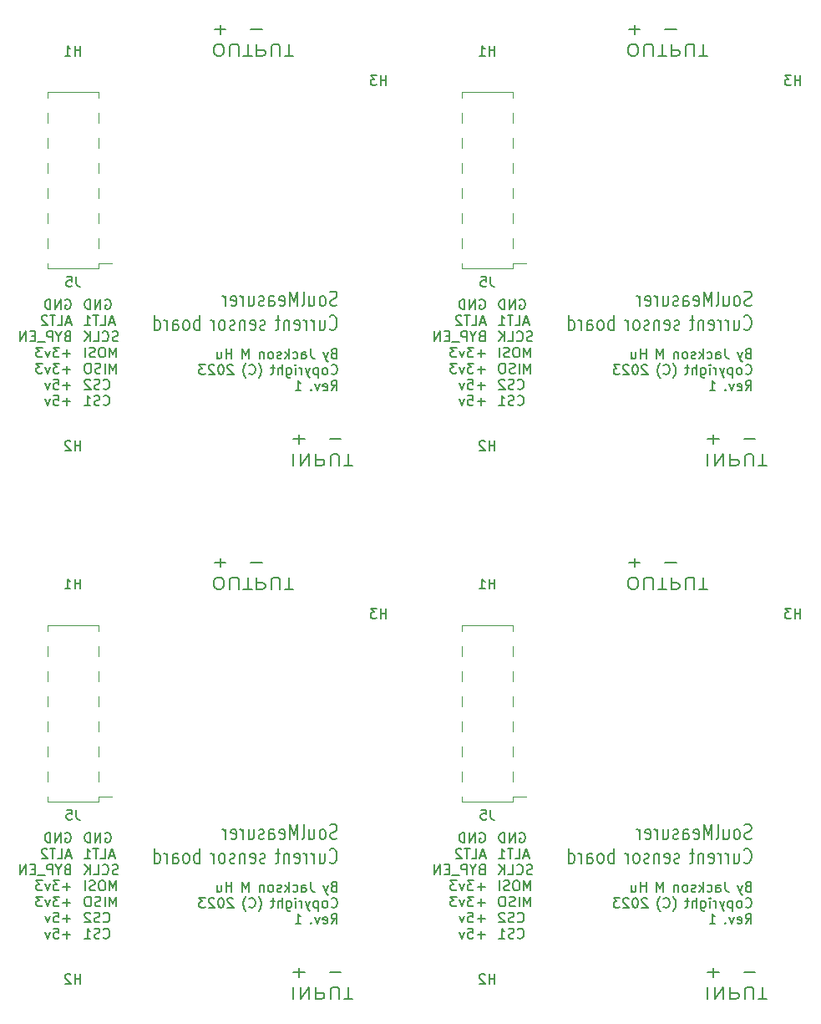
<source format=gbo>
G04 #@! TF.GenerationSoftware,KiCad,Pcbnew,(7.0.0-0)*
G04 #@! TF.CreationDate,2023-05-05T23:00:16+10:00*
G04 #@! TF.ProjectId,panel,70616e65-6c2e-46b6-9963-61645f706362,rev?*
G04 #@! TF.SameCoordinates,Original*
G04 #@! TF.FileFunction,Legend,Bot*
G04 #@! TF.FilePolarity,Positive*
%FSLAX46Y46*%
G04 Gerber Fmt 4.6, Leading zero omitted, Abs format (unit mm)*
G04 Created by KiCad (PCBNEW (7.0.0-0)) date 2023-05-05 23:00:16*
%MOMM*%
%LPD*%
G01*
G04 APERTURE LIST*
%ADD10C,0.150000*%
%ADD11C,0.160000*%
%ADD12C,0.120000*%
%ADD13C,2.000000*%
%ADD14R,1.700000X1.700000*%
%ADD15O,1.700000X1.700000*%
%ADD16C,2.600000*%
%ADD17C,3.500000*%
%ADD18C,1.000000*%
%ADD19R,3.000000X1.000000*%
G04 APERTURE END LIST*
D10*
X139928571Y-53518571D02*
X139785714Y-53566190D01*
X139785714Y-53566190D02*
X139738095Y-53613809D01*
X139738095Y-53613809D02*
X139690476Y-53709047D01*
X139690476Y-53709047D02*
X139690476Y-53851904D01*
X139690476Y-53851904D02*
X139738095Y-53947142D01*
X139738095Y-53947142D02*
X139785714Y-53994761D01*
X139785714Y-53994761D02*
X139880952Y-54042380D01*
X139880952Y-54042380D02*
X140261904Y-54042380D01*
X140261904Y-54042380D02*
X140261904Y-53042380D01*
X140261904Y-53042380D02*
X139928571Y-53042380D01*
X139928571Y-53042380D02*
X139833333Y-53090000D01*
X139833333Y-53090000D02*
X139785714Y-53137619D01*
X139785714Y-53137619D02*
X139738095Y-53232857D01*
X139738095Y-53232857D02*
X139738095Y-53328095D01*
X139738095Y-53328095D02*
X139785714Y-53423333D01*
X139785714Y-53423333D02*
X139833333Y-53470952D01*
X139833333Y-53470952D02*
X139928571Y-53518571D01*
X139928571Y-53518571D02*
X140261904Y-53518571D01*
X139357142Y-53375714D02*
X139119047Y-54042380D01*
X138880952Y-53375714D02*
X139119047Y-54042380D01*
X139119047Y-54042380D02*
X139214285Y-54280476D01*
X139214285Y-54280476D02*
X139261904Y-54328095D01*
X139261904Y-54328095D02*
X139357142Y-54375714D01*
X137614285Y-53042380D02*
X137614285Y-53756666D01*
X137614285Y-53756666D02*
X137661904Y-53899523D01*
X137661904Y-53899523D02*
X137757142Y-53994761D01*
X137757142Y-53994761D02*
X137899999Y-54042380D01*
X137899999Y-54042380D02*
X137995237Y-54042380D01*
X136709523Y-54042380D02*
X136709523Y-53518571D01*
X136709523Y-53518571D02*
X136757142Y-53423333D01*
X136757142Y-53423333D02*
X136852380Y-53375714D01*
X136852380Y-53375714D02*
X137042856Y-53375714D01*
X137042856Y-53375714D02*
X137138094Y-53423333D01*
X136709523Y-53994761D02*
X136804761Y-54042380D01*
X136804761Y-54042380D02*
X137042856Y-54042380D01*
X137042856Y-54042380D02*
X137138094Y-53994761D01*
X137138094Y-53994761D02*
X137185713Y-53899523D01*
X137185713Y-53899523D02*
X137185713Y-53804285D01*
X137185713Y-53804285D02*
X137138094Y-53709047D01*
X137138094Y-53709047D02*
X137042856Y-53661428D01*
X137042856Y-53661428D02*
X136804761Y-53661428D01*
X136804761Y-53661428D02*
X136709523Y-53613809D01*
X135804761Y-53994761D02*
X135899999Y-54042380D01*
X135899999Y-54042380D02*
X136090475Y-54042380D01*
X136090475Y-54042380D02*
X136185713Y-53994761D01*
X136185713Y-53994761D02*
X136233332Y-53947142D01*
X136233332Y-53947142D02*
X136280951Y-53851904D01*
X136280951Y-53851904D02*
X136280951Y-53566190D01*
X136280951Y-53566190D02*
X136233332Y-53470952D01*
X136233332Y-53470952D02*
X136185713Y-53423333D01*
X136185713Y-53423333D02*
X136090475Y-53375714D01*
X136090475Y-53375714D02*
X135899999Y-53375714D01*
X135899999Y-53375714D02*
X135804761Y-53423333D01*
X135376189Y-54042380D02*
X135376189Y-53042380D01*
X135280951Y-53661428D02*
X134995237Y-54042380D01*
X134995237Y-53375714D02*
X135376189Y-53756666D01*
X134614284Y-53994761D02*
X134519046Y-54042380D01*
X134519046Y-54042380D02*
X134328570Y-54042380D01*
X134328570Y-54042380D02*
X134233332Y-53994761D01*
X134233332Y-53994761D02*
X134185713Y-53899523D01*
X134185713Y-53899523D02*
X134185713Y-53851904D01*
X134185713Y-53851904D02*
X134233332Y-53756666D01*
X134233332Y-53756666D02*
X134328570Y-53709047D01*
X134328570Y-53709047D02*
X134471427Y-53709047D01*
X134471427Y-53709047D02*
X134566665Y-53661428D01*
X134566665Y-53661428D02*
X134614284Y-53566190D01*
X134614284Y-53566190D02*
X134614284Y-53518571D01*
X134614284Y-53518571D02*
X134566665Y-53423333D01*
X134566665Y-53423333D02*
X134471427Y-53375714D01*
X134471427Y-53375714D02*
X134328570Y-53375714D01*
X134328570Y-53375714D02*
X134233332Y-53423333D01*
X133614284Y-54042380D02*
X133709522Y-53994761D01*
X133709522Y-53994761D02*
X133757141Y-53947142D01*
X133757141Y-53947142D02*
X133804760Y-53851904D01*
X133804760Y-53851904D02*
X133804760Y-53566190D01*
X133804760Y-53566190D02*
X133757141Y-53470952D01*
X133757141Y-53470952D02*
X133709522Y-53423333D01*
X133709522Y-53423333D02*
X133614284Y-53375714D01*
X133614284Y-53375714D02*
X133471427Y-53375714D01*
X133471427Y-53375714D02*
X133376189Y-53423333D01*
X133376189Y-53423333D02*
X133328570Y-53470952D01*
X133328570Y-53470952D02*
X133280951Y-53566190D01*
X133280951Y-53566190D02*
X133280951Y-53851904D01*
X133280951Y-53851904D02*
X133328570Y-53947142D01*
X133328570Y-53947142D02*
X133376189Y-53994761D01*
X133376189Y-53994761D02*
X133471427Y-54042380D01*
X133471427Y-54042380D02*
X133614284Y-54042380D01*
X132852379Y-53375714D02*
X132852379Y-54042380D01*
X132852379Y-53470952D02*
X132804760Y-53423333D01*
X132804760Y-53423333D02*
X132709522Y-53375714D01*
X132709522Y-53375714D02*
X132566665Y-53375714D01*
X132566665Y-53375714D02*
X132471427Y-53423333D01*
X132471427Y-53423333D02*
X132423808Y-53518571D01*
X132423808Y-53518571D02*
X132423808Y-54042380D01*
X131347617Y-54042380D02*
X131347617Y-53042380D01*
X131347617Y-53042380D02*
X131014284Y-53756666D01*
X131014284Y-53756666D02*
X130680951Y-53042380D01*
X130680951Y-53042380D02*
X130680951Y-54042380D01*
X129604760Y-54042380D02*
X129604760Y-53042380D01*
X129604760Y-53518571D02*
X129033332Y-53518571D01*
X129033332Y-54042380D02*
X129033332Y-53042380D01*
X128128570Y-53375714D02*
X128128570Y-54042380D01*
X128557141Y-53375714D02*
X128557141Y-53899523D01*
X128557141Y-53899523D02*
X128509522Y-53994761D01*
X128509522Y-53994761D02*
X128414284Y-54042380D01*
X128414284Y-54042380D02*
X128271427Y-54042380D01*
X128271427Y-54042380D02*
X128176189Y-53994761D01*
X128176189Y-53994761D02*
X128128570Y-53947142D01*
X139690476Y-55567142D02*
X139738095Y-55614761D01*
X139738095Y-55614761D02*
X139880952Y-55662380D01*
X139880952Y-55662380D02*
X139976190Y-55662380D01*
X139976190Y-55662380D02*
X140119047Y-55614761D01*
X140119047Y-55614761D02*
X140214285Y-55519523D01*
X140214285Y-55519523D02*
X140261904Y-55424285D01*
X140261904Y-55424285D02*
X140309523Y-55233809D01*
X140309523Y-55233809D02*
X140309523Y-55090952D01*
X140309523Y-55090952D02*
X140261904Y-54900476D01*
X140261904Y-54900476D02*
X140214285Y-54805238D01*
X140214285Y-54805238D02*
X140119047Y-54710000D01*
X140119047Y-54710000D02*
X139976190Y-54662380D01*
X139976190Y-54662380D02*
X139880952Y-54662380D01*
X139880952Y-54662380D02*
X139738095Y-54710000D01*
X139738095Y-54710000D02*
X139690476Y-54757619D01*
X139119047Y-55662380D02*
X139214285Y-55614761D01*
X139214285Y-55614761D02*
X139261904Y-55567142D01*
X139261904Y-55567142D02*
X139309523Y-55471904D01*
X139309523Y-55471904D02*
X139309523Y-55186190D01*
X139309523Y-55186190D02*
X139261904Y-55090952D01*
X139261904Y-55090952D02*
X139214285Y-55043333D01*
X139214285Y-55043333D02*
X139119047Y-54995714D01*
X139119047Y-54995714D02*
X138976190Y-54995714D01*
X138976190Y-54995714D02*
X138880952Y-55043333D01*
X138880952Y-55043333D02*
X138833333Y-55090952D01*
X138833333Y-55090952D02*
X138785714Y-55186190D01*
X138785714Y-55186190D02*
X138785714Y-55471904D01*
X138785714Y-55471904D02*
X138833333Y-55567142D01*
X138833333Y-55567142D02*
X138880952Y-55614761D01*
X138880952Y-55614761D02*
X138976190Y-55662380D01*
X138976190Y-55662380D02*
X139119047Y-55662380D01*
X138357142Y-54995714D02*
X138357142Y-55995714D01*
X138357142Y-55043333D02*
X138261904Y-54995714D01*
X138261904Y-54995714D02*
X138071428Y-54995714D01*
X138071428Y-54995714D02*
X137976190Y-55043333D01*
X137976190Y-55043333D02*
X137928571Y-55090952D01*
X137928571Y-55090952D02*
X137880952Y-55186190D01*
X137880952Y-55186190D02*
X137880952Y-55471904D01*
X137880952Y-55471904D02*
X137928571Y-55567142D01*
X137928571Y-55567142D02*
X137976190Y-55614761D01*
X137976190Y-55614761D02*
X138071428Y-55662380D01*
X138071428Y-55662380D02*
X138261904Y-55662380D01*
X138261904Y-55662380D02*
X138357142Y-55614761D01*
X137547618Y-54995714D02*
X137309523Y-55662380D01*
X137071428Y-54995714D02*
X137309523Y-55662380D01*
X137309523Y-55662380D02*
X137404761Y-55900476D01*
X137404761Y-55900476D02*
X137452380Y-55948095D01*
X137452380Y-55948095D02*
X137547618Y-55995714D01*
X136690475Y-55662380D02*
X136690475Y-54995714D01*
X136690475Y-55186190D02*
X136642856Y-55090952D01*
X136642856Y-55090952D02*
X136595237Y-55043333D01*
X136595237Y-55043333D02*
X136499999Y-54995714D01*
X136499999Y-54995714D02*
X136404761Y-54995714D01*
X136071427Y-55662380D02*
X136071427Y-54995714D01*
X136071427Y-54662380D02*
X136119046Y-54710000D01*
X136119046Y-54710000D02*
X136071427Y-54757619D01*
X136071427Y-54757619D02*
X136023808Y-54710000D01*
X136023808Y-54710000D02*
X136071427Y-54662380D01*
X136071427Y-54662380D02*
X136071427Y-54757619D01*
X135166666Y-54995714D02*
X135166666Y-55805238D01*
X135166666Y-55805238D02*
X135214285Y-55900476D01*
X135214285Y-55900476D02*
X135261904Y-55948095D01*
X135261904Y-55948095D02*
X135357142Y-55995714D01*
X135357142Y-55995714D02*
X135499999Y-55995714D01*
X135499999Y-55995714D02*
X135595237Y-55948095D01*
X135166666Y-55614761D02*
X135261904Y-55662380D01*
X135261904Y-55662380D02*
X135452380Y-55662380D01*
X135452380Y-55662380D02*
X135547618Y-55614761D01*
X135547618Y-55614761D02*
X135595237Y-55567142D01*
X135595237Y-55567142D02*
X135642856Y-55471904D01*
X135642856Y-55471904D02*
X135642856Y-55186190D01*
X135642856Y-55186190D02*
X135595237Y-55090952D01*
X135595237Y-55090952D02*
X135547618Y-55043333D01*
X135547618Y-55043333D02*
X135452380Y-54995714D01*
X135452380Y-54995714D02*
X135261904Y-54995714D01*
X135261904Y-54995714D02*
X135166666Y-55043333D01*
X134690475Y-55662380D02*
X134690475Y-54662380D01*
X134261904Y-55662380D02*
X134261904Y-55138571D01*
X134261904Y-55138571D02*
X134309523Y-55043333D01*
X134309523Y-55043333D02*
X134404761Y-54995714D01*
X134404761Y-54995714D02*
X134547618Y-54995714D01*
X134547618Y-54995714D02*
X134642856Y-55043333D01*
X134642856Y-55043333D02*
X134690475Y-55090952D01*
X133928570Y-54995714D02*
X133547618Y-54995714D01*
X133785713Y-54662380D02*
X133785713Y-55519523D01*
X133785713Y-55519523D02*
X133738094Y-55614761D01*
X133738094Y-55614761D02*
X133642856Y-55662380D01*
X133642856Y-55662380D02*
X133547618Y-55662380D01*
X132328570Y-56043333D02*
X132376189Y-55995714D01*
X132376189Y-55995714D02*
X132471427Y-55852857D01*
X132471427Y-55852857D02*
X132519046Y-55757619D01*
X132519046Y-55757619D02*
X132566665Y-55614761D01*
X132566665Y-55614761D02*
X132614284Y-55376666D01*
X132614284Y-55376666D02*
X132614284Y-55186190D01*
X132614284Y-55186190D02*
X132566665Y-54948095D01*
X132566665Y-54948095D02*
X132519046Y-54805238D01*
X132519046Y-54805238D02*
X132471427Y-54710000D01*
X132471427Y-54710000D02*
X132376189Y-54567142D01*
X132376189Y-54567142D02*
X132328570Y-54519523D01*
X131376189Y-55567142D02*
X131423808Y-55614761D01*
X131423808Y-55614761D02*
X131566665Y-55662380D01*
X131566665Y-55662380D02*
X131661903Y-55662380D01*
X131661903Y-55662380D02*
X131804760Y-55614761D01*
X131804760Y-55614761D02*
X131899998Y-55519523D01*
X131899998Y-55519523D02*
X131947617Y-55424285D01*
X131947617Y-55424285D02*
X131995236Y-55233809D01*
X131995236Y-55233809D02*
X131995236Y-55090952D01*
X131995236Y-55090952D02*
X131947617Y-54900476D01*
X131947617Y-54900476D02*
X131899998Y-54805238D01*
X131899998Y-54805238D02*
X131804760Y-54710000D01*
X131804760Y-54710000D02*
X131661903Y-54662380D01*
X131661903Y-54662380D02*
X131566665Y-54662380D01*
X131566665Y-54662380D02*
X131423808Y-54710000D01*
X131423808Y-54710000D02*
X131376189Y-54757619D01*
X131042855Y-56043333D02*
X130995236Y-55995714D01*
X130995236Y-55995714D02*
X130899998Y-55852857D01*
X130899998Y-55852857D02*
X130852379Y-55757619D01*
X130852379Y-55757619D02*
X130804760Y-55614761D01*
X130804760Y-55614761D02*
X130757141Y-55376666D01*
X130757141Y-55376666D02*
X130757141Y-55186190D01*
X130757141Y-55186190D02*
X130804760Y-54948095D01*
X130804760Y-54948095D02*
X130852379Y-54805238D01*
X130852379Y-54805238D02*
X130899998Y-54710000D01*
X130899998Y-54710000D02*
X130995236Y-54567142D01*
X130995236Y-54567142D02*
X131042855Y-54519523D01*
X129728569Y-54757619D02*
X129680950Y-54710000D01*
X129680950Y-54710000D02*
X129585712Y-54662380D01*
X129585712Y-54662380D02*
X129347617Y-54662380D01*
X129347617Y-54662380D02*
X129252379Y-54710000D01*
X129252379Y-54710000D02*
X129204760Y-54757619D01*
X129204760Y-54757619D02*
X129157141Y-54852857D01*
X129157141Y-54852857D02*
X129157141Y-54948095D01*
X129157141Y-54948095D02*
X129204760Y-55090952D01*
X129204760Y-55090952D02*
X129776188Y-55662380D01*
X129776188Y-55662380D02*
X129157141Y-55662380D01*
X128538093Y-54662380D02*
X128442855Y-54662380D01*
X128442855Y-54662380D02*
X128347617Y-54710000D01*
X128347617Y-54710000D02*
X128299998Y-54757619D01*
X128299998Y-54757619D02*
X128252379Y-54852857D01*
X128252379Y-54852857D02*
X128204760Y-55043333D01*
X128204760Y-55043333D02*
X128204760Y-55281428D01*
X128204760Y-55281428D02*
X128252379Y-55471904D01*
X128252379Y-55471904D02*
X128299998Y-55567142D01*
X128299998Y-55567142D02*
X128347617Y-55614761D01*
X128347617Y-55614761D02*
X128442855Y-55662380D01*
X128442855Y-55662380D02*
X128538093Y-55662380D01*
X128538093Y-55662380D02*
X128633331Y-55614761D01*
X128633331Y-55614761D02*
X128680950Y-55567142D01*
X128680950Y-55567142D02*
X128728569Y-55471904D01*
X128728569Y-55471904D02*
X128776188Y-55281428D01*
X128776188Y-55281428D02*
X128776188Y-55043333D01*
X128776188Y-55043333D02*
X128728569Y-54852857D01*
X128728569Y-54852857D02*
X128680950Y-54757619D01*
X128680950Y-54757619D02*
X128633331Y-54710000D01*
X128633331Y-54710000D02*
X128538093Y-54662380D01*
X127823807Y-54757619D02*
X127776188Y-54710000D01*
X127776188Y-54710000D02*
X127680950Y-54662380D01*
X127680950Y-54662380D02*
X127442855Y-54662380D01*
X127442855Y-54662380D02*
X127347617Y-54710000D01*
X127347617Y-54710000D02*
X127299998Y-54757619D01*
X127299998Y-54757619D02*
X127252379Y-54852857D01*
X127252379Y-54852857D02*
X127252379Y-54948095D01*
X127252379Y-54948095D02*
X127299998Y-55090952D01*
X127299998Y-55090952D02*
X127871426Y-55662380D01*
X127871426Y-55662380D02*
X127252379Y-55662380D01*
X126919045Y-54662380D02*
X126299998Y-54662380D01*
X126299998Y-54662380D02*
X126633331Y-55043333D01*
X126633331Y-55043333D02*
X126490474Y-55043333D01*
X126490474Y-55043333D02*
X126395236Y-55090952D01*
X126395236Y-55090952D02*
X126347617Y-55138571D01*
X126347617Y-55138571D02*
X126299998Y-55233809D01*
X126299998Y-55233809D02*
X126299998Y-55471904D01*
X126299998Y-55471904D02*
X126347617Y-55567142D01*
X126347617Y-55567142D02*
X126395236Y-55614761D01*
X126395236Y-55614761D02*
X126490474Y-55662380D01*
X126490474Y-55662380D02*
X126776188Y-55662380D01*
X126776188Y-55662380D02*
X126871426Y-55614761D01*
X126871426Y-55614761D02*
X126919045Y-55567142D01*
X139690476Y-57282380D02*
X140023809Y-56806190D01*
X140261904Y-57282380D02*
X140261904Y-56282380D01*
X140261904Y-56282380D02*
X139880952Y-56282380D01*
X139880952Y-56282380D02*
X139785714Y-56330000D01*
X139785714Y-56330000D02*
X139738095Y-56377619D01*
X139738095Y-56377619D02*
X139690476Y-56472857D01*
X139690476Y-56472857D02*
X139690476Y-56615714D01*
X139690476Y-56615714D02*
X139738095Y-56710952D01*
X139738095Y-56710952D02*
X139785714Y-56758571D01*
X139785714Y-56758571D02*
X139880952Y-56806190D01*
X139880952Y-56806190D02*
X140261904Y-56806190D01*
X138880952Y-57234761D02*
X138976190Y-57282380D01*
X138976190Y-57282380D02*
X139166666Y-57282380D01*
X139166666Y-57282380D02*
X139261904Y-57234761D01*
X139261904Y-57234761D02*
X139309523Y-57139523D01*
X139309523Y-57139523D02*
X139309523Y-56758571D01*
X139309523Y-56758571D02*
X139261904Y-56663333D01*
X139261904Y-56663333D02*
X139166666Y-56615714D01*
X139166666Y-56615714D02*
X138976190Y-56615714D01*
X138976190Y-56615714D02*
X138880952Y-56663333D01*
X138880952Y-56663333D02*
X138833333Y-56758571D01*
X138833333Y-56758571D02*
X138833333Y-56853809D01*
X138833333Y-56853809D02*
X139309523Y-56949047D01*
X138499999Y-56615714D02*
X138261904Y-57282380D01*
X138261904Y-57282380D02*
X138023809Y-56615714D01*
X137642856Y-57187142D02*
X137595237Y-57234761D01*
X137595237Y-57234761D02*
X137642856Y-57282380D01*
X137642856Y-57282380D02*
X137690475Y-57234761D01*
X137690475Y-57234761D02*
X137642856Y-57187142D01*
X137642856Y-57187142D02*
X137642856Y-57282380D01*
X136042857Y-57282380D02*
X136614285Y-57282380D01*
X136328571Y-57282380D02*
X136328571Y-56282380D01*
X136328571Y-56282380D02*
X136423809Y-56425238D01*
X136423809Y-56425238D02*
X136519047Y-56520476D01*
X136519047Y-56520476D02*
X136614285Y-56568095D01*
X181928571Y-53518571D02*
X181785714Y-53566190D01*
X181785714Y-53566190D02*
X181738095Y-53613809D01*
X181738095Y-53613809D02*
X181690476Y-53709047D01*
X181690476Y-53709047D02*
X181690476Y-53851904D01*
X181690476Y-53851904D02*
X181738095Y-53947142D01*
X181738095Y-53947142D02*
X181785714Y-53994761D01*
X181785714Y-53994761D02*
X181880952Y-54042380D01*
X181880952Y-54042380D02*
X182261904Y-54042380D01*
X182261904Y-54042380D02*
X182261904Y-53042380D01*
X182261904Y-53042380D02*
X181928571Y-53042380D01*
X181928571Y-53042380D02*
X181833333Y-53090000D01*
X181833333Y-53090000D02*
X181785714Y-53137619D01*
X181785714Y-53137619D02*
X181738095Y-53232857D01*
X181738095Y-53232857D02*
X181738095Y-53328095D01*
X181738095Y-53328095D02*
X181785714Y-53423333D01*
X181785714Y-53423333D02*
X181833333Y-53470952D01*
X181833333Y-53470952D02*
X181928571Y-53518571D01*
X181928571Y-53518571D02*
X182261904Y-53518571D01*
X181357142Y-53375714D02*
X181119047Y-54042380D01*
X180880952Y-53375714D02*
X181119047Y-54042380D01*
X181119047Y-54042380D02*
X181214285Y-54280476D01*
X181214285Y-54280476D02*
X181261904Y-54328095D01*
X181261904Y-54328095D02*
X181357142Y-54375714D01*
X179614285Y-53042380D02*
X179614285Y-53756666D01*
X179614285Y-53756666D02*
X179661904Y-53899523D01*
X179661904Y-53899523D02*
X179757142Y-53994761D01*
X179757142Y-53994761D02*
X179899999Y-54042380D01*
X179899999Y-54042380D02*
X179995237Y-54042380D01*
X178709523Y-54042380D02*
X178709523Y-53518571D01*
X178709523Y-53518571D02*
X178757142Y-53423333D01*
X178757142Y-53423333D02*
X178852380Y-53375714D01*
X178852380Y-53375714D02*
X179042856Y-53375714D01*
X179042856Y-53375714D02*
X179138094Y-53423333D01*
X178709523Y-53994761D02*
X178804761Y-54042380D01*
X178804761Y-54042380D02*
X179042856Y-54042380D01*
X179042856Y-54042380D02*
X179138094Y-53994761D01*
X179138094Y-53994761D02*
X179185713Y-53899523D01*
X179185713Y-53899523D02*
X179185713Y-53804285D01*
X179185713Y-53804285D02*
X179138094Y-53709047D01*
X179138094Y-53709047D02*
X179042856Y-53661428D01*
X179042856Y-53661428D02*
X178804761Y-53661428D01*
X178804761Y-53661428D02*
X178709523Y-53613809D01*
X177804761Y-53994761D02*
X177899999Y-54042380D01*
X177899999Y-54042380D02*
X178090475Y-54042380D01*
X178090475Y-54042380D02*
X178185713Y-53994761D01*
X178185713Y-53994761D02*
X178233332Y-53947142D01*
X178233332Y-53947142D02*
X178280951Y-53851904D01*
X178280951Y-53851904D02*
X178280951Y-53566190D01*
X178280951Y-53566190D02*
X178233332Y-53470952D01*
X178233332Y-53470952D02*
X178185713Y-53423333D01*
X178185713Y-53423333D02*
X178090475Y-53375714D01*
X178090475Y-53375714D02*
X177899999Y-53375714D01*
X177899999Y-53375714D02*
X177804761Y-53423333D01*
X177376189Y-54042380D02*
X177376189Y-53042380D01*
X177280951Y-53661428D02*
X176995237Y-54042380D01*
X176995237Y-53375714D02*
X177376189Y-53756666D01*
X176614284Y-53994761D02*
X176519046Y-54042380D01*
X176519046Y-54042380D02*
X176328570Y-54042380D01*
X176328570Y-54042380D02*
X176233332Y-53994761D01*
X176233332Y-53994761D02*
X176185713Y-53899523D01*
X176185713Y-53899523D02*
X176185713Y-53851904D01*
X176185713Y-53851904D02*
X176233332Y-53756666D01*
X176233332Y-53756666D02*
X176328570Y-53709047D01*
X176328570Y-53709047D02*
X176471427Y-53709047D01*
X176471427Y-53709047D02*
X176566665Y-53661428D01*
X176566665Y-53661428D02*
X176614284Y-53566190D01*
X176614284Y-53566190D02*
X176614284Y-53518571D01*
X176614284Y-53518571D02*
X176566665Y-53423333D01*
X176566665Y-53423333D02*
X176471427Y-53375714D01*
X176471427Y-53375714D02*
X176328570Y-53375714D01*
X176328570Y-53375714D02*
X176233332Y-53423333D01*
X175614284Y-54042380D02*
X175709522Y-53994761D01*
X175709522Y-53994761D02*
X175757141Y-53947142D01*
X175757141Y-53947142D02*
X175804760Y-53851904D01*
X175804760Y-53851904D02*
X175804760Y-53566190D01*
X175804760Y-53566190D02*
X175757141Y-53470952D01*
X175757141Y-53470952D02*
X175709522Y-53423333D01*
X175709522Y-53423333D02*
X175614284Y-53375714D01*
X175614284Y-53375714D02*
X175471427Y-53375714D01*
X175471427Y-53375714D02*
X175376189Y-53423333D01*
X175376189Y-53423333D02*
X175328570Y-53470952D01*
X175328570Y-53470952D02*
X175280951Y-53566190D01*
X175280951Y-53566190D02*
X175280951Y-53851904D01*
X175280951Y-53851904D02*
X175328570Y-53947142D01*
X175328570Y-53947142D02*
X175376189Y-53994761D01*
X175376189Y-53994761D02*
X175471427Y-54042380D01*
X175471427Y-54042380D02*
X175614284Y-54042380D01*
X174852379Y-53375714D02*
X174852379Y-54042380D01*
X174852379Y-53470952D02*
X174804760Y-53423333D01*
X174804760Y-53423333D02*
X174709522Y-53375714D01*
X174709522Y-53375714D02*
X174566665Y-53375714D01*
X174566665Y-53375714D02*
X174471427Y-53423333D01*
X174471427Y-53423333D02*
X174423808Y-53518571D01*
X174423808Y-53518571D02*
X174423808Y-54042380D01*
X173347617Y-54042380D02*
X173347617Y-53042380D01*
X173347617Y-53042380D02*
X173014284Y-53756666D01*
X173014284Y-53756666D02*
X172680951Y-53042380D01*
X172680951Y-53042380D02*
X172680951Y-54042380D01*
X171604760Y-54042380D02*
X171604760Y-53042380D01*
X171604760Y-53518571D02*
X171033332Y-53518571D01*
X171033332Y-54042380D02*
X171033332Y-53042380D01*
X170128570Y-53375714D02*
X170128570Y-54042380D01*
X170557141Y-53375714D02*
X170557141Y-53899523D01*
X170557141Y-53899523D02*
X170509522Y-53994761D01*
X170509522Y-53994761D02*
X170414284Y-54042380D01*
X170414284Y-54042380D02*
X170271427Y-54042380D01*
X170271427Y-54042380D02*
X170176189Y-53994761D01*
X170176189Y-53994761D02*
X170128570Y-53947142D01*
X181690476Y-55567142D02*
X181738095Y-55614761D01*
X181738095Y-55614761D02*
X181880952Y-55662380D01*
X181880952Y-55662380D02*
X181976190Y-55662380D01*
X181976190Y-55662380D02*
X182119047Y-55614761D01*
X182119047Y-55614761D02*
X182214285Y-55519523D01*
X182214285Y-55519523D02*
X182261904Y-55424285D01*
X182261904Y-55424285D02*
X182309523Y-55233809D01*
X182309523Y-55233809D02*
X182309523Y-55090952D01*
X182309523Y-55090952D02*
X182261904Y-54900476D01*
X182261904Y-54900476D02*
X182214285Y-54805238D01*
X182214285Y-54805238D02*
X182119047Y-54710000D01*
X182119047Y-54710000D02*
X181976190Y-54662380D01*
X181976190Y-54662380D02*
X181880952Y-54662380D01*
X181880952Y-54662380D02*
X181738095Y-54710000D01*
X181738095Y-54710000D02*
X181690476Y-54757619D01*
X181119047Y-55662380D02*
X181214285Y-55614761D01*
X181214285Y-55614761D02*
X181261904Y-55567142D01*
X181261904Y-55567142D02*
X181309523Y-55471904D01*
X181309523Y-55471904D02*
X181309523Y-55186190D01*
X181309523Y-55186190D02*
X181261904Y-55090952D01*
X181261904Y-55090952D02*
X181214285Y-55043333D01*
X181214285Y-55043333D02*
X181119047Y-54995714D01*
X181119047Y-54995714D02*
X180976190Y-54995714D01*
X180976190Y-54995714D02*
X180880952Y-55043333D01*
X180880952Y-55043333D02*
X180833333Y-55090952D01*
X180833333Y-55090952D02*
X180785714Y-55186190D01*
X180785714Y-55186190D02*
X180785714Y-55471904D01*
X180785714Y-55471904D02*
X180833333Y-55567142D01*
X180833333Y-55567142D02*
X180880952Y-55614761D01*
X180880952Y-55614761D02*
X180976190Y-55662380D01*
X180976190Y-55662380D02*
X181119047Y-55662380D01*
X180357142Y-54995714D02*
X180357142Y-55995714D01*
X180357142Y-55043333D02*
X180261904Y-54995714D01*
X180261904Y-54995714D02*
X180071428Y-54995714D01*
X180071428Y-54995714D02*
X179976190Y-55043333D01*
X179976190Y-55043333D02*
X179928571Y-55090952D01*
X179928571Y-55090952D02*
X179880952Y-55186190D01*
X179880952Y-55186190D02*
X179880952Y-55471904D01*
X179880952Y-55471904D02*
X179928571Y-55567142D01*
X179928571Y-55567142D02*
X179976190Y-55614761D01*
X179976190Y-55614761D02*
X180071428Y-55662380D01*
X180071428Y-55662380D02*
X180261904Y-55662380D01*
X180261904Y-55662380D02*
X180357142Y-55614761D01*
X179547618Y-54995714D02*
X179309523Y-55662380D01*
X179071428Y-54995714D02*
X179309523Y-55662380D01*
X179309523Y-55662380D02*
X179404761Y-55900476D01*
X179404761Y-55900476D02*
X179452380Y-55948095D01*
X179452380Y-55948095D02*
X179547618Y-55995714D01*
X178690475Y-55662380D02*
X178690475Y-54995714D01*
X178690475Y-55186190D02*
X178642856Y-55090952D01*
X178642856Y-55090952D02*
X178595237Y-55043333D01*
X178595237Y-55043333D02*
X178499999Y-54995714D01*
X178499999Y-54995714D02*
X178404761Y-54995714D01*
X178071427Y-55662380D02*
X178071427Y-54995714D01*
X178071427Y-54662380D02*
X178119046Y-54710000D01*
X178119046Y-54710000D02*
X178071427Y-54757619D01*
X178071427Y-54757619D02*
X178023808Y-54710000D01*
X178023808Y-54710000D02*
X178071427Y-54662380D01*
X178071427Y-54662380D02*
X178071427Y-54757619D01*
X177166666Y-54995714D02*
X177166666Y-55805238D01*
X177166666Y-55805238D02*
X177214285Y-55900476D01*
X177214285Y-55900476D02*
X177261904Y-55948095D01*
X177261904Y-55948095D02*
X177357142Y-55995714D01*
X177357142Y-55995714D02*
X177499999Y-55995714D01*
X177499999Y-55995714D02*
X177595237Y-55948095D01*
X177166666Y-55614761D02*
X177261904Y-55662380D01*
X177261904Y-55662380D02*
X177452380Y-55662380D01*
X177452380Y-55662380D02*
X177547618Y-55614761D01*
X177547618Y-55614761D02*
X177595237Y-55567142D01*
X177595237Y-55567142D02*
X177642856Y-55471904D01*
X177642856Y-55471904D02*
X177642856Y-55186190D01*
X177642856Y-55186190D02*
X177595237Y-55090952D01*
X177595237Y-55090952D02*
X177547618Y-55043333D01*
X177547618Y-55043333D02*
X177452380Y-54995714D01*
X177452380Y-54995714D02*
X177261904Y-54995714D01*
X177261904Y-54995714D02*
X177166666Y-55043333D01*
X176690475Y-55662380D02*
X176690475Y-54662380D01*
X176261904Y-55662380D02*
X176261904Y-55138571D01*
X176261904Y-55138571D02*
X176309523Y-55043333D01*
X176309523Y-55043333D02*
X176404761Y-54995714D01*
X176404761Y-54995714D02*
X176547618Y-54995714D01*
X176547618Y-54995714D02*
X176642856Y-55043333D01*
X176642856Y-55043333D02*
X176690475Y-55090952D01*
X175928570Y-54995714D02*
X175547618Y-54995714D01*
X175785713Y-54662380D02*
X175785713Y-55519523D01*
X175785713Y-55519523D02*
X175738094Y-55614761D01*
X175738094Y-55614761D02*
X175642856Y-55662380D01*
X175642856Y-55662380D02*
X175547618Y-55662380D01*
X174328570Y-56043333D02*
X174376189Y-55995714D01*
X174376189Y-55995714D02*
X174471427Y-55852857D01*
X174471427Y-55852857D02*
X174519046Y-55757619D01*
X174519046Y-55757619D02*
X174566665Y-55614761D01*
X174566665Y-55614761D02*
X174614284Y-55376666D01*
X174614284Y-55376666D02*
X174614284Y-55186190D01*
X174614284Y-55186190D02*
X174566665Y-54948095D01*
X174566665Y-54948095D02*
X174519046Y-54805238D01*
X174519046Y-54805238D02*
X174471427Y-54710000D01*
X174471427Y-54710000D02*
X174376189Y-54567142D01*
X174376189Y-54567142D02*
X174328570Y-54519523D01*
X173376189Y-55567142D02*
X173423808Y-55614761D01*
X173423808Y-55614761D02*
X173566665Y-55662380D01*
X173566665Y-55662380D02*
X173661903Y-55662380D01*
X173661903Y-55662380D02*
X173804760Y-55614761D01*
X173804760Y-55614761D02*
X173899998Y-55519523D01*
X173899998Y-55519523D02*
X173947617Y-55424285D01*
X173947617Y-55424285D02*
X173995236Y-55233809D01*
X173995236Y-55233809D02*
X173995236Y-55090952D01*
X173995236Y-55090952D02*
X173947617Y-54900476D01*
X173947617Y-54900476D02*
X173899998Y-54805238D01*
X173899998Y-54805238D02*
X173804760Y-54710000D01*
X173804760Y-54710000D02*
X173661903Y-54662380D01*
X173661903Y-54662380D02*
X173566665Y-54662380D01*
X173566665Y-54662380D02*
X173423808Y-54710000D01*
X173423808Y-54710000D02*
X173376189Y-54757619D01*
X173042855Y-56043333D02*
X172995236Y-55995714D01*
X172995236Y-55995714D02*
X172899998Y-55852857D01*
X172899998Y-55852857D02*
X172852379Y-55757619D01*
X172852379Y-55757619D02*
X172804760Y-55614761D01*
X172804760Y-55614761D02*
X172757141Y-55376666D01*
X172757141Y-55376666D02*
X172757141Y-55186190D01*
X172757141Y-55186190D02*
X172804760Y-54948095D01*
X172804760Y-54948095D02*
X172852379Y-54805238D01*
X172852379Y-54805238D02*
X172899998Y-54710000D01*
X172899998Y-54710000D02*
X172995236Y-54567142D01*
X172995236Y-54567142D02*
X173042855Y-54519523D01*
X171728569Y-54757619D02*
X171680950Y-54710000D01*
X171680950Y-54710000D02*
X171585712Y-54662380D01*
X171585712Y-54662380D02*
X171347617Y-54662380D01*
X171347617Y-54662380D02*
X171252379Y-54710000D01*
X171252379Y-54710000D02*
X171204760Y-54757619D01*
X171204760Y-54757619D02*
X171157141Y-54852857D01*
X171157141Y-54852857D02*
X171157141Y-54948095D01*
X171157141Y-54948095D02*
X171204760Y-55090952D01*
X171204760Y-55090952D02*
X171776188Y-55662380D01*
X171776188Y-55662380D02*
X171157141Y-55662380D01*
X170538093Y-54662380D02*
X170442855Y-54662380D01*
X170442855Y-54662380D02*
X170347617Y-54710000D01*
X170347617Y-54710000D02*
X170299998Y-54757619D01*
X170299998Y-54757619D02*
X170252379Y-54852857D01*
X170252379Y-54852857D02*
X170204760Y-55043333D01*
X170204760Y-55043333D02*
X170204760Y-55281428D01*
X170204760Y-55281428D02*
X170252379Y-55471904D01*
X170252379Y-55471904D02*
X170299998Y-55567142D01*
X170299998Y-55567142D02*
X170347617Y-55614761D01*
X170347617Y-55614761D02*
X170442855Y-55662380D01*
X170442855Y-55662380D02*
X170538093Y-55662380D01*
X170538093Y-55662380D02*
X170633331Y-55614761D01*
X170633331Y-55614761D02*
X170680950Y-55567142D01*
X170680950Y-55567142D02*
X170728569Y-55471904D01*
X170728569Y-55471904D02*
X170776188Y-55281428D01*
X170776188Y-55281428D02*
X170776188Y-55043333D01*
X170776188Y-55043333D02*
X170728569Y-54852857D01*
X170728569Y-54852857D02*
X170680950Y-54757619D01*
X170680950Y-54757619D02*
X170633331Y-54710000D01*
X170633331Y-54710000D02*
X170538093Y-54662380D01*
X169823807Y-54757619D02*
X169776188Y-54710000D01*
X169776188Y-54710000D02*
X169680950Y-54662380D01*
X169680950Y-54662380D02*
X169442855Y-54662380D01*
X169442855Y-54662380D02*
X169347617Y-54710000D01*
X169347617Y-54710000D02*
X169299998Y-54757619D01*
X169299998Y-54757619D02*
X169252379Y-54852857D01*
X169252379Y-54852857D02*
X169252379Y-54948095D01*
X169252379Y-54948095D02*
X169299998Y-55090952D01*
X169299998Y-55090952D02*
X169871426Y-55662380D01*
X169871426Y-55662380D02*
X169252379Y-55662380D01*
X168919045Y-54662380D02*
X168299998Y-54662380D01*
X168299998Y-54662380D02*
X168633331Y-55043333D01*
X168633331Y-55043333D02*
X168490474Y-55043333D01*
X168490474Y-55043333D02*
X168395236Y-55090952D01*
X168395236Y-55090952D02*
X168347617Y-55138571D01*
X168347617Y-55138571D02*
X168299998Y-55233809D01*
X168299998Y-55233809D02*
X168299998Y-55471904D01*
X168299998Y-55471904D02*
X168347617Y-55567142D01*
X168347617Y-55567142D02*
X168395236Y-55614761D01*
X168395236Y-55614761D02*
X168490474Y-55662380D01*
X168490474Y-55662380D02*
X168776188Y-55662380D01*
X168776188Y-55662380D02*
X168871426Y-55614761D01*
X168871426Y-55614761D02*
X168919045Y-55567142D01*
X181690476Y-57282380D02*
X182023809Y-56806190D01*
X182261904Y-57282380D02*
X182261904Y-56282380D01*
X182261904Y-56282380D02*
X181880952Y-56282380D01*
X181880952Y-56282380D02*
X181785714Y-56330000D01*
X181785714Y-56330000D02*
X181738095Y-56377619D01*
X181738095Y-56377619D02*
X181690476Y-56472857D01*
X181690476Y-56472857D02*
X181690476Y-56615714D01*
X181690476Y-56615714D02*
X181738095Y-56710952D01*
X181738095Y-56710952D02*
X181785714Y-56758571D01*
X181785714Y-56758571D02*
X181880952Y-56806190D01*
X181880952Y-56806190D02*
X182261904Y-56806190D01*
X180880952Y-57234761D02*
X180976190Y-57282380D01*
X180976190Y-57282380D02*
X181166666Y-57282380D01*
X181166666Y-57282380D02*
X181261904Y-57234761D01*
X181261904Y-57234761D02*
X181309523Y-57139523D01*
X181309523Y-57139523D02*
X181309523Y-56758571D01*
X181309523Y-56758571D02*
X181261904Y-56663333D01*
X181261904Y-56663333D02*
X181166666Y-56615714D01*
X181166666Y-56615714D02*
X180976190Y-56615714D01*
X180976190Y-56615714D02*
X180880952Y-56663333D01*
X180880952Y-56663333D02*
X180833333Y-56758571D01*
X180833333Y-56758571D02*
X180833333Y-56853809D01*
X180833333Y-56853809D02*
X181309523Y-56949047D01*
X180499999Y-56615714D02*
X180261904Y-57282380D01*
X180261904Y-57282380D02*
X180023809Y-56615714D01*
X179642856Y-57187142D02*
X179595237Y-57234761D01*
X179595237Y-57234761D02*
X179642856Y-57282380D01*
X179642856Y-57282380D02*
X179690475Y-57234761D01*
X179690475Y-57234761D02*
X179642856Y-57187142D01*
X179642856Y-57187142D02*
X179642856Y-57282380D01*
X178042857Y-57282380D02*
X178614285Y-57282380D01*
X178328571Y-57282380D02*
X178328571Y-56282380D01*
X178328571Y-56282380D02*
X178423809Y-56425238D01*
X178423809Y-56425238D02*
X178519047Y-56520476D01*
X178519047Y-56520476D02*
X178614285Y-56568095D01*
X139928571Y-107518571D02*
X139785714Y-107566190D01*
X139785714Y-107566190D02*
X139738095Y-107613809D01*
X139738095Y-107613809D02*
X139690476Y-107709047D01*
X139690476Y-107709047D02*
X139690476Y-107851904D01*
X139690476Y-107851904D02*
X139738095Y-107947142D01*
X139738095Y-107947142D02*
X139785714Y-107994761D01*
X139785714Y-107994761D02*
X139880952Y-108042380D01*
X139880952Y-108042380D02*
X140261904Y-108042380D01*
X140261904Y-108042380D02*
X140261904Y-107042380D01*
X140261904Y-107042380D02*
X139928571Y-107042380D01*
X139928571Y-107042380D02*
X139833333Y-107090000D01*
X139833333Y-107090000D02*
X139785714Y-107137619D01*
X139785714Y-107137619D02*
X139738095Y-107232857D01*
X139738095Y-107232857D02*
X139738095Y-107328095D01*
X139738095Y-107328095D02*
X139785714Y-107423333D01*
X139785714Y-107423333D02*
X139833333Y-107470952D01*
X139833333Y-107470952D02*
X139928571Y-107518571D01*
X139928571Y-107518571D02*
X140261904Y-107518571D01*
X139357142Y-107375714D02*
X139119047Y-108042380D01*
X138880952Y-107375714D02*
X139119047Y-108042380D01*
X139119047Y-108042380D02*
X139214285Y-108280476D01*
X139214285Y-108280476D02*
X139261904Y-108328095D01*
X139261904Y-108328095D02*
X139357142Y-108375714D01*
X137614285Y-107042380D02*
X137614285Y-107756666D01*
X137614285Y-107756666D02*
X137661904Y-107899523D01*
X137661904Y-107899523D02*
X137757142Y-107994761D01*
X137757142Y-107994761D02*
X137899999Y-108042380D01*
X137899999Y-108042380D02*
X137995237Y-108042380D01*
X136709523Y-108042380D02*
X136709523Y-107518571D01*
X136709523Y-107518571D02*
X136757142Y-107423333D01*
X136757142Y-107423333D02*
X136852380Y-107375714D01*
X136852380Y-107375714D02*
X137042856Y-107375714D01*
X137042856Y-107375714D02*
X137138094Y-107423333D01*
X136709523Y-107994761D02*
X136804761Y-108042380D01*
X136804761Y-108042380D02*
X137042856Y-108042380D01*
X137042856Y-108042380D02*
X137138094Y-107994761D01*
X137138094Y-107994761D02*
X137185713Y-107899523D01*
X137185713Y-107899523D02*
X137185713Y-107804285D01*
X137185713Y-107804285D02*
X137138094Y-107709047D01*
X137138094Y-107709047D02*
X137042856Y-107661428D01*
X137042856Y-107661428D02*
X136804761Y-107661428D01*
X136804761Y-107661428D02*
X136709523Y-107613809D01*
X135804761Y-107994761D02*
X135899999Y-108042380D01*
X135899999Y-108042380D02*
X136090475Y-108042380D01*
X136090475Y-108042380D02*
X136185713Y-107994761D01*
X136185713Y-107994761D02*
X136233332Y-107947142D01*
X136233332Y-107947142D02*
X136280951Y-107851904D01*
X136280951Y-107851904D02*
X136280951Y-107566190D01*
X136280951Y-107566190D02*
X136233332Y-107470952D01*
X136233332Y-107470952D02*
X136185713Y-107423333D01*
X136185713Y-107423333D02*
X136090475Y-107375714D01*
X136090475Y-107375714D02*
X135899999Y-107375714D01*
X135899999Y-107375714D02*
X135804761Y-107423333D01*
X135376189Y-108042380D02*
X135376189Y-107042380D01*
X135280951Y-107661428D02*
X134995237Y-108042380D01*
X134995237Y-107375714D02*
X135376189Y-107756666D01*
X134614284Y-107994761D02*
X134519046Y-108042380D01*
X134519046Y-108042380D02*
X134328570Y-108042380D01*
X134328570Y-108042380D02*
X134233332Y-107994761D01*
X134233332Y-107994761D02*
X134185713Y-107899523D01*
X134185713Y-107899523D02*
X134185713Y-107851904D01*
X134185713Y-107851904D02*
X134233332Y-107756666D01*
X134233332Y-107756666D02*
X134328570Y-107709047D01*
X134328570Y-107709047D02*
X134471427Y-107709047D01*
X134471427Y-107709047D02*
X134566665Y-107661428D01*
X134566665Y-107661428D02*
X134614284Y-107566190D01*
X134614284Y-107566190D02*
X134614284Y-107518571D01*
X134614284Y-107518571D02*
X134566665Y-107423333D01*
X134566665Y-107423333D02*
X134471427Y-107375714D01*
X134471427Y-107375714D02*
X134328570Y-107375714D01*
X134328570Y-107375714D02*
X134233332Y-107423333D01*
X133614284Y-108042380D02*
X133709522Y-107994761D01*
X133709522Y-107994761D02*
X133757141Y-107947142D01*
X133757141Y-107947142D02*
X133804760Y-107851904D01*
X133804760Y-107851904D02*
X133804760Y-107566190D01*
X133804760Y-107566190D02*
X133757141Y-107470952D01*
X133757141Y-107470952D02*
X133709522Y-107423333D01*
X133709522Y-107423333D02*
X133614284Y-107375714D01*
X133614284Y-107375714D02*
X133471427Y-107375714D01*
X133471427Y-107375714D02*
X133376189Y-107423333D01*
X133376189Y-107423333D02*
X133328570Y-107470952D01*
X133328570Y-107470952D02*
X133280951Y-107566190D01*
X133280951Y-107566190D02*
X133280951Y-107851904D01*
X133280951Y-107851904D02*
X133328570Y-107947142D01*
X133328570Y-107947142D02*
X133376189Y-107994761D01*
X133376189Y-107994761D02*
X133471427Y-108042380D01*
X133471427Y-108042380D02*
X133614284Y-108042380D01*
X132852379Y-107375714D02*
X132852379Y-108042380D01*
X132852379Y-107470952D02*
X132804760Y-107423333D01*
X132804760Y-107423333D02*
X132709522Y-107375714D01*
X132709522Y-107375714D02*
X132566665Y-107375714D01*
X132566665Y-107375714D02*
X132471427Y-107423333D01*
X132471427Y-107423333D02*
X132423808Y-107518571D01*
X132423808Y-107518571D02*
X132423808Y-108042380D01*
X131347617Y-108042380D02*
X131347617Y-107042380D01*
X131347617Y-107042380D02*
X131014284Y-107756666D01*
X131014284Y-107756666D02*
X130680951Y-107042380D01*
X130680951Y-107042380D02*
X130680951Y-108042380D01*
X129604760Y-108042380D02*
X129604760Y-107042380D01*
X129604760Y-107518571D02*
X129033332Y-107518571D01*
X129033332Y-108042380D02*
X129033332Y-107042380D01*
X128128570Y-107375714D02*
X128128570Y-108042380D01*
X128557141Y-107375714D02*
X128557141Y-107899523D01*
X128557141Y-107899523D02*
X128509522Y-107994761D01*
X128509522Y-107994761D02*
X128414284Y-108042380D01*
X128414284Y-108042380D02*
X128271427Y-108042380D01*
X128271427Y-108042380D02*
X128176189Y-107994761D01*
X128176189Y-107994761D02*
X128128570Y-107947142D01*
X139690476Y-109567142D02*
X139738095Y-109614761D01*
X139738095Y-109614761D02*
X139880952Y-109662380D01*
X139880952Y-109662380D02*
X139976190Y-109662380D01*
X139976190Y-109662380D02*
X140119047Y-109614761D01*
X140119047Y-109614761D02*
X140214285Y-109519523D01*
X140214285Y-109519523D02*
X140261904Y-109424285D01*
X140261904Y-109424285D02*
X140309523Y-109233809D01*
X140309523Y-109233809D02*
X140309523Y-109090952D01*
X140309523Y-109090952D02*
X140261904Y-108900476D01*
X140261904Y-108900476D02*
X140214285Y-108805238D01*
X140214285Y-108805238D02*
X140119047Y-108710000D01*
X140119047Y-108710000D02*
X139976190Y-108662380D01*
X139976190Y-108662380D02*
X139880952Y-108662380D01*
X139880952Y-108662380D02*
X139738095Y-108710000D01*
X139738095Y-108710000D02*
X139690476Y-108757619D01*
X139119047Y-109662380D02*
X139214285Y-109614761D01*
X139214285Y-109614761D02*
X139261904Y-109567142D01*
X139261904Y-109567142D02*
X139309523Y-109471904D01*
X139309523Y-109471904D02*
X139309523Y-109186190D01*
X139309523Y-109186190D02*
X139261904Y-109090952D01*
X139261904Y-109090952D02*
X139214285Y-109043333D01*
X139214285Y-109043333D02*
X139119047Y-108995714D01*
X139119047Y-108995714D02*
X138976190Y-108995714D01*
X138976190Y-108995714D02*
X138880952Y-109043333D01*
X138880952Y-109043333D02*
X138833333Y-109090952D01*
X138833333Y-109090952D02*
X138785714Y-109186190D01*
X138785714Y-109186190D02*
X138785714Y-109471904D01*
X138785714Y-109471904D02*
X138833333Y-109567142D01*
X138833333Y-109567142D02*
X138880952Y-109614761D01*
X138880952Y-109614761D02*
X138976190Y-109662380D01*
X138976190Y-109662380D02*
X139119047Y-109662380D01*
X138357142Y-108995714D02*
X138357142Y-109995714D01*
X138357142Y-109043333D02*
X138261904Y-108995714D01*
X138261904Y-108995714D02*
X138071428Y-108995714D01*
X138071428Y-108995714D02*
X137976190Y-109043333D01*
X137976190Y-109043333D02*
X137928571Y-109090952D01*
X137928571Y-109090952D02*
X137880952Y-109186190D01*
X137880952Y-109186190D02*
X137880952Y-109471904D01*
X137880952Y-109471904D02*
X137928571Y-109567142D01*
X137928571Y-109567142D02*
X137976190Y-109614761D01*
X137976190Y-109614761D02*
X138071428Y-109662380D01*
X138071428Y-109662380D02*
X138261904Y-109662380D01*
X138261904Y-109662380D02*
X138357142Y-109614761D01*
X137547618Y-108995714D02*
X137309523Y-109662380D01*
X137071428Y-108995714D02*
X137309523Y-109662380D01*
X137309523Y-109662380D02*
X137404761Y-109900476D01*
X137404761Y-109900476D02*
X137452380Y-109948095D01*
X137452380Y-109948095D02*
X137547618Y-109995714D01*
X136690475Y-109662380D02*
X136690475Y-108995714D01*
X136690475Y-109186190D02*
X136642856Y-109090952D01*
X136642856Y-109090952D02*
X136595237Y-109043333D01*
X136595237Y-109043333D02*
X136499999Y-108995714D01*
X136499999Y-108995714D02*
X136404761Y-108995714D01*
X136071427Y-109662380D02*
X136071427Y-108995714D01*
X136071427Y-108662380D02*
X136119046Y-108710000D01*
X136119046Y-108710000D02*
X136071427Y-108757619D01*
X136071427Y-108757619D02*
X136023808Y-108710000D01*
X136023808Y-108710000D02*
X136071427Y-108662380D01*
X136071427Y-108662380D02*
X136071427Y-108757619D01*
X135166666Y-108995714D02*
X135166666Y-109805238D01*
X135166666Y-109805238D02*
X135214285Y-109900476D01*
X135214285Y-109900476D02*
X135261904Y-109948095D01*
X135261904Y-109948095D02*
X135357142Y-109995714D01*
X135357142Y-109995714D02*
X135499999Y-109995714D01*
X135499999Y-109995714D02*
X135595237Y-109948095D01*
X135166666Y-109614761D02*
X135261904Y-109662380D01*
X135261904Y-109662380D02*
X135452380Y-109662380D01*
X135452380Y-109662380D02*
X135547618Y-109614761D01*
X135547618Y-109614761D02*
X135595237Y-109567142D01*
X135595237Y-109567142D02*
X135642856Y-109471904D01*
X135642856Y-109471904D02*
X135642856Y-109186190D01*
X135642856Y-109186190D02*
X135595237Y-109090952D01*
X135595237Y-109090952D02*
X135547618Y-109043333D01*
X135547618Y-109043333D02*
X135452380Y-108995714D01*
X135452380Y-108995714D02*
X135261904Y-108995714D01*
X135261904Y-108995714D02*
X135166666Y-109043333D01*
X134690475Y-109662380D02*
X134690475Y-108662380D01*
X134261904Y-109662380D02*
X134261904Y-109138571D01*
X134261904Y-109138571D02*
X134309523Y-109043333D01*
X134309523Y-109043333D02*
X134404761Y-108995714D01*
X134404761Y-108995714D02*
X134547618Y-108995714D01*
X134547618Y-108995714D02*
X134642856Y-109043333D01*
X134642856Y-109043333D02*
X134690475Y-109090952D01*
X133928570Y-108995714D02*
X133547618Y-108995714D01*
X133785713Y-108662380D02*
X133785713Y-109519523D01*
X133785713Y-109519523D02*
X133738094Y-109614761D01*
X133738094Y-109614761D02*
X133642856Y-109662380D01*
X133642856Y-109662380D02*
X133547618Y-109662380D01*
X132328570Y-110043333D02*
X132376189Y-109995714D01*
X132376189Y-109995714D02*
X132471427Y-109852857D01*
X132471427Y-109852857D02*
X132519046Y-109757619D01*
X132519046Y-109757619D02*
X132566665Y-109614761D01*
X132566665Y-109614761D02*
X132614284Y-109376666D01*
X132614284Y-109376666D02*
X132614284Y-109186190D01*
X132614284Y-109186190D02*
X132566665Y-108948095D01*
X132566665Y-108948095D02*
X132519046Y-108805238D01*
X132519046Y-108805238D02*
X132471427Y-108710000D01*
X132471427Y-108710000D02*
X132376189Y-108567142D01*
X132376189Y-108567142D02*
X132328570Y-108519523D01*
X131376189Y-109567142D02*
X131423808Y-109614761D01*
X131423808Y-109614761D02*
X131566665Y-109662380D01*
X131566665Y-109662380D02*
X131661903Y-109662380D01*
X131661903Y-109662380D02*
X131804760Y-109614761D01*
X131804760Y-109614761D02*
X131899998Y-109519523D01*
X131899998Y-109519523D02*
X131947617Y-109424285D01*
X131947617Y-109424285D02*
X131995236Y-109233809D01*
X131995236Y-109233809D02*
X131995236Y-109090952D01*
X131995236Y-109090952D02*
X131947617Y-108900476D01*
X131947617Y-108900476D02*
X131899998Y-108805238D01*
X131899998Y-108805238D02*
X131804760Y-108710000D01*
X131804760Y-108710000D02*
X131661903Y-108662380D01*
X131661903Y-108662380D02*
X131566665Y-108662380D01*
X131566665Y-108662380D02*
X131423808Y-108710000D01*
X131423808Y-108710000D02*
X131376189Y-108757619D01*
X131042855Y-110043333D02*
X130995236Y-109995714D01*
X130995236Y-109995714D02*
X130899998Y-109852857D01*
X130899998Y-109852857D02*
X130852379Y-109757619D01*
X130852379Y-109757619D02*
X130804760Y-109614761D01*
X130804760Y-109614761D02*
X130757141Y-109376666D01*
X130757141Y-109376666D02*
X130757141Y-109186190D01*
X130757141Y-109186190D02*
X130804760Y-108948095D01*
X130804760Y-108948095D02*
X130852379Y-108805238D01*
X130852379Y-108805238D02*
X130899998Y-108710000D01*
X130899998Y-108710000D02*
X130995236Y-108567142D01*
X130995236Y-108567142D02*
X131042855Y-108519523D01*
X129728569Y-108757619D02*
X129680950Y-108710000D01*
X129680950Y-108710000D02*
X129585712Y-108662380D01*
X129585712Y-108662380D02*
X129347617Y-108662380D01*
X129347617Y-108662380D02*
X129252379Y-108710000D01*
X129252379Y-108710000D02*
X129204760Y-108757619D01*
X129204760Y-108757619D02*
X129157141Y-108852857D01*
X129157141Y-108852857D02*
X129157141Y-108948095D01*
X129157141Y-108948095D02*
X129204760Y-109090952D01*
X129204760Y-109090952D02*
X129776188Y-109662380D01*
X129776188Y-109662380D02*
X129157141Y-109662380D01*
X128538093Y-108662380D02*
X128442855Y-108662380D01*
X128442855Y-108662380D02*
X128347617Y-108710000D01*
X128347617Y-108710000D02*
X128299998Y-108757619D01*
X128299998Y-108757619D02*
X128252379Y-108852857D01*
X128252379Y-108852857D02*
X128204760Y-109043333D01*
X128204760Y-109043333D02*
X128204760Y-109281428D01*
X128204760Y-109281428D02*
X128252379Y-109471904D01*
X128252379Y-109471904D02*
X128299998Y-109567142D01*
X128299998Y-109567142D02*
X128347617Y-109614761D01*
X128347617Y-109614761D02*
X128442855Y-109662380D01*
X128442855Y-109662380D02*
X128538093Y-109662380D01*
X128538093Y-109662380D02*
X128633331Y-109614761D01*
X128633331Y-109614761D02*
X128680950Y-109567142D01*
X128680950Y-109567142D02*
X128728569Y-109471904D01*
X128728569Y-109471904D02*
X128776188Y-109281428D01*
X128776188Y-109281428D02*
X128776188Y-109043333D01*
X128776188Y-109043333D02*
X128728569Y-108852857D01*
X128728569Y-108852857D02*
X128680950Y-108757619D01*
X128680950Y-108757619D02*
X128633331Y-108710000D01*
X128633331Y-108710000D02*
X128538093Y-108662380D01*
X127823807Y-108757619D02*
X127776188Y-108710000D01*
X127776188Y-108710000D02*
X127680950Y-108662380D01*
X127680950Y-108662380D02*
X127442855Y-108662380D01*
X127442855Y-108662380D02*
X127347617Y-108710000D01*
X127347617Y-108710000D02*
X127299998Y-108757619D01*
X127299998Y-108757619D02*
X127252379Y-108852857D01*
X127252379Y-108852857D02*
X127252379Y-108948095D01*
X127252379Y-108948095D02*
X127299998Y-109090952D01*
X127299998Y-109090952D02*
X127871426Y-109662380D01*
X127871426Y-109662380D02*
X127252379Y-109662380D01*
X126919045Y-108662380D02*
X126299998Y-108662380D01*
X126299998Y-108662380D02*
X126633331Y-109043333D01*
X126633331Y-109043333D02*
X126490474Y-109043333D01*
X126490474Y-109043333D02*
X126395236Y-109090952D01*
X126395236Y-109090952D02*
X126347617Y-109138571D01*
X126347617Y-109138571D02*
X126299998Y-109233809D01*
X126299998Y-109233809D02*
X126299998Y-109471904D01*
X126299998Y-109471904D02*
X126347617Y-109567142D01*
X126347617Y-109567142D02*
X126395236Y-109614761D01*
X126395236Y-109614761D02*
X126490474Y-109662380D01*
X126490474Y-109662380D02*
X126776188Y-109662380D01*
X126776188Y-109662380D02*
X126871426Y-109614761D01*
X126871426Y-109614761D02*
X126919045Y-109567142D01*
X139690476Y-111282380D02*
X140023809Y-110806190D01*
X140261904Y-111282380D02*
X140261904Y-110282380D01*
X140261904Y-110282380D02*
X139880952Y-110282380D01*
X139880952Y-110282380D02*
X139785714Y-110330000D01*
X139785714Y-110330000D02*
X139738095Y-110377619D01*
X139738095Y-110377619D02*
X139690476Y-110472857D01*
X139690476Y-110472857D02*
X139690476Y-110615714D01*
X139690476Y-110615714D02*
X139738095Y-110710952D01*
X139738095Y-110710952D02*
X139785714Y-110758571D01*
X139785714Y-110758571D02*
X139880952Y-110806190D01*
X139880952Y-110806190D02*
X140261904Y-110806190D01*
X138880952Y-111234761D02*
X138976190Y-111282380D01*
X138976190Y-111282380D02*
X139166666Y-111282380D01*
X139166666Y-111282380D02*
X139261904Y-111234761D01*
X139261904Y-111234761D02*
X139309523Y-111139523D01*
X139309523Y-111139523D02*
X139309523Y-110758571D01*
X139309523Y-110758571D02*
X139261904Y-110663333D01*
X139261904Y-110663333D02*
X139166666Y-110615714D01*
X139166666Y-110615714D02*
X138976190Y-110615714D01*
X138976190Y-110615714D02*
X138880952Y-110663333D01*
X138880952Y-110663333D02*
X138833333Y-110758571D01*
X138833333Y-110758571D02*
X138833333Y-110853809D01*
X138833333Y-110853809D02*
X139309523Y-110949047D01*
X138499999Y-110615714D02*
X138261904Y-111282380D01*
X138261904Y-111282380D02*
X138023809Y-110615714D01*
X137642856Y-111187142D02*
X137595237Y-111234761D01*
X137595237Y-111234761D02*
X137642856Y-111282380D01*
X137642856Y-111282380D02*
X137690475Y-111234761D01*
X137690475Y-111234761D02*
X137642856Y-111187142D01*
X137642856Y-111187142D02*
X137642856Y-111282380D01*
X136042857Y-111282380D02*
X136614285Y-111282380D01*
X136328571Y-111282380D02*
X136328571Y-110282380D01*
X136328571Y-110282380D02*
X136423809Y-110425238D01*
X136423809Y-110425238D02*
X136519047Y-110520476D01*
X136519047Y-110520476D02*
X136614285Y-110568095D01*
X181928571Y-107518571D02*
X181785714Y-107566190D01*
X181785714Y-107566190D02*
X181738095Y-107613809D01*
X181738095Y-107613809D02*
X181690476Y-107709047D01*
X181690476Y-107709047D02*
X181690476Y-107851904D01*
X181690476Y-107851904D02*
X181738095Y-107947142D01*
X181738095Y-107947142D02*
X181785714Y-107994761D01*
X181785714Y-107994761D02*
X181880952Y-108042380D01*
X181880952Y-108042380D02*
X182261904Y-108042380D01*
X182261904Y-108042380D02*
X182261904Y-107042380D01*
X182261904Y-107042380D02*
X181928571Y-107042380D01*
X181928571Y-107042380D02*
X181833333Y-107090000D01*
X181833333Y-107090000D02*
X181785714Y-107137619D01*
X181785714Y-107137619D02*
X181738095Y-107232857D01*
X181738095Y-107232857D02*
X181738095Y-107328095D01*
X181738095Y-107328095D02*
X181785714Y-107423333D01*
X181785714Y-107423333D02*
X181833333Y-107470952D01*
X181833333Y-107470952D02*
X181928571Y-107518571D01*
X181928571Y-107518571D02*
X182261904Y-107518571D01*
X181357142Y-107375714D02*
X181119047Y-108042380D01*
X180880952Y-107375714D02*
X181119047Y-108042380D01*
X181119047Y-108042380D02*
X181214285Y-108280476D01*
X181214285Y-108280476D02*
X181261904Y-108328095D01*
X181261904Y-108328095D02*
X181357142Y-108375714D01*
X179614285Y-107042380D02*
X179614285Y-107756666D01*
X179614285Y-107756666D02*
X179661904Y-107899523D01*
X179661904Y-107899523D02*
X179757142Y-107994761D01*
X179757142Y-107994761D02*
X179899999Y-108042380D01*
X179899999Y-108042380D02*
X179995237Y-108042380D01*
X178709523Y-108042380D02*
X178709523Y-107518571D01*
X178709523Y-107518571D02*
X178757142Y-107423333D01*
X178757142Y-107423333D02*
X178852380Y-107375714D01*
X178852380Y-107375714D02*
X179042856Y-107375714D01*
X179042856Y-107375714D02*
X179138094Y-107423333D01*
X178709523Y-107994761D02*
X178804761Y-108042380D01*
X178804761Y-108042380D02*
X179042856Y-108042380D01*
X179042856Y-108042380D02*
X179138094Y-107994761D01*
X179138094Y-107994761D02*
X179185713Y-107899523D01*
X179185713Y-107899523D02*
X179185713Y-107804285D01*
X179185713Y-107804285D02*
X179138094Y-107709047D01*
X179138094Y-107709047D02*
X179042856Y-107661428D01*
X179042856Y-107661428D02*
X178804761Y-107661428D01*
X178804761Y-107661428D02*
X178709523Y-107613809D01*
X177804761Y-107994761D02*
X177899999Y-108042380D01*
X177899999Y-108042380D02*
X178090475Y-108042380D01*
X178090475Y-108042380D02*
X178185713Y-107994761D01*
X178185713Y-107994761D02*
X178233332Y-107947142D01*
X178233332Y-107947142D02*
X178280951Y-107851904D01*
X178280951Y-107851904D02*
X178280951Y-107566190D01*
X178280951Y-107566190D02*
X178233332Y-107470952D01*
X178233332Y-107470952D02*
X178185713Y-107423333D01*
X178185713Y-107423333D02*
X178090475Y-107375714D01*
X178090475Y-107375714D02*
X177899999Y-107375714D01*
X177899999Y-107375714D02*
X177804761Y-107423333D01*
X177376189Y-108042380D02*
X177376189Y-107042380D01*
X177280951Y-107661428D02*
X176995237Y-108042380D01*
X176995237Y-107375714D02*
X177376189Y-107756666D01*
X176614284Y-107994761D02*
X176519046Y-108042380D01*
X176519046Y-108042380D02*
X176328570Y-108042380D01*
X176328570Y-108042380D02*
X176233332Y-107994761D01*
X176233332Y-107994761D02*
X176185713Y-107899523D01*
X176185713Y-107899523D02*
X176185713Y-107851904D01*
X176185713Y-107851904D02*
X176233332Y-107756666D01*
X176233332Y-107756666D02*
X176328570Y-107709047D01*
X176328570Y-107709047D02*
X176471427Y-107709047D01*
X176471427Y-107709047D02*
X176566665Y-107661428D01*
X176566665Y-107661428D02*
X176614284Y-107566190D01*
X176614284Y-107566190D02*
X176614284Y-107518571D01*
X176614284Y-107518571D02*
X176566665Y-107423333D01*
X176566665Y-107423333D02*
X176471427Y-107375714D01*
X176471427Y-107375714D02*
X176328570Y-107375714D01*
X176328570Y-107375714D02*
X176233332Y-107423333D01*
X175614284Y-108042380D02*
X175709522Y-107994761D01*
X175709522Y-107994761D02*
X175757141Y-107947142D01*
X175757141Y-107947142D02*
X175804760Y-107851904D01*
X175804760Y-107851904D02*
X175804760Y-107566190D01*
X175804760Y-107566190D02*
X175757141Y-107470952D01*
X175757141Y-107470952D02*
X175709522Y-107423333D01*
X175709522Y-107423333D02*
X175614284Y-107375714D01*
X175614284Y-107375714D02*
X175471427Y-107375714D01*
X175471427Y-107375714D02*
X175376189Y-107423333D01*
X175376189Y-107423333D02*
X175328570Y-107470952D01*
X175328570Y-107470952D02*
X175280951Y-107566190D01*
X175280951Y-107566190D02*
X175280951Y-107851904D01*
X175280951Y-107851904D02*
X175328570Y-107947142D01*
X175328570Y-107947142D02*
X175376189Y-107994761D01*
X175376189Y-107994761D02*
X175471427Y-108042380D01*
X175471427Y-108042380D02*
X175614284Y-108042380D01*
X174852379Y-107375714D02*
X174852379Y-108042380D01*
X174852379Y-107470952D02*
X174804760Y-107423333D01*
X174804760Y-107423333D02*
X174709522Y-107375714D01*
X174709522Y-107375714D02*
X174566665Y-107375714D01*
X174566665Y-107375714D02*
X174471427Y-107423333D01*
X174471427Y-107423333D02*
X174423808Y-107518571D01*
X174423808Y-107518571D02*
X174423808Y-108042380D01*
X173347617Y-108042380D02*
X173347617Y-107042380D01*
X173347617Y-107042380D02*
X173014284Y-107756666D01*
X173014284Y-107756666D02*
X172680951Y-107042380D01*
X172680951Y-107042380D02*
X172680951Y-108042380D01*
X171604760Y-108042380D02*
X171604760Y-107042380D01*
X171604760Y-107518571D02*
X171033332Y-107518571D01*
X171033332Y-108042380D02*
X171033332Y-107042380D01*
X170128570Y-107375714D02*
X170128570Y-108042380D01*
X170557141Y-107375714D02*
X170557141Y-107899523D01*
X170557141Y-107899523D02*
X170509522Y-107994761D01*
X170509522Y-107994761D02*
X170414284Y-108042380D01*
X170414284Y-108042380D02*
X170271427Y-108042380D01*
X170271427Y-108042380D02*
X170176189Y-107994761D01*
X170176189Y-107994761D02*
X170128570Y-107947142D01*
X181690476Y-109567142D02*
X181738095Y-109614761D01*
X181738095Y-109614761D02*
X181880952Y-109662380D01*
X181880952Y-109662380D02*
X181976190Y-109662380D01*
X181976190Y-109662380D02*
X182119047Y-109614761D01*
X182119047Y-109614761D02*
X182214285Y-109519523D01*
X182214285Y-109519523D02*
X182261904Y-109424285D01*
X182261904Y-109424285D02*
X182309523Y-109233809D01*
X182309523Y-109233809D02*
X182309523Y-109090952D01*
X182309523Y-109090952D02*
X182261904Y-108900476D01*
X182261904Y-108900476D02*
X182214285Y-108805238D01*
X182214285Y-108805238D02*
X182119047Y-108710000D01*
X182119047Y-108710000D02*
X181976190Y-108662380D01*
X181976190Y-108662380D02*
X181880952Y-108662380D01*
X181880952Y-108662380D02*
X181738095Y-108710000D01*
X181738095Y-108710000D02*
X181690476Y-108757619D01*
X181119047Y-109662380D02*
X181214285Y-109614761D01*
X181214285Y-109614761D02*
X181261904Y-109567142D01*
X181261904Y-109567142D02*
X181309523Y-109471904D01*
X181309523Y-109471904D02*
X181309523Y-109186190D01*
X181309523Y-109186190D02*
X181261904Y-109090952D01*
X181261904Y-109090952D02*
X181214285Y-109043333D01*
X181214285Y-109043333D02*
X181119047Y-108995714D01*
X181119047Y-108995714D02*
X180976190Y-108995714D01*
X180976190Y-108995714D02*
X180880952Y-109043333D01*
X180880952Y-109043333D02*
X180833333Y-109090952D01*
X180833333Y-109090952D02*
X180785714Y-109186190D01*
X180785714Y-109186190D02*
X180785714Y-109471904D01*
X180785714Y-109471904D02*
X180833333Y-109567142D01*
X180833333Y-109567142D02*
X180880952Y-109614761D01*
X180880952Y-109614761D02*
X180976190Y-109662380D01*
X180976190Y-109662380D02*
X181119047Y-109662380D01*
X180357142Y-108995714D02*
X180357142Y-109995714D01*
X180357142Y-109043333D02*
X180261904Y-108995714D01*
X180261904Y-108995714D02*
X180071428Y-108995714D01*
X180071428Y-108995714D02*
X179976190Y-109043333D01*
X179976190Y-109043333D02*
X179928571Y-109090952D01*
X179928571Y-109090952D02*
X179880952Y-109186190D01*
X179880952Y-109186190D02*
X179880952Y-109471904D01*
X179880952Y-109471904D02*
X179928571Y-109567142D01*
X179928571Y-109567142D02*
X179976190Y-109614761D01*
X179976190Y-109614761D02*
X180071428Y-109662380D01*
X180071428Y-109662380D02*
X180261904Y-109662380D01*
X180261904Y-109662380D02*
X180357142Y-109614761D01*
X179547618Y-108995714D02*
X179309523Y-109662380D01*
X179071428Y-108995714D02*
X179309523Y-109662380D01*
X179309523Y-109662380D02*
X179404761Y-109900476D01*
X179404761Y-109900476D02*
X179452380Y-109948095D01*
X179452380Y-109948095D02*
X179547618Y-109995714D01*
X178690475Y-109662380D02*
X178690475Y-108995714D01*
X178690475Y-109186190D02*
X178642856Y-109090952D01*
X178642856Y-109090952D02*
X178595237Y-109043333D01*
X178595237Y-109043333D02*
X178499999Y-108995714D01*
X178499999Y-108995714D02*
X178404761Y-108995714D01*
X178071427Y-109662380D02*
X178071427Y-108995714D01*
X178071427Y-108662380D02*
X178119046Y-108710000D01*
X178119046Y-108710000D02*
X178071427Y-108757619D01*
X178071427Y-108757619D02*
X178023808Y-108710000D01*
X178023808Y-108710000D02*
X178071427Y-108662380D01*
X178071427Y-108662380D02*
X178071427Y-108757619D01*
X177166666Y-108995714D02*
X177166666Y-109805238D01*
X177166666Y-109805238D02*
X177214285Y-109900476D01*
X177214285Y-109900476D02*
X177261904Y-109948095D01*
X177261904Y-109948095D02*
X177357142Y-109995714D01*
X177357142Y-109995714D02*
X177499999Y-109995714D01*
X177499999Y-109995714D02*
X177595237Y-109948095D01*
X177166666Y-109614761D02*
X177261904Y-109662380D01*
X177261904Y-109662380D02*
X177452380Y-109662380D01*
X177452380Y-109662380D02*
X177547618Y-109614761D01*
X177547618Y-109614761D02*
X177595237Y-109567142D01*
X177595237Y-109567142D02*
X177642856Y-109471904D01*
X177642856Y-109471904D02*
X177642856Y-109186190D01*
X177642856Y-109186190D02*
X177595237Y-109090952D01*
X177595237Y-109090952D02*
X177547618Y-109043333D01*
X177547618Y-109043333D02*
X177452380Y-108995714D01*
X177452380Y-108995714D02*
X177261904Y-108995714D01*
X177261904Y-108995714D02*
X177166666Y-109043333D01*
X176690475Y-109662380D02*
X176690475Y-108662380D01*
X176261904Y-109662380D02*
X176261904Y-109138571D01*
X176261904Y-109138571D02*
X176309523Y-109043333D01*
X176309523Y-109043333D02*
X176404761Y-108995714D01*
X176404761Y-108995714D02*
X176547618Y-108995714D01*
X176547618Y-108995714D02*
X176642856Y-109043333D01*
X176642856Y-109043333D02*
X176690475Y-109090952D01*
X175928570Y-108995714D02*
X175547618Y-108995714D01*
X175785713Y-108662380D02*
X175785713Y-109519523D01*
X175785713Y-109519523D02*
X175738094Y-109614761D01*
X175738094Y-109614761D02*
X175642856Y-109662380D01*
X175642856Y-109662380D02*
X175547618Y-109662380D01*
X174328570Y-110043333D02*
X174376189Y-109995714D01*
X174376189Y-109995714D02*
X174471427Y-109852857D01*
X174471427Y-109852857D02*
X174519046Y-109757619D01*
X174519046Y-109757619D02*
X174566665Y-109614761D01*
X174566665Y-109614761D02*
X174614284Y-109376666D01*
X174614284Y-109376666D02*
X174614284Y-109186190D01*
X174614284Y-109186190D02*
X174566665Y-108948095D01*
X174566665Y-108948095D02*
X174519046Y-108805238D01*
X174519046Y-108805238D02*
X174471427Y-108710000D01*
X174471427Y-108710000D02*
X174376189Y-108567142D01*
X174376189Y-108567142D02*
X174328570Y-108519523D01*
X173376189Y-109567142D02*
X173423808Y-109614761D01*
X173423808Y-109614761D02*
X173566665Y-109662380D01*
X173566665Y-109662380D02*
X173661903Y-109662380D01*
X173661903Y-109662380D02*
X173804760Y-109614761D01*
X173804760Y-109614761D02*
X173899998Y-109519523D01*
X173899998Y-109519523D02*
X173947617Y-109424285D01*
X173947617Y-109424285D02*
X173995236Y-109233809D01*
X173995236Y-109233809D02*
X173995236Y-109090952D01*
X173995236Y-109090952D02*
X173947617Y-108900476D01*
X173947617Y-108900476D02*
X173899998Y-108805238D01*
X173899998Y-108805238D02*
X173804760Y-108710000D01*
X173804760Y-108710000D02*
X173661903Y-108662380D01*
X173661903Y-108662380D02*
X173566665Y-108662380D01*
X173566665Y-108662380D02*
X173423808Y-108710000D01*
X173423808Y-108710000D02*
X173376189Y-108757619D01*
X173042855Y-110043333D02*
X172995236Y-109995714D01*
X172995236Y-109995714D02*
X172899998Y-109852857D01*
X172899998Y-109852857D02*
X172852379Y-109757619D01*
X172852379Y-109757619D02*
X172804760Y-109614761D01*
X172804760Y-109614761D02*
X172757141Y-109376666D01*
X172757141Y-109376666D02*
X172757141Y-109186190D01*
X172757141Y-109186190D02*
X172804760Y-108948095D01*
X172804760Y-108948095D02*
X172852379Y-108805238D01*
X172852379Y-108805238D02*
X172899998Y-108710000D01*
X172899998Y-108710000D02*
X172995236Y-108567142D01*
X172995236Y-108567142D02*
X173042855Y-108519523D01*
X171728569Y-108757619D02*
X171680950Y-108710000D01*
X171680950Y-108710000D02*
X171585712Y-108662380D01*
X171585712Y-108662380D02*
X171347617Y-108662380D01*
X171347617Y-108662380D02*
X171252379Y-108710000D01*
X171252379Y-108710000D02*
X171204760Y-108757619D01*
X171204760Y-108757619D02*
X171157141Y-108852857D01*
X171157141Y-108852857D02*
X171157141Y-108948095D01*
X171157141Y-108948095D02*
X171204760Y-109090952D01*
X171204760Y-109090952D02*
X171776188Y-109662380D01*
X171776188Y-109662380D02*
X171157141Y-109662380D01*
X170538093Y-108662380D02*
X170442855Y-108662380D01*
X170442855Y-108662380D02*
X170347617Y-108710000D01*
X170347617Y-108710000D02*
X170299998Y-108757619D01*
X170299998Y-108757619D02*
X170252379Y-108852857D01*
X170252379Y-108852857D02*
X170204760Y-109043333D01*
X170204760Y-109043333D02*
X170204760Y-109281428D01*
X170204760Y-109281428D02*
X170252379Y-109471904D01*
X170252379Y-109471904D02*
X170299998Y-109567142D01*
X170299998Y-109567142D02*
X170347617Y-109614761D01*
X170347617Y-109614761D02*
X170442855Y-109662380D01*
X170442855Y-109662380D02*
X170538093Y-109662380D01*
X170538093Y-109662380D02*
X170633331Y-109614761D01*
X170633331Y-109614761D02*
X170680950Y-109567142D01*
X170680950Y-109567142D02*
X170728569Y-109471904D01*
X170728569Y-109471904D02*
X170776188Y-109281428D01*
X170776188Y-109281428D02*
X170776188Y-109043333D01*
X170776188Y-109043333D02*
X170728569Y-108852857D01*
X170728569Y-108852857D02*
X170680950Y-108757619D01*
X170680950Y-108757619D02*
X170633331Y-108710000D01*
X170633331Y-108710000D02*
X170538093Y-108662380D01*
X169823807Y-108757619D02*
X169776188Y-108710000D01*
X169776188Y-108710000D02*
X169680950Y-108662380D01*
X169680950Y-108662380D02*
X169442855Y-108662380D01*
X169442855Y-108662380D02*
X169347617Y-108710000D01*
X169347617Y-108710000D02*
X169299998Y-108757619D01*
X169299998Y-108757619D02*
X169252379Y-108852857D01*
X169252379Y-108852857D02*
X169252379Y-108948095D01*
X169252379Y-108948095D02*
X169299998Y-109090952D01*
X169299998Y-109090952D02*
X169871426Y-109662380D01*
X169871426Y-109662380D02*
X169252379Y-109662380D01*
X168919045Y-108662380D02*
X168299998Y-108662380D01*
X168299998Y-108662380D02*
X168633331Y-109043333D01*
X168633331Y-109043333D02*
X168490474Y-109043333D01*
X168490474Y-109043333D02*
X168395236Y-109090952D01*
X168395236Y-109090952D02*
X168347617Y-109138571D01*
X168347617Y-109138571D02*
X168299998Y-109233809D01*
X168299998Y-109233809D02*
X168299998Y-109471904D01*
X168299998Y-109471904D02*
X168347617Y-109567142D01*
X168347617Y-109567142D02*
X168395236Y-109614761D01*
X168395236Y-109614761D02*
X168490474Y-109662380D01*
X168490474Y-109662380D02*
X168776188Y-109662380D01*
X168776188Y-109662380D02*
X168871426Y-109614761D01*
X168871426Y-109614761D02*
X168919045Y-109567142D01*
X181690476Y-111282380D02*
X182023809Y-110806190D01*
X182261904Y-111282380D02*
X182261904Y-110282380D01*
X182261904Y-110282380D02*
X181880952Y-110282380D01*
X181880952Y-110282380D02*
X181785714Y-110330000D01*
X181785714Y-110330000D02*
X181738095Y-110377619D01*
X181738095Y-110377619D02*
X181690476Y-110472857D01*
X181690476Y-110472857D02*
X181690476Y-110615714D01*
X181690476Y-110615714D02*
X181738095Y-110710952D01*
X181738095Y-110710952D02*
X181785714Y-110758571D01*
X181785714Y-110758571D02*
X181880952Y-110806190D01*
X181880952Y-110806190D02*
X182261904Y-110806190D01*
X180880952Y-111234761D02*
X180976190Y-111282380D01*
X180976190Y-111282380D02*
X181166666Y-111282380D01*
X181166666Y-111282380D02*
X181261904Y-111234761D01*
X181261904Y-111234761D02*
X181309523Y-111139523D01*
X181309523Y-111139523D02*
X181309523Y-110758571D01*
X181309523Y-110758571D02*
X181261904Y-110663333D01*
X181261904Y-110663333D02*
X181166666Y-110615714D01*
X181166666Y-110615714D02*
X180976190Y-110615714D01*
X180976190Y-110615714D02*
X180880952Y-110663333D01*
X180880952Y-110663333D02*
X180833333Y-110758571D01*
X180833333Y-110758571D02*
X180833333Y-110853809D01*
X180833333Y-110853809D02*
X181309523Y-110949047D01*
X180499999Y-110615714D02*
X180261904Y-111282380D01*
X180261904Y-111282380D02*
X180023809Y-110615714D01*
X179642856Y-111187142D02*
X179595237Y-111234761D01*
X179595237Y-111234761D02*
X179642856Y-111282380D01*
X179642856Y-111282380D02*
X179690475Y-111234761D01*
X179690475Y-111234761D02*
X179642856Y-111187142D01*
X179642856Y-111187142D02*
X179642856Y-111282380D01*
X178042857Y-111282380D02*
X178614285Y-111282380D01*
X178328571Y-111282380D02*
X178328571Y-110282380D01*
X178328571Y-110282380D02*
X178423809Y-110425238D01*
X178423809Y-110425238D02*
X178519047Y-110520476D01*
X178519047Y-110520476D02*
X178614285Y-110568095D01*
X112738095Y-48110000D02*
X112833333Y-48062380D01*
X112833333Y-48062380D02*
X112976190Y-48062380D01*
X112976190Y-48062380D02*
X113119047Y-48110000D01*
X113119047Y-48110000D02*
X113214285Y-48205238D01*
X113214285Y-48205238D02*
X113261904Y-48300476D01*
X113261904Y-48300476D02*
X113309523Y-48490952D01*
X113309523Y-48490952D02*
X113309523Y-48633809D01*
X113309523Y-48633809D02*
X113261904Y-48824285D01*
X113261904Y-48824285D02*
X113214285Y-48919523D01*
X113214285Y-48919523D02*
X113119047Y-49014761D01*
X113119047Y-49014761D02*
X112976190Y-49062380D01*
X112976190Y-49062380D02*
X112880952Y-49062380D01*
X112880952Y-49062380D02*
X112738095Y-49014761D01*
X112738095Y-49014761D02*
X112690476Y-48967142D01*
X112690476Y-48967142D02*
X112690476Y-48633809D01*
X112690476Y-48633809D02*
X112880952Y-48633809D01*
X112261904Y-49062380D02*
X112261904Y-48062380D01*
X112261904Y-48062380D02*
X111690476Y-49062380D01*
X111690476Y-49062380D02*
X111690476Y-48062380D01*
X111214285Y-49062380D02*
X111214285Y-48062380D01*
X111214285Y-48062380D02*
X110976190Y-48062380D01*
X110976190Y-48062380D02*
X110833333Y-48110000D01*
X110833333Y-48110000D02*
X110738095Y-48205238D01*
X110738095Y-48205238D02*
X110690476Y-48300476D01*
X110690476Y-48300476D02*
X110642857Y-48490952D01*
X110642857Y-48490952D02*
X110642857Y-48633809D01*
X110642857Y-48633809D02*
X110690476Y-48824285D01*
X110690476Y-48824285D02*
X110738095Y-48919523D01*
X110738095Y-48919523D02*
X110833333Y-49014761D01*
X110833333Y-49014761D02*
X110976190Y-49062380D01*
X110976190Y-49062380D02*
X111214285Y-49062380D01*
X113309523Y-50396666D02*
X112833333Y-50396666D01*
X113404761Y-50682380D02*
X113071428Y-49682380D01*
X113071428Y-49682380D02*
X112738095Y-50682380D01*
X111928571Y-50682380D02*
X112404761Y-50682380D01*
X112404761Y-50682380D02*
X112404761Y-49682380D01*
X111738094Y-49682380D02*
X111166666Y-49682380D01*
X111452380Y-50682380D02*
X111452380Y-49682380D01*
X110880951Y-49777619D02*
X110833332Y-49730000D01*
X110833332Y-49730000D02*
X110738094Y-49682380D01*
X110738094Y-49682380D02*
X110499999Y-49682380D01*
X110499999Y-49682380D02*
X110404761Y-49730000D01*
X110404761Y-49730000D02*
X110357142Y-49777619D01*
X110357142Y-49777619D02*
X110309523Y-49872857D01*
X110309523Y-49872857D02*
X110309523Y-49968095D01*
X110309523Y-49968095D02*
X110357142Y-50110952D01*
X110357142Y-50110952D02*
X110928570Y-50682380D01*
X110928570Y-50682380D02*
X110309523Y-50682380D01*
X112928571Y-51778571D02*
X112785714Y-51826190D01*
X112785714Y-51826190D02*
X112738095Y-51873809D01*
X112738095Y-51873809D02*
X112690476Y-51969047D01*
X112690476Y-51969047D02*
X112690476Y-52111904D01*
X112690476Y-52111904D02*
X112738095Y-52207142D01*
X112738095Y-52207142D02*
X112785714Y-52254761D01*
X112785714Y-52254761D02*
X112880952Y-52302380D01*
X112880952Y-52302380D02*
X113261904Y-52302380D01*
X113261904Y-52302380D02*
X113261904Y-51302380D01*
X113261904Y-51302380D02*
X112928571Y-51302380D01*
X112928571Y-51302380D02*
X112833333Y-51350000D01*
X112833333Y-51350000D02*
X112785714Y-51397619D01*
X112785714Y-51397619D02*
X112738095Y-51492857D01*
X112738095Y-51492857D02*
X112738095Y-51588095D01*
X112738095Y-51588095D02*
X112785714Y-51683333D01*
X112785714Y-51683333D02*
X112833333Y-51730952D01*
X112833333Y-51730952D02*
X112928571Y-51778571D01*
X112928571Y-51778571D02*
X113261904Y-51778571D01*
X112071428Y-51826190D02*
X112071428Y-52302380D01*
X112404761Y-51302380D02*
X112071428Y-51826190D01*
X112071428Y-51826190D02*
X111738095Y-51302380D01*
X111404761Y-52302380D02*
X111404761Y-51302380D01*
X111404761Y-51302380D02*
X111023809Y-51302380D01*
X111023809Y-51302380D02*
X110928571Y-51350000D01*
X110928571Y-51350000D02*
X110880952Y-51397619D01*
X110880952Y-51397619D02*
X110833333Y-51492857D01*
X110833333Y-51492857D02*
X110833333Y-51635714D01*
X110833333Y-51635714D02*
X110880952Y-51730952D01*
X110880952Y-51730952D02*
X110928571Y-51778571D01*
X110928571Y-51778571D02*
X111023809Y-51826190D01*
X111023809Y-51826190D02*
X111404761Y-51826190D01*
X110642857Y-52397619D02*
X109880952Y-52397619D01*
X109642856Y-51778571D02*
X109309523Y-51778571D01*
X109166666Y-52302380D02*
X109642856Y-52302380D01*
X109642856Y-52302380D02*
X109642856Y-51302380D01*
X109642856Y-51302380D02*
X109166666Y-51302380D01*
X108738094Y-52302380D02*
X108738094Y-51302380D01*
X108738094Y-51302380D02*
X108166666Y-52302380D01*
X108166666Y-52302380D02*
X108166666Y-51302380D01*
X113261904Y-53541428D02*
X112500000Y-53541428D01*
X112880952Y-53922380D02*
X112880952Y-53160476D01*
X112119047Y-52922380D02*
X111500000Y-52922380D01*
X111500000Y-52922380D02*
X111833333Y-53303333D01*
X111833333Y-53303333D02*
X111690476Y-53303333D01*
X111690476Y-53303333D02*
X111595238Y-53350952D01*
X111595238Y-53350952D02*
X111547619Y-53398571D01*
X111547619Y-53398571D02*
X111500000Y-53493809D01*
X111500000Y-53493809D02*
X111500000Y-53731904D01*
X111500000Y-53731904D02*
X111547619Y-53827142D01*
X111547619Y-53827142D02*
X111595238Y-53874761D01*
X111595238Y-53874761D02*
X111690476Y-53922380D01*
X111690476Y-53922380D02*
X111976190Y-53922380D01*
X111976190Y-53922380D02*
X112071428Y-53874761D01*
X112071428Y-53874761D02*
X112119047Y-53827142D01*
X111166666Y-53255714D02*
X110928571Y-53922380D01*
X110928571Y-53922380D02*
X110690476Y-53255714D01*
X110404761Y-52922380D02*
X109785714Y-52922380D01*
X109785714Y-52922380D02*
X110119047Y-53303333D01*
X110119047Y-53303333D02*
X109976190Y-53303333D01*
X109976190Y-53303333D02*
X109880952Y-53350952D01*
X109880952Y-53350952D02*
X109833333Y-53398571D01*
X109833333Y-53398571D02*
X109785714Y-53493809D01*
X109785714Y-53493809D02*
X109785714Y-53731904D01*
X109785714Y-53731904D02*
X109833333Y-53827142D01*
X109833333Y-53827142D02*
X109880952Y-53874761D01*
X109880952Y-53874761D02*
X109976190Y-53922380D01*
X109976190Y-53922380D02*
X110261904Y-53922380D01*
X110261904Y-53922380D02*
X110357142Y-53874761D01*
X110357142Y-53874761D02*
X110404761Y-53827142D01*
X113261904Y-55161428D02*
X112500000Y-55161428D01*
X112880952Y-55542380D02*
X112880952Y-54780476D01*
X112119047Y-54542380D02*
X111500000Y-54542380D01*
X111500000Y-54542380D02*
X111833333Y-54923333D01*
X111833333Y-54923333D02*
X111690476Y-54923333D01*
X111690476Y-54923333D02*
X111595238Y-54970952D01*
X111595238Y-54970952D02*
X111547619Y-55018571D01*
X111547619Y-55018571D02*
X111500000Y-55113809D01*
X111500000Y-55113809D02*
X111500000Y-55351904D01*
X111500000Y-55351904D02*
X111547619Y-55447142D01*
X111547619Y-55447142D02*
X111595238Y-55494761D01*
X111595238Y-55494761D02*
X111690476Y-55542380D01*
X111690476Y-55542380D02*
X111976190Y-55542380D01*
X111976190Y-55542380D02*
X112071428Y-55494761D01*
X112071428Y-55494761D02*
X112119047Y-55447142D01*
X111166666Y-54875714D02*
X110928571Y-55542380D01*
X110928571Y-55542380D02*
X110690476Y-54875714D01*
X110404761Y-54542380D02*
X109785714Y-54542380D01*
X109785714Y-54542380D02*
X110119047Y-54923333D01*
X110119047Y-54923333D02*
X109976190Y-54923333D01*
X109976190Y-54923333D02*
X109880952Y-54970952D01*
X109880952Y-54970952D02*
X109833333Y-55018571D01*
X109833333Y-55018571D02*
X109785714Y-55113809D01*
X109785714Y-55113809D02*
X109785714Y-55351904D01*
X109785714Y-55351904D02*
X109833333Y-55447142D01*
X109833333Y-55447142D02*
X109880952Y-55494761D01*
X109880952Y-55494761D02*
X109976190Y-55542380D01*
X109976190Y-55542380D02*
X110261904Y-55542380D01*
X110261904Y-55542380D02*
X110357142Y-55494761D01*
X110357142Y-55494761D02*
X110404761Y-55447142D01*
X113261904Y-56781428D02*
X112500000Y-56781428D01*
X112880952Y-57162380D02*
X112880952Y-56400476D01*
X111547619Y-56162380D02*
X112023809Y-56162380D01*
X112023809Y-56162380D02*
X112071428Y-56638571D01*
X112071428Y-56638571D02*
X112023809Y-56590952D01*
X112023809Y-56590952D02*
X111928571Y-56543333D01*
X111928571Y-56543333D02*
X111690476Y-56543333D01*
X111690476Y-56543333D02*
X111595238Y-56590952D01*
X111595238Y-56590952D02*
X111547619Y-56638571D01*
X111547619Y-56638571D02*
X111500000Y-56733809D01*
X111500000Y-56733809D02*
X111500000Y-56971904D01*
X111500000Y-56971904D02*
X111547619Y-57067142D01*
X111547619Y-57067142D02*
X111595238Y-57114761D01*
X111595238Y-57114761D02*
X111690476Y-57162380D01*
X111690476Y-57162380D02*
X111928571Y-57162380D01*
X111928571Y-57162380D02*
X112023809Y-57114761D01*
X112023809Y-57114761D02*
X112071428Y-57067142D01*
X111166666Y-56495714D02*
X110928571Y-57162380D01*
X110928571Y-57162380D02*
X110690476Y-56495714D01*
X113261904Y-58401428D02*
X112500000Y-58401428D01*
X112880952Y-58782380D02*
X112880952Y-58020476D01*
X111547619Y-57782380D02*
X112023809Y-57782380D01*
X112023809Y-57782380D02*
X112071428Y-58258571D01*
X112071428Y-58258571D02*
X112023809Y-58210952D01*
X112023809Y-58210952D02*
X111928571Y-58163333D01*
X111928571Y-58163333D02*
X111690476Y-58163333D01*
X111690476Y-58163333D02*
X111595238Y-58210952D01*
X111595238Y-58210952D02*
X111547619Y-58258571D01*
X111547619Y-58258571D02*
X111500000Y-58353809D01*
X111500000Y-58353809D02*
X111500000Y-58591904D01*
X111500000Y-58591904D02*
X111547619Y-58687142D01*
X111547619Y-58687142D02*
X111595238Y-58734761D01*
X111595238Y-58734761D02*
X111690476Y-58782380D01*
X111690476Y-58782380D02*
X111928571Y-58782380D01*
X111928571Y-58782380D02*
X112023809Y-58734761D01*
X112023809Y-58734761D02*
X112071428Y-58687142D01*
X111166666Y-58115714D02*
X110928571Y-58782380D01*
X110928571Y-58782380D02*
X110690476Y-58115714D01*
X154738095Y-48110000D02*
X154833333Y-48062380D01*
X154833333Y-48062380D02*
X154976190Y-48062380D01*
X154976190Y-48062380D02*
X155119047Y-48110000D01*
X155119047Y-48110000D02*
X155214285Y-48205238D01*
X155214285Y-48205238D02*
X155261904Y-48300476D01*
X155261904Y-48300476D02*
X155309523Y-48490952D01*
X155309523Y-48490952D02*
X155309523Y-48633809D01*
X155309523Y-48633809D02*
X155261904Y-48824285D01*
X155261904Y-48824285D02*
X155214285Y-48919523D01*
X155214285Y-48919523D02*
X155119047Y-49014761D01*
X155119047Y-49014761D02*
X154976190Y-49062380D01*
X154976190Y-49062380D02*
X154880952Y-49062380D01*
X154880952Y-49062380D02*
X154738095Y-49014761D01*
X154738095Y-49014761D02*
X154690476Y-48967142D01*
X154690476Y-48967142D02*
X154690476Y-48633809D01*
X154690476Y-48633809D02*
X154880952Y-48633809D01*
X154261904Y-49062380D02*
X154261904Y-48062380D01*
X154261904Y-48062380D02*
X153690476Y-49062380D01*
X153690476Y-49062380D02*
X153690476Y-48062380D01*
X153214285Y-49062380D02*
X153214285Y-48062380D01*
X153214285Y-48062380D02*
X152976190Y-48062380D01*
X152976190Y-48062380D02*
X152833333Y-48110000D01*
X152833333Y-48110000D02*
X152738095Y-48205238D01*
X152738095Y-48205238D02*
X152690476Y-48300476D01*
X152690476Y-48300476D02*
X152642857Y-48490952D01*
X152642857Y-48490952D02*
X152642857Y-48633809D01*
X152642857Y-48633809D02*
X152690476Y-48824285D01*
X152690476Y-48824285D02*
X152738095Y-48919523D01*
X152738095Y-48919523D02*
X152833333Y-49014761D01*
X152833333Y-49014761D02*
X152976190Y-49062380D01*
X152976190Y-49062380D02*
X153214285Y-49062380D01*
X155309523Y-50396666D02*
X154833333Y-50396666D01*
X155404761Y-50682380D02*
X155071428Y-49682380D01*
X155071428Y-49682380D02*
X154738095Y-50682380D01*
X153928571Y-50682380D02*
X154404761Y-50682380D01*
X154404761Y-50682380D02*
X154404761Y-49682380D01*
X153738094Y-49682380D02*
X153166666Y-49682380D01*
X153452380Y-50682380D02*
X153452380Y-49682380D01*
X152880951Y-49777619D02*
X152833332Y-49730000D01*
X152833332Y-49730000D02*
X152738094Y-49682380D01*
X152738094Y-49682380D02*
X152499999Y-49682380D01*
X152499999Y-49682380D02*
X152404761Y-49730000D01*
X152404761Y-49730000D02*
X152357142Y-49777619D01*
X152357142Y-49777619D02*
X152309523Y-49872857D01*
X152309523Y-49872857D02*
X152309523Y-49968095D01*
X152309523Y-49968095D02*
X152357142Y-50110952D01*
X152357142Y-50110952D02*
X152928570Y-50682380D01*
X152928570Y-50682380D02*
X152309523Y-50682380D01*
X154928571Y-51778571D02*
X154785714Y-51826190D01*
X154785714Y-51826190D02*
X154738095Y-51873809D01*
X154738095Y-51873809D02*
X154690476Y-51969047D01*
X154690476Y-51969047D02*
X154690476Y-52111904D01*
X154690476Y-52111904D02*
X154738095Y-52207142D01*
X154738095Y-52207142D02*
X154785714Y-52254761D01*
X154785714Y-52254761D02*
X154880952Y-52302380D01*
X154880952Y-52302380D02*
X155261904Y-52302380D01*
X155261904Y-52302380D02*
X155261904Y-51302380D01*
X155261904Y-51302380D02*
X154928571Y-51302380D01*
X154928571Y-51302380D02*
X154833333Y-51350000D01*
X154833333Y-51350000D02*
X154785714Y-51397619D01*
X154785714Y-51397619D02*
X154738095Y-51492857D01*
X154738095Y-51492857D02*
X154738095Y-51588095D01*
X154738095Y-51588095D02*
X154785714Y-51683333D01*
X154785714Y-51683333D02*
X154833333Y-51730952D01*
X154833333Y-51730952D02*
X154928571Y-51778571D01*
X154928571Y-51778571D02*
X155261904Y-51778571D01*
X154071428Y-51826190D02*
X154071428Y-52302380D01*
X154404761Y-51302380D02*
X154071428Y-51826190D01*
X154071428Y-51826190D02*
X153738095Y-51302380D01*
X153404761Y-52302380D02*
X153404761Y-51302380D01*
X153404761Y-51302380D02*
X153023809Y-51302380D01*
X153023809Y-51302380D02*
X152928571Y-51350000D01*
X152928571Y-51350000D02*
X152880952Y-51397619D01*
X152880952Y-51397619D02*
X152833333Y-51492857D01*
X152833333Y-51492857D02*
X152833333Y-51635714D01*
X152833333Y-51635714D02*
X152880952Y-51730952D01*
X152880952Y-51730952D02*
X152928571Y-51778571D01*
X152928571Y-51778571D02*
X153023809Y-51826190D01*
X153023809Y-51826190D02*
X153404761Y-51826190D01*
X152642857Y-52397619D02*
X151880952Y-52397619D01*
X151642856Y-51778571D02*
X151309523Y-51778571D01*
X151166666Y-52302380D02*
X151642856Y-52302380D01*
X151642856Y-52302380D02*
X151642856Y-51302380D01*
X151642856Y-51302380D02*
X151166666Y-51302380D01*
X150738094Y-52302380D02*
X150738094Y-51302380D01*
X150738094Y-51302380D02*
X150166666Y-52302380D01*
X150166666Y-52302380D02*
X150166666Y-51302380D01*
X155261904Y-53541428D02*
X154500000Y-53541428D01*
X154880952Y-53922380D02*
X154880952Y-53160476D01*
X154119047Y-52922380D02*
X153500000Y-52922380D01*
X153500000Y-52922380D02*
X153833333Y-53303333D01*
X153833333Y-53303333D02*
X153690476Y-53303333D01*
X153690476Y-53303333D02*
X153595238Y-53350952D01*
X153595238Y-53350952D02*
X153547619Y-53398571D01*
X153547619Y-53398571D02*
X153500000Y-53493809D01*
X153500000Y-53493809D02*
X153500000Y-53731904D01*
X153500000Y-53731904D02*
X153547619Y-53827142D01*
X153547619Y-53827142D02*
X153595238Y-53874761D01*
X153595238Y-53874761D02*
X153690476Y-53922380D01*
X153690476Y-53922380D02*
X153976190Y-53922380D01*
X153976190Y-53922380D02*
X154071428Y-53874761D01*
X154071428Y-53874761D02*
X154119047Y-53827142D01*
X153166666Y-53255714D02*
X152928571Y-53922380D01*
X152928571Y-53922380D02*
X152690476Y-53255714D01*
X152404761Y-52922380D02*
X151785714Y-52922380D01*
X151785714Y-52922380D02*
X152119047Y-53303333D01*
X152119047Y-53303333D02*
X151976190Y-53303333D01*
X151976190Y-53303333D02*
X151880952Y-53350952D01*
X151880952Y-53350952D02*
X151833333Y-53398571D01*
X151833333Y-53398571D02*
X151785714Y-53493809D01*
X151785714Y-53493809D02*
X151785714Y-53731904D01*
X151785714Y-53731904D02*
X151833333Y-53827142D01*
X151833333Y-53827142D02*
X151880952Y-53874761D01*
X151880952Y-53874761D02*
X151976190Y-53922380D01*
X151976190Y-53922380D02*
X152261904Y-53922380D01*
X152261904Y-53922380D02*
X152357142Y-53874761D01*
X152357142Y-53874761D02*
X152404761Y-53827142D01*
X155261904Y-55161428D02*
X154500000Y-55161428D01*
X154880952Y-55542380D02*
X154880952Y-54780476D01*
X154119047Y-54542380D02*
X153500000Y-54542380D01*
X153500000Y-54542380D02*
X153833333Y-54923333D01*
X153833333Y-54923333D02*
X153690476Y-54923333D01*
X153690476Y-54923333D02*
X153595238Y-54970952D01*
X153595238Y-54970952D02*
X153547619Y-55018571D01*
X153547619Y-55018571D02*
X153500000Y-55113809D01*
X153500000Y-55113809D02*
X153500000Y-55351904D01*
X153500000Y-55351904D02*
X153547619Y-55447142D01*
X153547619Y-55447142D02*
X153595238Y-55494761D01*
X153595238Y-55494761D02*
X153690476Y-55542380D01*
X153690476Y-55542380D02*
X153976190Y-55542380D01*
X153976190Y-55542380D02*
X154071428Y-55494761D01*
X154071428Y-55494761D02*
X154119047Y-55447142D01*
X153166666Y-54875714D02*
X152928571Y-55542380D01*
X152928571Y-55542380D02*
X152690476Y-54875714D01*
X152404761Y-54542380D02*
X151785714Y-54542380D01*
X151785714Y-54542380D02*
X152119047Y-54923333D01*
X152119047Y-54923333D02*
X151976190Y-54923333D01*
X151976190Y-54923333D02*
X151880952Y-54970952D01*
X151880952Y-54970952D02*
X151833333Y-55018571D01*
X151833333Y-55018571D02*
X151785714Y-55113809D01*
X151785714Y-55113809D02*
X151785714Y-55351904D01*
X151785714Y-55351904D02*
X151833333Y-55447142D01*
X151833333Y-55447142D02*
X151880952Y-55494761D01*
X151880952Y-55494761D02*
X151976190Y-55542380D01*
X151976190Y-55542380D02*
X152261904Y-55542380D01*
X152261904Y-55542380D02*
X152357142Y-55494761D01*
X152357142Y-55494761D02*
X152404761Y-55447142D01*
X155261904Y-56781428D02*
X154500000Y-56781428D01*
X154880952Y-57162380D02*
X154880952Y-56400476D01*
X153547619Y-56162380D02*
X154023809Y-56162380D01*
X154023809Y-56162380D02*
X154071428Y-56638571D01*
X154071428Y-56638571D02*
X154023809Y-56590952D01*
X154023809Y-56590952D02*
X153928571Y-56543333D01*
X153928571Y-56543333D02*
X153690476Y-56543333D01*
X153690476Y-56543333D02*
X153595238Y-56590952D01*
X153595238Y-56590952D02*
X153547619Y-56638571D01*
X153547619Y-56638571D02*
X153500000Y-56733809D01*
X153500000Y-56733809D02*
X153500000Y-56971904D01*
X153500000Y-56971904D02*
X153547619Y-57067142D01*
X153547619Y-57067142D02*
X153595238Y-57114761D01*
X153595238Y-57114761D02*
X153690476Y-57162380D01*
X153690476Y-57162380D02*
X153928571Y-57162380D01*
X153928571Y-57162380D02*
X154023809Y-57114761D01*
X154023809Y-57114761D02*
X154071428Y-57067142D01*
X153166666Y-56495714D02*
X152928571Y-57162380D01*
X152928571Y-57162380D02*
X152690476Y-56495714D01*
X155261904Y-58401428D02*
X154500000Y-58401428D01*
X154880952Y-58782380D02*
X154880952Y-58020476D01*
X153547619Y-57782380D02*
X154023809Y-57782380D01*
X154023809Y-57782380D02*
X154071428Y-58258571D01*
X154071428Y-58258571D02*
X154023809Y-58210952D01*
X154023809Y-58210952D02*
X153928571Y-58163333D01*
X153928571Y-58163333D02*
X153690476Y-58163333D01*
X153690476Y-58163333D02*
X153595238Y-58210952D01*
X153595238Y-58210952D02*
X153547619Y-58258571D01*
X153547619Y-58258571D02*
X153500000Y-58353809D01*
X153500000Y-58353809D02*
X153500000Y-58591904D01*
X153500000Y-58591904D02*
X153547619Y-58687142D01*
X153547619Y-58687142D02*
X153595238Y-58734761D01*
X153595238Y-58734761D02*
X153690476Y-58782380D01*
X153690476Y-58782380D02*
X153928571Y-58782380D01*
X153928571Y-58782380D02*
X154023809Y-58734761D01*
X154023809Y-58734761D02*
X154071428Y-58687142D01*
X153166666Y-58115714D02*
X152928571Y-58782380D01*
X152928571Y-58782380D02*
X152690476Y-58115714D01*
X112738095Y-102110000D02*
X112833333Y-102062380D01*
X112833333Y-102062380D02*
X112976190Y-102062380D01*
X112976190Y-102062380D02*
X113119047Y-102110000D01*
X113119047Y-102110000D02*
X113214285Y-102205238D01*
X113214285Y-102205238D02*
X113261904Y-102300476D01*
X113261904Y-102300476D02*
X113309523Y-102490952D01*
X113309523Y-102490952D02*
X113309523Y-102633809D01*
X113309523Y-102633809D02*
X113261904Y-102824285D01*
X113261904Y-102824285D02*
X113214285Y-102919523D01*
X113214285Y-102919523D02*
X113119047Y-103014761D01*
X113119047Y-103014761D02*
X112976190Y-103062380D01*
X112976190Y-103062380D02*
X112880952Y-103062380D01*
X112880952Y-103062380D02*
X112738095Y-103014761D01*
X112738095Y-103014761D02*
X112690476Y-102967142D01*
X112690476Y-102967142D02*
X112690476Y-102633809D01*
X112690476Y-102633809D02*
X112880952Y-102633809D01*
X112261904Y-103062380D02*
X112261904Y-102062380D01*
X112261904Y-102062380D02*
X111690476Y-103062380D01*
X111690476Y-103062380D02*
X111690476Y-102062380D01*
X111214285Y-103062380D02*
X111214285Y-102062380D01*
X111214285Y-102062380D02*
X110976190Y-102062380D01*
X110976190Y-102062380D02*
X110833333Y-102110000D01*
X110833333Y-102110000D02*
X110738095Y-102205238D01*
X110738095Y-102205238D02*
X110690476Y-102300476D01*
X110690476Y-102300476D02*
X110642857Y-102490952D01*
X110642857Y-102490952D02*
X110642857Y-102633809D01*
X110642857Y-102633809D02*
X110690476Y-102824285D01*
X110690476Y-102824285D02*
X110738095Y-102919523D01*
X110738095Y-102919523D02*
X110833333Y-103014761D01*
X110833333Y-103014761D02*
X110976190Y-103062380D01*
X110976190Y-103062380D02*
X111214285Y-103062380D01*
X113309523Y-104396666D02*
X112833333Y-104396666D01*
X113404761Y-104682380D02*
X113071428Y-103682380D01*
X113071428Y-103682380D02*
X112738095Y-104682380D01*
X111928571Y-104682380D02*
X112404761Y-104682380D01*
X112404761Y-104682380D02*
X112404761Y-103682380D01*
X111738094Y-103682380D02*
X111166666Y-103682380D01*
X111452380Y-104682380D02*
X111452380Y-103682380D01*
X110880951Y-103777619D02*
X110833332Y-103730000D01*
X110833332Y-103730000D02*
X110738094Y-103682380D01*
X110738094Y-103682380D02*
X110499999Y-103682380D01*
X110499999Y-103682380D02*
X110404761Y-103730000D01*
X110404761Y-103730000D02*
X110357142Y-103777619D01*
X110357142Y-103777619D02*
X110309523Y-103872857D01*
X110309523Y-103872857D02*
X110309523Y-103968095D01*
X110309523Y-103968095D02*
X110357142Y-104110952D01*
X110357142Y-104110952D02*
X110928570Y-104682380D01*
X110928570Y-104682380D02*
X110309523Y-104682380D01*
X112928571Y-105778571D02*
X112785714Y-105826190D01*
X112785714Y-105826190D02*
X112738095Y-105873809D01*
X112738095Y-105873809D02*
X112690476Y-105969047D01*
X112690476Y-105969047D02*
X112690476Y-106111904D01*
X112690476Y-106111904D02*
X112738095Y-106207142D01*
X112738095Y-106207142D02*
X112785714Y-106254761D01*
X112785714Y-106254761D02*
X112880952Y-106302380D01*
X112880952Y-106302380D02*
X113261904Y-106302380D01*
X113261904Y-106302380D02*
X113261904Y-105302380D01*
X113261904Y-105302380D02*
X112928571Y-105302380D01*
X112928571Y-105302380D02*
X112833333Y-105350000D01*
X112833333Y-105350000D02*
X112785714Y-105397619D01*
X112785714Y-105397619D02*
X112738095Y-105492857D01*
X112738095Y-105492857D02*
X112738095Y-105588095D01*
X112738095Y-105588095D02*
X112785714Y-105683333D01*
X112785714Y-105683333D02*
X112833333Y-105730952D01*
X112833333Y-105730952D02*
X112928571Y-105778571D01*
X112928571Y-105778571D02*
X113261904Y-105778571D01*
X112071428Y-105826190D02*
X112071428Y-106302380D01*
X112404761Y-105302380D02*
X112071428Y-105826190D01*
X112071428Y-105826190D02*
X111738095Y-105302380D01*
X111404761Y-106302380D02*
X111404761Y-105302380D01*
X111404761Y-105302380D02*
X111023809Y-105302380D01*
X111023809Y-105302380D02*
X110928571Y-105350000D01*
X110928571Y-105350000D02*
X110880952Y-105397619D01*
X110880952Y-105397619D02*
X110833333Y-105492857D01*
X110833333Y-105492857D02*
X110833333Y-105635714D01*
X110833333Y-105635714D02*
X110880952Y-105730952D01*
X110880952Y-105730952D02*
X110928571Y-105778571D01*
X110928571Y-105778571D02*
X111023809Y-105826190D01*
X111023809Y-105826190D02*
X111404761Y-105826190D01*
X110642857Y-106397619D02*
X109880952Y-106397619D01*
X109642856Y-105778571D02*
X109309523Y-105778571D01*
X109166666Y-106302380D02*
X109642856Y-106302380D01*
X109642856Y-106302380D02*
X109642856Y-105302380D01*
X109642856Y-105302380D02*
X109166666Y-105302380D01*
X108738094Y-106302380D02*
X108738094Y-105302380D01*
X108738094Y-105302380D02*
X108166666Y-106302380D01*
X108166666Y-106302380D02*
X108166666Y-105302380D01*
X113261904Y-107541428D02*
X112500000Y-107541428D01*
X112880952Y-107922380D02*
X112880952Y-107160476D01*
X112119047Y-106922380D02*
X111500000Y-106922380D01*
X111500000Y-106922380D02*
X111833333Y-107303333D01*
X111833333Y-107303333D02*
X111690476Y-107303333D01*
X111690476Y-107303333D02*
X111595238Y-107350952D01*
X111595238Y-107350952D02*
X111547619Y-107398571D01*
X111547619Y-107398571D02*
X111500000Y-107493809D01*
X111500000Y-107493809D02*
X111500000Y-107731904D01*
X111500000Y-107731904D02*
X111547619Y-107827142D01*
X111547619Y-107827142D02*
X111595238Y-107874761D01*
X111595238Y-107874761D02*
X111690476Y-107922380D01*
X111690476Y-107922380D02*
X111976190Y-107922380D01*
X111976190Y-107922380D02*
X112071428Y-107874761D01*
X112071428Y-107874761D02*
X112119047Y-107827142D01*
X111166666Y-107255714D02*
X110928571Y-107922380D01*
X110928571Y-107922380D02*
X110690476Y-107255714D01*
X110404761Y-106922380D02*
X109785714Y-106922380D01*
X109785714Y-106922380D02*
X110119047Y-107303333D01*
X110119047Y-107303333D02*
X109976190Y-107303333D01*
X109976190Y-107303333D02*
X109880952Y-107350952D01*
X109880952Y-107350952D02*
X109833333Y-107398571D01*
X109833333Y-107398571D02*
X109785714Y-107493809D01*
X109785714Y-107493809D02*
X109785714Y-107731904D01*
X109785714Y-107731904D02*
X109833333Y-107827142D01*
X109833333Y-107827142D02*
X109880952Y-107874761D01*
X109880952Y-107874761D02*
X109976190Y-107922380D01*
X109976190Y-107922380D02*
X110261904Y-107922380D01*
X110261904Y-107922380D02*
X110357142Y-107874761D01*
X110357142Y-107874761D02*
X110404761Y-107827142D01*
X113261904Y-109161428D02*
X112500000Y-109161428D01*
X112880952Y-109542380D02*
X112880952Y-108780476D01*
X112119047Y-108542380D02*
X111500000Y-108542380D01*
X111500000Y-108542380D02*
X111833333Y-108923333D01*
X111833333Y-108923333D02*
X111690476Y-108923333D01*
X111690476Y-108923333D02*
X111595238Y-108970952D01*
X111595238Y-108970952D02*
X111547619Y-109018571D01*
X111547619Y-109018571D02*
X111500000Y-109113809D01*
X111500000Y-109113809D02*
X111500000Y-109351904D01*
X111500000Y-109351904D02*
X111547619Y-109447142D01*
X111547619Y-109447142D02*
X111595238Y-109494761D01*
X111595238Y-109494761D02*
X111690476Y-109542380D01*
X111690476Y-109542380D02*
X111976190Y-109542380D01*
X111976190Y-109542380D02*
X112071428Y-109494761D01*
X112071428Y-109494761D02*
X112119047Y-109447142D01*
X111166666Y-108875714D02*
X110928571Y-109542380D01*
X110928571Y-109542380D02*
X110690476Y-108875714D01*
X110404761Y-108542380D02*
X109785714Y-108542380D01*
X109785714Y-108542380D02*
X110119047Y-108923333D01*
X110119047Y-108923333D02*
X109976190Y-108923333D01*
X109976190Y-108923333D02*
X109880952Y-108970952D01*
X109880952Y-108970952D02*
X109833333Y-109018571D01*
X109833333Y-109018571D02*
X109785714Y-109113809D01*
X109785714Y-109113809D02*
X109785714Y-109351904D01*
X109785714Y-109351904D02*
X109833333Y-109447142D01*
X109833333Y-109447142D02*
X109880952Y-109494761D01*
X109880952Y-109494761D02*
X109976190Y-109542380D01*
X109976190Y-109542380D02*
X110261904Y-109542380D01*
X110261904Y-109542380D02*
X110357142Y-109494761D01*
X110357142Y-109494761D02*
X110404761Y-109447142D01*
X113261904Y-110781428D02*
X112500000Y-110781428D01*
X112880952Y-111162380D02*
X112880952Y-110400476D01*
X111547619Y-110162380D02*
X112023809Y-110162380D01*
X112023809Y-110162380D02*
X112071428Y-110638571D01*
X112071428Y-110638571D02*
X112023809Y-110590952D01*
X112023809Y-110590952D02*
X111928571Y-110543333D01*
X111928571Y-110543333D02*
X111690476Y-110543333D01*
X111690476Y-110543333D02*
X111595238Y-110590952D01*
X111595238Y-110590952D02*
X111547619Y-110638571D01*
X111547619Y-110638571D02*
X111500000Y-110733809D01*
X111500000Y-110733809D02*
X111500000Y-110971904D01*
X111500000Y-110971904D02*
X111547619Y-111067142D01*
X111547619Y-111067142D02*
X111595238Y-111114761D01*
X111595238Y-111114761D02*
X111690476Y-111162380D01*
X111690476Y-111162380D02*
X111928571Y-111162380D01*
X111928571Y-111162380D02*
X112023809Y-111114761D01*
X112023809Y-111114761D02*
X112071428Y-111067142D01*
X111166666Y-110495714D02*
X110928571Y-111162380D01*
X110928571Y-111162380D02*
X110690476Y-110495714D01*
X113261904Y-112401428D02*
X112500000Y-112401428D01*
X112880952Y-112782380D02*
X112880952Y-112020476D01*
X111547619Y-111782380D02*
X112023809Y-111782380D01*
X112023809Y-111782380D02*
X112071428Y-112258571D01*
X112071428Y-112258571D02*
X112023809Y-112210952D01*
X112023809Y-112210952D02*
X111928571Y-112163333D01*
X111928571Y-112163333D02*
X111690476Y-112163333D01*
X111690476Y-112163333D02*
X111595238Y-112210952D01*
X111595238Y-112210952D02*
X111547619Y-112258571D01*
X111547619Y-112258571D02*
X111500000Y-112353809D01*
X111500000Y-112353809D02*
X111500000Y-112591904D01*
X111500000Y-112591904D02*
X111547619Y-112687142D01*
X111547619Y-112687142D02*
X111595238Y-112734761D01*
X111595238Y-112734761D02*
X111690476Y-112782380D01*
X111690476Y-112782380D02*
X111928571Y-112782380D01*
X111928571Y-112782380D02*
X112023809Y-112734761D01*
X112023809Y-112734761D02*
X112071428Y-112687142D01*
X111166666Y-112115714D02*
X110928571Y-112782380D01*
X110928571Y-112782380D02*
X110690476Y-112115714D01*
X154738095Y-102110000D02*
X154833333Y-102062380D01*
X154833333Y-102062380D02*
X154976190Y-102062380D01*
X154976190Y-102062380D02*
X155119047Y-102110000D01*
X155119047Y-102110000D02*
X155214285Y-102205238D01*
X155214285Y-102205238D02*
X155261904Y-102300476D01*
X155261904Y-102300476D02*
X155309523Y-102490952D01*
X155309523Y-102490952D02*
X155309523Y-102633809D01*
X155309523Y-102633809D02*
X155261904Y-102824285D01*
X155261904Y-102824285D02*
X155214285Y-102919523D01*
X155214285Y-102919523D02*
X155119047Y-103014761D01*
X155119047Y-103014761D02*
X154976190Y-103062380D01*
X154976190Y-103062380D02*
X154880952Y-103062380D01*
X154880952Y-103062380D02*
X154738095Y-103014761D01*
X154738095Y-103014761D02*
X154690476Y-102967142D01*
X154690476Y-102967142D02*
X154690476Y-102633809D01*
X154690476Y-102633809D02*
X154880952Y-102633809D01*
X154261904Y-103062380D02*
X154261904Y-102062380D01*
X154261904Y-102062380D02*
X153690476Y-103062380D01*
X153690476Y-103062380D02*
X153690476Y-102062380D01*
X153214285Y-103062380D02*
X153214285Y-102062380D01*
X153214285Y-102062380D02*
X152976190Y-102062380D01*
X152976190Y-102062380D02*
X152833333Y-102110000D01*
X152833333Y-102110000D02*
X152738095Y-102205238D01*
X152738095Y-102205238D02*
X152690476Y-102300476D01*
X152690476Y-102300476D02*
X152642857Y-102490952D01*
X152642857Y-102490952D02*
X152642857Y-102633809D01*
X152642857Y-102633809D02*
X152690476Y-102824285D01*
X152690476Y-102824285D02*
X152738095Y-102919523D01*
X152738095Y-102919523D02*
X152833333Y-103014761D01*
X152833333Y-103014761D02*
X152976190Y-103062380D01*
X152976190Y-103062380D02*
X153214285Y-103062380D01*
X155309523Y-104396666D02*
X154833333Y-104396666D01*
X155404761Y-104682380D02*
X155071428Y-103682380D01*
X155071428Y-103682380D02*
X154738095Y-104682380D01*
X153928571Y-104682380D02*
X154404761Y-104682380D01*
X154404761Y-104682380D02*
X154404761Y-103682380D01*
X153738094Y-103682380D02*
X153166666Y-103682380D01*
X153452380Y-104682380D02*
X153452380Y-103682380D01*
X152880951Y-103777619D02*
X152833332Y-103730000D01*
X152833332Y-103730000D02*
X152738094Y-103682380D01*
X152738094Y-103682380D02*
X152499999Y-103682380D01*
X152499999Y-103682380D02*
X152404761Y-103730000D01*
X152404761Y-103730000D02*
X152357142Y-103777619D01*
X152357142Y-103777619D02*
X152309523Y-103872857D01*
X152309523Y-103872857D02*
X152309523Y-103968095D01*
X152309523Y-103968095D02*
X152357142Y-104110952D01*
X152357142Y-104110952D02*
X152928570Y-104682380D01*
X152928570Y-104682380D02*
X152309523Y-104682380D01*
X154928571Y-105778571D02*
X154785714Y-105826190D01*
X154785714Y-105826190D02*
X154738095Y-105873809D01*
X154738095Y-105873809D02*
X154690476Y-105969047D01*
X154690476Y-105969047D02*
X154690476Y-106111904D01*
X154690476Y-106111904D02*
X154738095Y-106207142D01*
X154738095Y-106207142D02*
X154785714Y-106254761D01*
X154785714Y-106254761D02*
X154880952Y-106302380D01*
X154880952Y-106302380D02*
X155261904Y-106302380D01*
X155261904Y-106302380D02*
X155261904Y-105302380D01*
X155261904Y-105302380D02*
X154928571Y-105302380D01*
X154928571Y-105302380D02*
X154833333Y-105350000D01*
X154833333Y-105350000D02*
X154785714Y-105397619D01*
X154785714Y-105397619D02*
X154738095Y-105492857D01*
X154738095Y-105492857D02*
X154738095Y-105588095D01*
X154738095Y-105588095D02*
X154785714Y-105683333D01*
X154785714Y-105683333D02*
X154833333Y-105730952D01*
X154833333Y-105730952D02*
X154928571Y-105778571D01*
X154928571Y-105778571D02*
X155261904Y-105778571D01*
X154071428Y-105826190D02*
X154071428Y-106302380D01*
X154404761Y-105302380D02*
X154071428Y-105826190D01*
X154071428Y-105826190D02*
X153738095Y-105302380D01*
X153404761Y-106302380D02*
X153404761Y-105302380D01*
X153404761Y-105302380D02*
X153023809Y-105302380D01*
X153023809Y-105302380D02*
X152928571Y-105350000D01*
X152928571Y-105350000D02*
X152880952Y-105397619D01*
X152880952Y-105397619D02*
X152833333Y-105492857D01*
X152833333Y-105492857D02*
X152833333Y-105635714D01*
X152833333Y-105635714D02*
X152880952Y-105730952D01*
X152880952Y-105730952D02*
X152928571Y-105778571D01*
X152928571Y-105778571D02*
X153023809Y-105826190D01*
X153023809Y-105826190D02*
X153404761Y-105826190D01*
X152642857Y-106397619D02*
X151880952Y-106397619D01*
X151642856Y-105778571D02*
X151309523Y-105778571D01*
X151166666Y-106302380D02*
X151642856Y-106302380D01*
X151642856Y-106302380D02*
X151642856Y-105302380D01*
X151642856Y-105302380D02*
X151166666Y-105302380D01*
X150738094Y-106302380D02*
X150738094Y-105302380D01*
X150738094Y-105302380D02*
X150166666Y-106302380D01*
X150166666Y-106302380D02*
X150166666Y-105302380D01*
X155261904Y-107541428D02*
X154500000Y-107541428D01*
X154880952Y-107922380D02*
X154880952Y-107160476D01*
X154119047Y-106922380D02*
X153500000Y-106922380D01*
X153500000Y-106922380D02*
X153833333Y-107303333D01*
X153833333Y-107303333D02*
X153690476Y-107303333D01*
X153690476Y-107303333D02*
X153595238Y-107350952D01*
X153595238Y-107350952D02*
X153547619Y-107398571D01*
X153547619Y-107398571D02*
X153500000Y-107493809D01*
X153500000Y-107493809D02*
X153500000Y-107731904D01*
X153500000Y-107731904D02*
X153547619Y-107827142D01*
X153547619Y-107827142D02*
X153595238Y-107874761D01*
X153595238Y-107874761D02*
X153690476Y-107922380D01*
X153690476Y-107922380D02*
X153976190Y-107922380D01*
X153976190Y-107922380D02*
X154071428Y-107874761D01*
X154071428Y-107874761D02*
X154119047Y-107827142D01*
X153166666Y-107255714D02*
X152928571Y-107922380D01*
X152928571Y-107922380D02*
X152690476Y-107255714D01*
X152404761Y-106922380D02*
X151785714Y-106922380D01*
X151785714Y-106922380D02*
X152119047Y-107303333D01*
X152119047Y-107303333D02*
X151976190Y-107303333D01*
X151976190Y-107303333D02*
X151880952Y-107350952D01*
X151880952Y-107350952D02*
X151833333Y-107398571D01*
X151833333Y-107398571D02*
X151785714Y-107493809D01*
X151785714Y-107493809D02*
X151785714Y-107731904D01*
X151785714Y-107731904D02*
X151833333Y-107827142D01*
X151833333Y-107827142D02*
X151880952Y-107874761D01*
X151880952Y-107874761D02*
X151976190Y-107922380D01*
X151976190Y-107922380D02*
X152261904Y-107922380D01*
X152261904Y-107922380D02*
X152357142Y-107874761D01*
X152357142Y-107874761D02*
X152404761Y-107827142D01*
X155261904Y-109161428D02*
X154500000Y-109161428D01*
X154880952Y-109542380D02*
X154880952Y-108780476D01*
X154119047Y-108542380D02*
X153500000Y-108542380D01*
X153500000Y-108542380D02*
X153833333Y-108923333D01*
X153833333Y-108923333D02*
X153690476Y-108923333D01*
X153690476Y-108923333D02*
X153595238Y-108970952D01*
X153595238Y-108970952D02*
X153547619Y-109018571D01*
X153547619Y-109018571D02*
X153500000Y-109113809D01*
X153500000Y-109113809D02*
X153500000Y-109351904D01*
X153500000Y-109351904D02*
X153547619Y-109447142D01*
X153547619Y-109447142D02*
X153595238Y-109494761D01*
X153595238Y-109494761D02*
X153690476Y-109542380D01*
X153690476Y-109542380D02*
X153976190Y-109542380D01*
X153976190Y-109542380D02*
X154071428Y-109494761D01*
X154071428Y-109494761D02*
X154119047Y-109447142D01*
X153166666Y-108875714D02*
X152928571Y-109542380D01*
X152928571Y-109542380D02*
X152690476Y-108875714D01*
X152404761Y-108542380D02*
X151785714Y-108542380D01*
X151785714Y-108542380D02*
X152119047Y-108923333D01*
X152119047Y-108923333D02*
X151976190Y-108923333D01*
X151976190Y-108923333D02*
X151880952Y-108970952D01*
X151880952Y-108970952D02*
X151833333Y-109018571D01*
X151833333Y-109018571D02*
X151785714Y-109113809D01*
X151785714Y-109113809D02*
X151785714Y-109351904D01*
X151785714Y-109351904D02*
X151833333Y-109447142D01*
X151833333Y-109447142D02*
X151880952Y-109494761D01*
X151880952Y-109494761D02*
X151976190Y-109542380D01*
X151976190Y-109542380D02*
X152261904Y-109542380D01*
X152261904Y-109542380D02*
X152357142Y-109494761D01*
X152357142Y-109494761D02*
X152404761Y-109447142D01*
X155261904Y-110781428D02*
X154500000Y-110781428D01*
X154880952Y-111162380D02*
X154880952Y-110400476D01*
X153547619Y-110162380D02*
X154023809Y-110162380D01*
X154023809Y-110162380D02*
X154071428Y-110638571D01*
X154071428Y-110638571D02*
X154023809Y-110590952D01*
X154023809Y-110590952D02*
X153928571Y-110543333D01*
X153928571Y-110543333D02*
X153690476Y-110543333D01*
X153690476Y-110543333D02*
X153595238Y-110590952D01*
X153595238Y-110590952D02*
X153547619Y-110638571D01*
X153547619Y-110638571D02*
X153500000Y-110733809D01*
X153500000Y-110733809D02*
X153500000Y-110971904D01*
X153500000Y-110971904D02*
X153547619Y-111067142D01*
X153547619Y-111067142D02*
X153595238Y-111114761D01*
X153595238Y-111114761D02*
X153690476Y-111162380D01*
X153690476Y-111162380D02*
X153928571Y-111162380D01*
X153928571Y-111162380D02*
X154023809Y-111114761D01*
X154023809Y-111114761D02*
X154071428Y-111067142D01*
X153166666Y-110495714D02*
X152928571Y-111162380D01*
X152928571Y-111162380D02*
X152690476Y-110495714D01*
X155261904Y-112401428D02*
X154500000Y-112401428D01*
X154880952Y-112782380D02*
X154880952Y-112020476D01*
X153547619Y-111782380D02*
X154023809Y-111782380D01*
X154023809Y-111782380D02*
X154071428Y-112258571D01*
X154071428Y-112258571D02*
X154023809Y-112210952D01*
X154023809Y-112210952D02*
X153928571Y-112163333D01*
X153928571Y-112163333D02*
X153690476Y-112163333D01*
X153690476Y-112163333D02*
X153595238Y-112210952D01*
X153595238Y-112210952D02*
X153547619Y-112258571D01*
X153547619Y-112258571D02*
X153500000Y-112353809D01*
X153500000Y-112353809D02*
X153500000Y-112591904D01*
X153500000Y-112591904D02*
X153547619Y-112687142D01*
X153547619Y-112687142D02*
X153595238Y-112734761D01*
X153595238Y-112734761D02*
X153690476Y-112782380D01*
X153690476Y-112782380D02*
X153928571Y-112782380D01*
X153928571Y-112782380D02*
X154023809Y-112734761D01*
X154023809Y-112734761D02*
X154071428Y-112687142D01*
X153166666Y-112115714D02*
X152928571Y-112782380D01*
X152928571Y-112782380D02*
X152690476Y-112115714D01*
X116785714Y-48110000D02*
X116880952Y-48062380D01*
X116880952Y-48062380D02*
X117023809Y-48062380D01*
X117023809Y-48062380D02*
X117166666Y-48110000D01*
X117166666Y-48110000D02*
X117261904Y-48205238D01*
X117261904Y-48205238D02*
X117309523Y-48300476D01*
X117309523Y-48300476D02*
X117357142Y-48490952D01*
X117357142Y-48490952D02*
X117357142Y-48633809D01*
X117357142Y-48633809D02*
X117309523Y-48824285D01*
X117309523Y-48824285D02*
X117261904Y-48919523D01*
X117261904Y-48919523D02*
X117166666Y-49014761D01*
X117166666Y-49014761D02*
X117023809Y-49062380D01*
X117023809Y-49062380D02*
X116928571Y-49062380D01*
X116928571Y-49062380D02*
X116785714Y-49014761D01*
X116785714Y-49014761D02*
X116738095Y-48967142D01*
X116738095Y-48967142D02*
X116738095Y-48633809D01*
X116738095Y-48633809D02*
X116928571Y-48633809D01*
X116309523Y-49062380D02*
X116309523Y-48062380D01*
X116309523Y-48062380D02*
X115738095Y-49062380D01*
X115738095Y-49062380D02*
X115738095Y-48062380D01*
X115261904Y-49062380D02*
X115261904Y-48062380D01*
X115261904Y-48062380D02*
X115023809Y-48062380D01*
X115023809Y-48062380D02*
X114880952Y-48110000D01*
X114880952Y-48110000D02*
X114785714Y-48205238D01*
X114785714Y-48205238D02*
X114738095Y-48300476D01*
X114738095Y-48300476D02*
X114690476Y-48490952D01*
X114690476Y-48490952D02*
X114690476Y-48633809D01*
X114690476Y-48633809D02*
X114738095Y-48824285D01*
X114738095Y-48824285D02*
X114785714Y-48919523D01*
X114785714Y-48919523D02*
X114880952Y-49014761D01*
X114880952Y-49014761D02*
X115023809Y-49062380D01*
X115023809Y-49062380D02*
X115261904Y-49062380D01*
X117690476Y-50396666D02*
X117214286Y-50396666D01*
X117785714Y-50682380D02*
X117452381Y-49682380D01*
X117452381Y-49682380D02*
X117119048Y-50682380D01*
X116309524Y-50682380D02*
X116785714Y-50682380D01*
X116785714Y-50682380D02*
X116785714Y-49682380D01*
X116119047Y-49682380D02*
X115547619Y-49682380D01*
X115833333Y-50682380D02*
X115833333Y-49682380D01*
X114690476Y-50682380D02*
X115261904Y-50682380D01*
X114976190Y-50682380D02*
X114976190Y-49682380D01*
X114976190Y-49682380D02*
X115071428Y-49825238D01*
X115071428Y-49825238D02*
X115166666Y-49920476D01*
X115166666Y-49920476D02*
X115261904Y-49968095D01*
X118071428Y-52254761D02*
X117928571Y-52302380D01*
X117928571Y-52302380D02*
X117690476Y-52302380D01*
X117690476Y-52302380D02*
X117595238Y-52254761D01*
X117595238Y-52254761D02*
X117547619Y-52207142D01*
X117547619Y-52207142D02*
X117500000Y-52111904D01*
X117500000Y-52111904D02*
X117500000Y-52016666D01*
X117500000Y-52016666D02*
X117547619Y-51921428D01*
X117547619Y-51921428D02*
X117595238Y-51873809D01*
X117595238Y-51873809D02*
X117690476Y-51826190D01*
X117690476Y-51826190D02*
X117880952Y-51778571D01*
X117880952Y-51778571D02*
X117976190Y-51730952D01*
X117976190Y-51730952D02*
X118023809Y-51683333D01*
X118023809Y-51683333D02*
X118071428Y-51588095D01*
X118071428Y-51588095D02*
X118071428Y-51492857D01*
X118071428Y-51492857D02*
X118023809Y-51397619D01*
X118023809Y-51397619D02*
X117976190Y-51350000D01*
X117976190Y-51350000D02*
X117880952Y-51302380D01*
X117880952Y-51302380D02*
X117642857Y-51302380D01*
X117642857Y-51302380D02*
X117500000Y-51350000D01*
X116500000Y-52207142D02*
X116547619Y-52254761D01*
X116547619Y-52254761D02*
X116690476Y-52302380D01*
X116690476Y-52302380D02*
X116785714Y-52302380D01*
X116785714Y-52302380D02*
X116928571Y-52254761D01*
X116928571Y-52254761D02*
X117023809Y-52159523D01*
X117023809Y-52159523D02*
X117071428Y-52064285D01*
X117071428Y-52064285D02*
X117119047Y-51873809D01*
X117119047Y-51873809D02*
X117119047Y-51730952D01*
X117119047Y-51730952D02*
X117071428Y-51540476D01*
X117071428Y-51540476D02*
X117023809Y-51445238D01*
X117023809Y-51445238D02*
X116928571Y-51350000D01*
X116928571Y-51350000D02*
X116785714Y-51302380D01*
X116785714Y-51302380D02*
X116690476Y-51302380D01*
X116690476Y-51302380D02*
X116547619Y-51350000D01*
X116547619Y-51350000D02*
X116500000Y-51397619D01*
X115595238Y-52302380D02*
X116071428Y-52302380D01*
X116071428Y-52302380D02*
X116071428Y-51302380D01*
X115261904Y-52302380D02*
X115261904Y-51302380D01*
X114690476Y-52302380D02*
X115119047Y-51730952D01*
X114690476Y-51302380D02*
X115261904Y-51873809D01*
X117880951Y-53922380D02*
X117880951Y-52922380D01*
X117880951Y-52922380D02*
X117547618Y-53636666D01*
X117547618Y-53636666D02*
X117214285Y-52922380D01*
X117214285Y-52922380D02*
X117214285Y-53922380D01*
X116547618Y-52922380D02*
X116357142Y-52922380D01*
X116357142Y-52922380D02*
X116261904Y-52970000D01*
X116261904Y-52970000D02*
X116166666Y-53065238D01*
X116166666Y-53065238D02*
X116119047Y-53255714D01*
X116119047Y-53255714D02*
X116119047Y-53589047D01*
X116119047Y-53589047D02*
X116166666Y-53779523D01*
X116166666Y-53779523D02*
X116261904Y-53874761D01*
X116261904Y-53874761D02*
X116357142Y-53922380D01*
X116357142Y-53922380D02*
X116547618Y-53922380D01*
X116547618Y-53922380D02*
X116642856Y-53874761D01*
X116642856Y-53874761D02*
X116738094Y-53779523D01*
X116738094Y-53779523D02*
X116785713Y-53589047D01*
X116785713Y-53589047D02*
X116785713Y-53255714D01*
X116785713Y-53255714D02*
X116738094Y-53065238D01*
X116738094Y-53065238D02*
X116642856Y-52970000D01*
X116642856Y-52970000D02*
X116547618Y-52922380D01*
X115738094Y-53874761D02*
X115595237Y-53922380D01*
X115595237Y-53922380D02*
X115357142Y-53922380D01*
X115357142Y-53922380D02*
X115261904Y-53874761D01*
X115261904Y-53874761D02*
X115214285Y-53827142D01*
X115214285Y-53827142D02*
X115166666Y-53731904D01*
X115166666Y-53731904D02*
X115166666Y-53636666D01*
X115166666Y-53636666D02*
X115214285Y-53541428D01*
X115214285Y-53541428D02*
X115261904Y-53493809D01*
X115261904Y-53493809D02*
X115357142Y-53446190D01*
X115357142Y-53446190D02*
X115547618Y-53398571D01*
X115547618Y-53398571D02*
X115642856Y-53350952D01*
X115642856Y-53350952D02*
X115690475Y-53303333D01*
X115690475Y-53303333D02*
X115738094Y-53208095D01*
X115738094Y-53208095D02*
X115738094Y-53112857D01*
X115738094Y-53112857D02*
X115690475Y-53017619D01*
X115690475Y-53017619D02*
X115642856Y-52970000D01*
X115642856Y-52970000D02*
X115547618Y-52922380D01*
X115547618Y-52922380D02*
X115309523Y-52922380D01*
X115309523Y-52922380D02*
X115166666Y-52970000D01*
X114738094Y-53922380D02*
X114738094Y-52922380D01*
X117880951Y-55542380D02*
X117880951Y-54542380D01*
X117880951Y-54542380D02*
X117547618Y-55256666D01*
X117547618Y-55256666D02*
X117214285Y-54542380D01*
X117214285Y-54542380D02*
X117214285Y-55542380D01*
X116738094Y-55542380D02*
X116738094Y-54542380D01*
X116309523Y-55494761D02*
X116166666Y-55542380D01*
X116166666Y-55542380D02*
X115928571Y-55542380D01*
X115928571Y-55542380D02*
X115833333Y-55494761D01*
X115833333Y-55494761D02*
X115785714Y-55447142D01*
X115785714Y-55447142D02*
X115738095Y-55351904D01*
X115738095Y-55351904D02*
X115738095Y-55256666D01*
X115738095Y-55256666D02*
X115785714Y-55161428D01*
X115785714Y-55161428D02*
X115833333Y-55113809D01*
X115833333Y-55113809D02*
X115928571Y-55066190D01*
X115928571Y-55066190D02*
X116119047Y-55018571D01*
X116119047Y-55018571D02*
X116214285Y-54970952D01*
X116214285Y-54970952D02*
X116261904Y-54923333D01*
X116261904Y-54923333D02*
X116309523Y-54828095D01*
X116309523Y-54828095D02*
X116309523Y-54732857D01*
X116309523Y-54732857D02*
X116261904Y-54637619D01*
X116261904Y-54637619D02*
X116214285Y-54590000D01*
X116214285Y-54590000D02*
X116119047Y-54542380D01*
X116119047Y-54542380D02*
X115880952Y-54542380D01*
X115880952Y-54542380D02*
X115738095Y-54590000D01*
X115119047Y-54542380D02*
X114928571Y-54542380D01*
X114928571Y-54542380D02*
X114833333Y-54590000D01*
X114833333Y-54590000D02*
X114738095Y-54685238D01*
X114738095Y-54685238D02*
X114690476Y-54875714D01*
X114690476Y-54875714D02*
X114690476Y-55209047D01*
X114690476Y-55209047D02*
X114738095Y-55399523D01*
X114738095Y-55399523D02*
X114833333Y-55494761D01*
X114833333Y-55494761D02*
X114928571Y-55542380D01*
X114928571Y-55542380D02*
X115119047Y-55542380D01*
X115119047Y-55542380D02*
X115214285Y-55494761D01*
X115214285Y-55494761D02*
X115309523Y-55399523D01*
X115309523Y-55399523D02*
X115357142Y-55209047D01*
X115357142Y-55209047D02*
X115357142Y-54875714D01*
X115357142Y-54875714D02*
X115309523Y-54685238D01*
X115309523Y-54685238D02*
X115214285Y-54590000D01*
X115214285Y-54590000D02*
X115119047Y-54542380D01*
X116595238Y-57067142D02*
X116642857Y-57114761D01*
X116642857Y-57114761D02*
X116785714Y-57162380D01*
X116785714Y-57162380D02*
X116880952Y-57162380D01*
X116880952Y-57162380D02*
X117023809Y-57114761D01*
X117023809Y-57114761D02*
X117119047Y-57019523D01*
X117119047Y-57019523D02*
X117166666Y-56924285D01*
X117166666Y-56924285D02*
X117214285Y-56733809D01*
X117214285Y-56733809D02*
X117214285Y-56590952D01*
X117214285Y-56590952D02*
X117166666Y-56400476D01*
X117166666Y-56400476D02*
X117119047Y-56305238D01*
X117119047Y-56305238D02*
X117023809Y-56210000D01*
X117023809Y-56210000D02*
X116880952Y-56162380D01*
X116880952Y-56162380D02*
X116785714Y-56162380D01*
X116785714Y-56162380D02*
X116642857Y-56210000D01*
X116642857Y-56210000D02*
X116595238Y-56257619D01*
X116214285Y-57114761D02*
X116071428Y-57162380D01*
X116071428Y-57162380D02*
X115833333Y-57162380D01*
X115833333Y-57162380D02*
X115738095Y-57114761D01*
X115738095Y-57114761D02*
X115690476Y-57067142D01*
X115690476Y-57067142D02*
X115642857Y-56971904D01*
X115642857Y-56971904D02*
X115642857Y-56876666D01*
X115642857Y-56876666D02*
X115690476Y-56781428D01*
X115690476Y-56781428D02*
X115738095Y-56733809D01*
X115738095Y-56733809D02*
X115833333Y-56686190D01*
X115833333Y-56686190D02*
X116023809Y-56638571D01*
X116023809Y-56638571D02*
X116119047Y-56590952D01*
X116119047Y-56590952D02*
X116166666Y-56543333D01*
X116166666Y-56543333D02*
X116214285Y-56448095D01*
X116214285Y-56448095D02*
X116214285Y-56352857D01*
X116214285Y-56352857D02*
X116166666Y-56257619D01*
X116166666Y-56257619D02*
X116119047Y-56210000D01*
X116119047Y-56210000D02*
X116023809Y-56162380D01*
X116023809Y-56162380D02*
X115785714Y-56162380D01*
X115785714Y-56162380D02*
X115642857Y-56210000D01*
X115261904Y-56257619D02*
X115214285Y-56210000D01*
X115214285Y-56210000D02*
X115119047Y-56162380D01*
X115119047Y-56162380D02*
X114880952Y-56162380D01*
X114880952Y-56162380D02*
X114785714Y-56210000D01*
X114785714Y-56210000D02*
X114738095Y-56257619D01*
X114738095Y-56257619D02*
X114690476Y-56352857D01*
X114690476Y-56352857D02*
X114690476Y-56448095D01*
X114690476Y-56448095D02*
X114738095Y-56590952D01*
X114738095Y-56590952D02*
X115309523Y-57162380D01*
X115309523Y-57162380D02*
X114690476Y-57162380D01*
X116595238Y-58687142D02*
X116642857Y-58734761D01*
X116642857Y-58734761D02*
X116785714Y-58782380D01*
X116785714Y-58782380D02*
X116880952Y-58782380D01*
X116880952Y-58782380D02*
X117023809Y-58734761D01*
X117023809Y-58734761D02*
X117119047Y-58639523D01*
X117119047Y-58639523D02*
X117166666Y-58544285D01*
X117166666Y-58544285D02*
X117214285Y-58353809D01*
X117214285Y-58353809D02*
X117214285Y-58210952D01*
X117214285Y-58210952D02*
X117166666Y-58020476D01*
X117166666Y-58020476D02*
X117119047Y-57925238D01*
X117119047Y-57925238D02*
X117023809Y-57830000D01*
X117023809Y-57830000D02*
X116880952Y-57782380D01*
X116880952Y-57782380D02*
X116785714Y-57782380D01*
X116785714Y-57782380D02*
X116642857Y-57830000D01*
X116642857Y-57830000D02*
X116595238Y-57877619D01*
X116214285Y-58734761D02*
X116071428Y-58782380D01*
X116071428Y-58782380D02*
X115833333Y-58782380D01*
X115833333Y-58782380D02*
X115738095Y-58734761D01*
X115738095Y-58734761D02*
X115690476Y-58687142D01*
X115690476Y-58687142D02*
X115642857Y-58591904D01*
X115642857Y-58591904D02*
X115642857Y-58496666D01*
X115642857Y-58496666D02*
X115690476Y-58401428D01*
X115690476Y-58401428D02*
X115738095Y-58353809D01*
X115738095Y-58353809D02*
X115833333Y-58306190D01*
X115833333Y-58306190D02*
X116023809Y-58258571D01*
X116023809Y-58258571D02*
X116119047Y-58210952D01*
X116119047Y-58210952D02*
X116166666Y-58163333D01*
X116166666Y-58163333D02*
X116214285Y-58068095D01*
X116214285Y-58068095D02*
X116214285Y-57972857D01*
X116214285Y-57972857D02*
X116166666Y-57877619D01*
X116166666Y-57877619D02*
X116119047Y-57830000D01*
X116119047Y-57830000D02*
X116023809Y-57782380D01*
X116023809Y-57782380D02*
X115785714Y-57782380D01*
X115785714Y-57782380D02*
X115642857Y-57830000D01*
X114690476Y-58782380D02*
X115261904Y-58782380D01*
X114976190Y-58782380D02*
X114976190Y-57782380D01*
X114976190Y-57782380D02*
X115071428Y-57925238D01*
X115071428Y-57925238D02*
X115166666Y-58020476D01*
X115166666Y-58020476D02*
X115261904Y-58068095D01*
X158785714Y-48110000D02*
X158880952Y-48062380D01*
X158880952Y-48062380D02*
X159023809Y-48062380D01*
X159023809Y-48062380D02*
X159166666Y-48110000D01*
X159166666Y-48110000D02*
X159261904Y-48205238D01*
X159261904Y-48205238D02*
X159309523Y-48300476D01*
X159309523Y-48300476D02*
X159357142Y-48490952D01*
X159357142Y-48490952D02*
X159357142Y-48633809D01*
X159357142Y-48633809D02*
X159309523Y-48824285D01*
X159309523Y-48824285D02*
X159261904Y-48919523D01*
X159261904Y-48919523D02*
X159166666Y-49014761D01*
X159166666Y-49014761D02*
X159023809Y-49062380D01*
X159023809Y-49062380D02*
X158928571Y-49062380D01*
X158928571Y-49062380D02*
X158785714Y-49014761D01*
X158785714Y-49014761D02*
X158738095Y-48967142D01*
X158738095Y-48967142D02*
X158738095Y-48633809D01*
X158738095Y-48633809D02*
X158928571Y-48633809D01*
X158309523Y-49062380D02*
X158309523Y-48062380D01*
X158309523Y-48062380D02*
X157738095Y-49062380D01*
X157738095Y-49062380D02*
X157738095Y-48062380D01*
X157261904Y-49062380D02*
X157261904Y-48062380D01*
X157261904Y-48062380D02*
X157023809Y-48062380D01*
X157023809Y-48062380D02*
X156880952Y-48110000D01*
X156880952Y-48110000D02*
X156785714Y-48205238D01*
X156785714Y-48205238D02*
X156738095Y-48300476D01*
X156738095Y-48300476D02*
X156690476Y-48490952D01*
X156690476Y-48490952D02*
X156690476Y-48633809D01*
X156690476Y-48633809D02*
X156738095Y-48824285D01*
X156738095Y-48824285D02*
X156785714Y-48919523D01*
X156785714Y-48919523D02*
X156880952Y-49014761D01*
X156880952Y-49014761D02*
X157023809Y-49062380D01*
X157023809Y-49062380D02*
X157261904Y-49062380D01*
X159690476Y-50396666D02*
X159214286Y-50396666D01*
X159785714Y-50682380D02*
X159452381Y-49682380D01*
X159452381Y-49682380D02*
X159119048Y-50682380D01*
X158309524Y-50682380D02*
X158785714Y-50682380D01*
X158785714Y-50682380D02*
X158785714Y-49682380D01*
X158119047Y-49682380D02*
X157547619Y-49682380D01*
X157833333Y-50682380D02*
X157833333Y-49682380D01*
X156690476Y-50682380D02*
X157261904Y-50682380D01*
X156976190Y-50682380D02*
X156976190Y-49682380D01*
X156976190Y-49682380D02*
X157071428Y-49825238D01*
X157071428Y-49825238D02*
X157166666Y-49920476D01*
X157166666Y-49920476D02*
X157261904Y-49968095D01*
X160071428Y-52254761D02*
X159928571Y-52302380D01*
X159928571Y-52302380D02*
X159690476Y-52302380D01*
X159690476Y-52302380D02*
X159595238Y-52254761D01*
X159595238Y-52254761D02*
X159547619Y-52207142D01*
X159547619Y-52207142D02*
X159500000Y-52111904D01*
X159500000Y-52111904D02*
X159500000Y-52016666D01*
X159500000Y-52016666D02*
X159547619Y-51921428D01*
X159547619Y-51921428D02*
X159595238Y-51873809D01*
X159595238Y-51873809D02*
X159690476Y-51826190D01*
X159690476Y-51826190D02*
X159880952Y-51778571D01*
X159880952Y-51778571D02*
X159976190Y-51730952D01*
X159976190Y-51730952D02*
X160023809Y-51683333D01*
X160023809Y-51683333D02*
X160071428Y-51588095D01*
X160071428Y-51588095D02*
X160071428Y-51492857D01*
X160071428Y-51492857D02*
X160023809Y-51397619D01*
X160023809Y-51397619D02*
X159976190Y-51350000D01*
X159976190Y-51350000D02*
X159880952Y-51302380D01*
X159880952Y-51302380D02*
X159642857Y-51302380D01*
X159642857Y-51302380D02*
X159500000Y-51350000D01*
X158500000Y-52207142D02*
X158547619Y-52254761D01*
X158547619Y-52254761D02*
X158690476Y-52302380D01*
X158690476Y-52302380D02*
X158785714Y-52302380D01*
X158785714Y-52302380D02*
X158928571Y-52254761D01*
X158928571Y-52254761D02*
X159023809Y-52159523D01*
X159023809Y-52159523D02*
X159071428Y-52064285D01*
X159071428Y-52064285D02*
X159119047Y-51873809D01*
X159119047Y-51873809D02*
X159119047Y-51730952D01*
X159119047Y-51730952D02*
X159071428Y-51540476D01*
X159071428Y-51540476D02*
X159023809Y-51445238D01*
X159023809Y-51445238D02*
X158928571Y-51350000D01*
X158928571Y-51350000D02*
X158785714Y-51302380D01*
X158785714Y-51302380D02*
X158690476Y-51302380D01*
X158690476Y-51302380D02*
X158547619Y-51350000D01*
X158547619Y-51350000D02*
X158500000Y-51397619D01*
X157595238Y-52302380D02*
X158071428Y-52302380D01*
X158071428Y-52302380D02*
X158071428Y-51302380D01*
X157261904Y-52302380D02*
X157261904Y-51302380D01*
X156690476Y-52302380D02*
X157119047Y-51730952D01*
X156690476Y-51302380D02*
X157261904Y-51873809D01*
X159880951Y-53922380D02*
X159880951Y-52922380D01*
X159880951Y-52922380D02*
X159547618Y-53636666D01*
X159547618Y-53636666D02*
X159214285Y-52922380D01*
X159214285Y-52922380D02*
X159214285Y-53922380D01*
X158547618Y-52922380D02*
X158357142Y-52922380D01*
X158357142Y-52922380D02*
X158261904Y-52970000D01*
X158261904Y-52970000D02*
X158166666Y-53065238D01*
X158166666Y-53065238D02*
X158119047Y-53255714D01*
X158119047Y-53255714D02*
X158119047Y-53589047D01*
X158119047Y-53589047D02*
X158166666Y-53779523D01*
X158166666Y-53779523D02*
X158261904Y-53874761D01*
X158261904Y-53874761D02*
X158357142Y-53922380D01*
X158357142Y-53922380D02*
X158547618Y-53922380D01*
X158547618Y-53922380D02*
X158642856Y-53874761D01*
X158642856Y-53874761D02*
X158738094Y-53779523D01*
X158738094Y-53779523D02*
X158785713Y-53589047D01*
X158785713Y-53589047D02*
X158785713Y-53255714D01*
X158785713Y-53255714D02*
X158738094Y-53065238D01*
X158738094Y-53065238D02*
X158642856Y-52970000D01*
X158642856Y-52970000D02*
X158547618Y-52922380D01*
X157738094Y-53874761D02*
X157595237Y-53922380D01*
X157595237Y-53922380D02*
X157357142Y-53922380D01*
X157357142Y-53922380D02*
X157261904Y-53874761D01*
X157261904Y-53874761D02*
X157214285Y-53827142D01*
X157214285Y-53827142D02*
X157166666Y-53731904D01*
X157166666Y-53731904D02*
X157166666Y-53636666D01*
X157166666Y-53636666D02*
X157214285Y-53541428D01*
X157214285Y-53541428D02*
X157261904Y-53493809D01*
X157261904Y-53493809D02*
X157357142Y-53446190D01*
X157357142Y-53446190D02*
X157547618Y-53398571D01*
X157547618Y-53398571D02*
X157642856Y-53350952D01*
X157642856Y-53350952D02*
X157690475Y-53303333D01*
X157690475Y-53303333D02*
X157738094Y-53208095D01*
X157738094Y-53208095D02*
X157738094Y-53112857D01*
X157738094Y-53112857D02*
X157690475Y-53017619D01*
X157690475Y-53017619D02*
X157642856Y-52970000D01*
X157642856Y-52970000D02*
X157547618Y-52922380D01*
X157547618Y-52922380D02*
X157309523Y-52922380D01*
X157309523Y-52922380D02*
X157166666Y-52970000D01*
X156738094Y-53922380D02*
X156738094Y-52922380D01*
X159880951Y-55542380D02*
X159880951Y-54542380D01*
X159880951Y-54542380D02*
X159547618Y-55256666D01*
X159547618Y-55256666D02*
X159214285Y-54542380D01*
X159214285Y-54542380D02*
X159214285Y-55542380D01*
X158738094Y-55542380D02*
X158738094Y-54542380D01*
X158309523Y-55494761D02*
X158166666Y-55542380D01*
X158166666Y-55542380D02*
X157928571Y-55542380D01*
X157928571Y-55542380D02*
X157833333Y-55494761D01*
X157833333Y-55494761D02*
X157785714Y-55447142D01*
X157785714Y-55447142D02*
X157738095Y-55351904D01*
X157738095Y-55351904D02*
X157738095Y-55256666D01*
X157738095Y-55256666D02*
X157785714Y-55161428D01*
X157785714Y-55161428D02*
X157833333Y-55113809D01*
X157833333Y-55113809D02*
X157928571Y-55066190D01*
X157928571Y-55066190D02*
X158119047Y-55018571D01*
X158119047Y-55018571D02*
X158214285Y-54970952D01*
X158214285Y-54970952D02*
X158261904Y-54923333D01*
X158261904Y-54923333D02*
X158309523Y-54828095D01*
X158309523Y-54828095D02*
X158309523Y-54732857D01*
X158309523Y-54732857D02*
X158261904Y-54637619D01*
X158261904Y-54637619D02*
X158214285Y-54590000D01*
X158214285Y-54590000D02*
X158119047Y-54542380D01*
X158119047Y-54542380D02*
X157880952Y-54542380D01*
X157880952Y-54542380D02*
X157738095Y-54590000D01*
X157119047Y-54542380D02*
X156928571Y-54542380D01*
X156928571Y-54542380D02*
X156833333Y-54590000D01*
X156833333Y-54590000D02*
X156738095Y-54685238D01*
X156738095Y-54685238D02*
X156690476Y-54875714D01*
X156690476Y-54875714D02*
X156690476Y-55209047D01*
X156690476Y-55209047D02*
X156738095Y-55399523D01*
X156738095Y-55399523D02*
X156833333Y-55494761D01*
X156833333Y-55494761D02*
X156928571Y-55542380D01*
X156928571Y-55542380D02*
X157119047Y-55542380D01*
X157119047Y-55542380D02*
X157214285Y-55494761D01*
X157214285Y-55494761D02*
X157309523Y-55399523D01*
X157309523Y-55399523D02*
X157357142Y-55209047D01*
X157357142Y-55209047D02*
X157357142Y-54875714D01*
X157357142Y-54875714D02*
X157309523Y-54685238D01*
X157309523Y-54685238D02*
X157214285Y-54590000D01*
X157214285Y-54590000D02*
X157119047Y-54542380D01*
X158595238Y-57067142D02*
X158642857Y-57114761D01*
X158642857Y-57114761D02*
X158785714Y-57162380D01*
X158785714Y-57162380D02*
X158880952Y-57162380D01*
X158880952Y-57162380D02*
X159023809Y-57114761D01*
X159023809Y-57114761D02*
X159119047Y-57019523D01*
X159119047Y-57019523D02*
X159166666Y-56924285D01*
X159166666Y-56924285D02*
X159214285Y-56733809D01*
X159214285Y-56733809D02*
X159214285Y-56590952D01*
X159214285Y-56590952D02*
X159166666Y-56400476D01*
X159166666Y-56400476D02*
X159119047Y-56305238D01*
X159119047Y-56305238D02*
X159023809Y-56210000D01*
X159023809Y-56210000D02*
X158880952Y-56162380D01*
X158880952Y-56162380D02*
X158785714Y-56162380D01*
X158785714Y-56162380D02*
X158642857Y-56210000D01*
X158642857Y-56210000D02*
X158595238Y-56257619D01*
X158214285Y-57114761D02*
X158071428Y-57162380D01*
X158071428Y-57162380D02*
X157833333Y-57162380D01*
X157833333Y-57162380D02*
X157738095Y-57114761D01*
X157738095Y-57114761D02*
X157690476Y-57067142D01*
X157690476Y-57067142D02*
X157642857Y-56971904D01*
X157642857Y-56971904D02*
X157642857Y-56876666D01*
X157642857Y-56876666D02*
X157690476Y-56781428D01*
X157690476Y-56781428D02*
X157738095Y-56733809D01*
X157738095Y-56733809D02*
X157833333Y-56686190D01*
X157833333Y-56686190D02*
X158023809Y-56638571D01*
X158023809Y-56638571D02*
X158119047Y-56590952D01*
X158119047Y-56590952D02*
X158166666Y-56543333D01*
X158166666Y-56543333D02*
X158214285Y-56448095D01*
X158214285Y-56448095D02*
X158214285Y-56352857D01*
X158214285Y-56352857D02*
X158166666Y-56257619D01*
X158166666Y-56257619D02*
X158119047Y-56210000D01*
X158119047Y-56210000D02*
X158023809Y-56162380D01*
X158023809Y-56162380D02*
X157785714Y-56162380D01*
X157785714Y-56162380D02*
X157642857Y-56210000D01*
X157261904Y-56257619D02*
X157214285Y-56210000D01*
X157214285Y-56210000D02*
X157119047Y-56162380D01*
X157119047Y-56162380D02*
X156880952Y-56162380D01*
X156880952Y-56162380D02*
X156785714Y-56210000D01*
X156785714Y-56210000D02*
X156738095Y-56257619D01*
X156738095Y-56257619D02*
X156690476Y-56352857D01*
X156690476Y-56352857D02*
X156690476Y-56448095D01*
X156690476Y-56448095D02*
X156738095Y-56590952D01*
X156738095Y-56590952D02*
X157309523Y-57162380D01*
X157309523Y-57162380D02*
X156690476Y-57162380D01*
X158595238Y-58687142D02*
X158642857Y-58734761D01*
X158642857Y-58734761D02*
X158785714Y-58782380D01*
X158785714Y-58782380D02*
X158880952Y-58782380D01*
X158880952Y-58782380D02*
X159023809Y-58734761D01*
X159023809Y-58734761D02*
X159119047Y-58639523D01*
X159119047Y-58639523D02*
X159166666Y-58544285D01*
X159166666Y-58544285D02*
X159214285Y-58353809D01*
X159214285Y-58353809D02*
X159214285Y-58210952D01*
X159214285Y-58210952D02*
X159166666Y-58020476D01*
X159166666Y-58020476D02*
X159119047Y-57925238D01*
X159119047Y-57925238D02*
X159023809Y-57830000D01*
X159023809Y-57830000D02*
X158880952Y-57782380D01*
X158880952Y-57782380D02*
X158785714Y-57782380D01*
X158785714Y-57782380D02*
X158642857Y-57830000D01*
X158642857Y-57830000D02*
X158595238Y-57877619D01*
X158214285Y-58734761D02*
X158071428Y-58782380D01*
X158071428Y-58782380D02*
X157833333Y-58782380D01*
X157833333Y-58782380D02*
X157738095Y-58734761D01*
X157738095Y-58734761D02*
X157690476Y-58687142D01*
X157690476Y-58687142D02*
X157642857Y-58591904D01*
X157642857Y-58591904D02*
X157642857Y-58496666D01*
X157642857Y-58496666D02*
X157690476Y-58401428D01*
X157690476Y-58401428D02*
X157738095Y-58353809D01*
X157738095Y-58353809D02*
X157833333Y-58306190D01*
X157833333Y-58306190D02*
X158023809Y-58258571D01*
X158023809Y-58258571D02*
X158119047Y-58210952D01*
X158119047Y-58210952D02*
X158166666Y-58163333D01*
X158166666Y-58163333D02*
X158214285Y-58068095D01*
X158214285Y-58068095D02*
X158214285Y-57972857D01*
X158214285Y-57972857D02*
X158166666Y-57877619D01*
X158166666Y-57877619D02*
X158119047Y-57830000D01*
X158119047Y-57830000D02*
X158023809Y-57782380D01*
X158023809Y-57782380D02*
X157785714Y-57782380D01*
X157785714Y-57782380D02*
X157642857Y-57830000D01*
X156690476Y-58782380D02*
X157261904Y-58782380D01*
X156976190Y-58782380D02*
X156976190Y-57782380D01*
X156976190Y-57782380D02*
X157071428Y-57925238D01*
X157071428Y-57925238D02*
X157166666Y-58020476D01*
X157166666Y-58020476D02*
X157261904Y-58068095D01*
X116785714Y-102110000D02*
X116880952Y-102062380D01*
X116880952Y-102062380D02*
X117023809Y-102062380D01*
X117023809Y-102062380D02*
X117166666Y-102110000D01*
X117166666Y-102110000D02*
X117261904Y-102205238D01*
X117261904Y-102205238D02*
X117309523Y-102300476D01*
X117309523Y-102300476D02*
X117357142Y-102490952D01*
X117357142Y-102490952D02*
X117357142Y-102633809D01*
X117357142Y-102633809D02*
X117309523Y-102824285D01*
X117309523Y-102824285D02*
X117261904Y-102919523D01*
X117261904Y-102919523D02*
X117166666Y-103014761D01*
X117166666Y-103014761D02*
X117023809Y-103062380D01*
X117023809Y-103062380D02*
X116928571Y-103062380D01*
X116928571Y-103062380D02*
X116785714Y-103014761D01*
X116785714Y-103014761D02*
X116738095Y-102967142D01*
X116738095Y-102967142D02*
X116738095Y-102633809D01*
X116738095Y-102633809D02*
X116928571Y-102633809D01*
X116309523Y-103062380D02*
X116309523Y-102062380D01*
X116309523Y-102062380D02*
X115738095Y-103062380D01*
X115738095Y-103062380D02*
X115738095Y-102062380D01*
X115261904Y-103062380D02*
X115261904Y-102062380D01*
X115261904Y-102062380D02*
X115023809Y-102062380D01*
X115023809Y-102062380D02*
X114880952Y-102110000D01*
X114880952Y-102110000D02*
X114785714Y-102205238D01*
X114785714Y-102205238D02*
X114738095Y-102300476D01*
X114738095Y-102300476D02*
X114690476Y-102490952D01*
X114690476Y-102490952D02*
X114690476Y-102633809D01*
X114690476Y-102633809D02*
X114738095Y-102824285D01*
X114738095Y-102824285D02*
X114785714Y-102919523D01*
X114785714Y-102919523D02*
X114880952Y-103014761D01*
X114880952Y-103014761D02*
X115023809Y-103062380D01*
X115023809Y-103062380D02*
X115261904Y-103062380D01*
X117690476Y-104396666D02*
X117214286Y-104396666D01*
X117785714Y-104682380D02*
X117452381Y-103682380D01*
X117452381Y-103682380D02*
X117119048Y-104682380D01*
X116309524Y-104682380D02*
X116785714Y-104682380D01*
X116785714Y-104682380D02*
X116785714Y-103682380D01*
X116119047Y-103682380D02*
X115547619Y-103682380D01*
X115833333Y-104682380D02*
X115833333Y-103682380D01*
X114690476Y-104682380D02*
X115261904Y-104682380D01*
X114976190Y-104682380D02*
X114976190Y-103682380D01*
X114976190Y-103682380D02*
X115071428Y-103825238D01*
X115071428Y-103825238D02*
X115166666Y-103920476D01*
X115166666Y-103920476D02*
X115261904Y-103968095D01*
X118071428Y-106254761D02*
X117928571Y-106302380D01*
X117928571Y-106302380D02*
X117690476Y-106302380D01*
X117690476Y-106302380D02*
X117595238Y-106254761D01*
X117595238Y-106254761D02*
X117547619Y-106207142D01*
X117547619Y-106207142D02*
X117500000Y-106111904D01*
X117500000Y-106111904D02*
X117500000Y-106016666D01*
X117500000Y-106016666D02*
X117547619Y-105921428D01*
X117547619Y-105921428D02*
X117595238Y-105873809D01*
X117595238Y-105873809D02*
X117690476Y-105826190D01*
X117690476Y-105826190D02*
X117880952Y-105778571D01*
X117880952Y-105778571D02*
X117976190Y-105730952D01*
X117976190Y-105730952D02*
X118023809Y-105683333D01*
X118023809Y-105683333D02*
X118071428Y-105588095D01*
X118071428Y-105588095D02*
X118071428Y-105492857D01*
X118071428Y-105492857D02*
X118023809Y-105397619D01*
X118023809Y-105397619D02*
X117976190Y-105350000D01*
X117976190Y-105350000D02*
X117880952Y-105302380D01*
X117880952Y-105302380D02*
X117642857Y-105302380D01*
X117642857Y-105302380D02*
X117500000Y-105350000D01*
X116500000Y-106207142D02*
X116547619Y-106254761D01*
X116547619Y-106254761D02*
X116690476Y-106302380D01*
X116690476Y-106302380D02*
X116785714Y-106302380D01*
X116785714Y-106302380D02*
X116928571Y-106254761D01*
X116928571Y-106254761D02*
X117023809Y-106159523D01*
X117023809Y-106159523D02*
X117071428Y-106064285D01*
X117071428Y-106064285D02*
X117119047Y-105873809D01*
X117119047Y-105873809D02*
X117119047Y-105730952D01*
X117119047Y-105730952D02*
X117071428Y-105540476D01*
X117071428Y-105540476D02*
X117023809Y-105445238D01*
X117023809Y-105445238D02*
X116928571Y-105350000D01*
X116928571Y-105350000D02*
X116785714Y-105302380D01*
X116785714Y-105302380D02*
X116690476Y-105302380D01*
X116690476Y-105302380D02*
X116547619Y-105350000D01*
X116547619Y-105350000D02*
X116500000Y-105397619D01*
X115595238Y-106302380D02*
X116071428Y-106302380D01*
X116071428Y-106302380D02*
X116071428Y-105302380D01*
X115261904Y-106302380D02*
X115261904Y-105302380D01*
X114690476Y-106302380D02*
X115119047Y-105730952D01*
X114690476Y-105302380D02*
X115261904Y-105873809D01*
X117880951Y-107922380D02*
X117880951Y-106922380D01*
X117880951Y-106922380D02*
X117547618Y-107636666D01*
X117547618Y-107636666D02*
X117214285Y-106922380D01*
X117214285Y-106922380D02*
X117214285Y-107922380D01*
X116547618Y-106922380D02*
X116357142Y-106922380D01*
X116357142Y-106922380D02*
X116261904Y-106970000D01*
X116261904Y-106970000D02*
X116166666Y-107065238D01*
X116166666Y-107065238D02*
X116119047Y-107255714D01*
X116119047Y-107255714D02*
X116119047Y-107589047D01*
X116119047Y-107589047D02*
X116166666Y-107779523D01*
X116166666Y-107779523D02*
X116261904Y-107874761D01*
X116261904Y-107874761D02*
X116357142Y-107922380D01*
X116357142Y-107922380D02*
X116547618Y-107922380D01*
X116547618Y-107922380D02*
X116642856Y-107874761D01*
X116642856Y-107874761D02*
X116738094Y-107779523D01*
X116738094Y-107779523D02*
X116785713Y-107589047D01*
X116785713Y-107589047D02*
X116785713Y-107255714D01*
X116785713Y-107255714D02*
X116738094Y-107065238D01*
X116738094Y-107065238D02*
X116642856Y-106970000D01*
X116642856Y-106970000D02*
X116547618Y-106922380D01*
X115738094Y-107874761D02*
X115595237Y-107922380D01*
X115595237Y-107922380D02*
X115357142Y-107922380D01*
X115357142Y-107922380D02*
X115261904Y-107874761D01*
X115261904Y-107874761D02*
X115214285Y-107827142D01*
X115214285Y-107827142D02*
X115166666Y-107731904D01*
X115166666Y-107731904D02*
X115166666Y-107636666D01*
X115166666Y-107636666D02*
X115214285Y-107541428D01*
X115214285Y-107541428D02*
X115261904Y-107493809D01*
X115261904Y-107493809D02*
X115357142Y-107446190D01*
X115357142Y-107446190D02*
X115547618Y-107398571D01*
X115547618Y-107398571D02*
X115642856Y-107350952D01*
X115642856Y-107350952D02*
X115690475Y-107303333D01*
X115690475Y-107303333D02*
X115738094Y-107208095D01*
X115738094Y-107208095D02*
X115738094Y-107112857D01*
X115738094Y-107112857D02*
X115690475Y-107017619D01*
X115690475Y-107017619D02*
X115642856Y-106970000D01*
X115642856Y-106970000D02*
X115547618Y-106922380D01*
X115547618Y-106922380D02*
X115309523Y-106922380D01*
X115309523Y-106922380D02*
X115166666Y-106970000D01*
X114738094Y-107922380D02*
X114738094Y-106922380D01*
X117880951Y-109542380D02*
X117880951Y-108542380D01*
X117880951Y-108542380D02*
X117547618Y-109256666D01*
X117547618Y-109256666D02*
X117214285Y-108542380D01*
X117214285Y-108542380D02*
X117214285Y-109542380D01*
X116738094Y-109542380D02*
X116738094Y-108542380D01*
X116309523Y-109494761D02*
X116166666Y-109542380D01*
X116166666Y-109542380D02*
X115928571Y-109542380D01*
X115928571Y-109542380D02*
X115833333Y-109494761D01*
X115833333Y-109494761D02*
X115785714Y-109447142D01*
X115785714Y-109447142D02*
X115738095Y-109351904D01*
X115738095Y-109351904D02*
X115738095Y-109256666D01*
X115738095Y-109256666D02*
X115785714Y-109161428D01*
X115785714Y-109161428D02*
X115833333Y-109113809D01*
X115833333Y-109113809D02*
X115928571Y-109066190D01*
X115928571Y-109066190D02*
X116119047Y-109018571D01*
X116119047Y-109018571D02*
X116214285Y-108970952D01*
X116214285Y-108970952D02*
X116261904Y-108923333D01*
X116261904Y-108923333D02*
X116309523Y-108828095D01*
X116309523Y-108828095D02*
X116309523Y-108732857D01*
X116309523Y-108732857D02*
X116261904Y-108637619D01*
X116261904Y-108637619D02*
X116214285Y-108590000D01*
X116214285Y-108590000D02*
X116119047Y-108542380D01*
X116119047Y-108542380D02*
X115880952Y-108542380D01*
X115880952Y-108542380D02*
X115738095Y-108590000D01*
X115119047Y-108542380D02*
X114928571Y-108542380D01*
X114928571Y-108542380D02*
X114833333Y-108590000D01*
X114833333Y-108590000D02*
X114738095Y-108685238D01*
X114738095Y-108685238D02*
X114690476Y-108875714D01*
X114690476Y-108875714D02*
X114690476Y-109209047D01*
X114690476Y-109209047D02*
X114738095Y-109399523D01*
X114738095Y-109399523D02*
X114833333Y-109494761D01*
X114833333Y-109494761D02*
X114928571Y-109542380D01*
X114928571Y-109542380D02*
X115119047Y-109542380D01*
X115119047Y-109542380D02*
X115214285Y-109494761D01*
X115214285Y-109494761D02*
X115309523Y-109399523D01*
X115309523Y-109399523D02*
X115357142Y-109209047D01*
X115357142Y-109209047D02*
X115357142Y-108875714D01*
X115357142Y-108875714D02*
X115309523Y-108685238D01*
X115309523Y-108685238D02*
X115214285Y-108590000D01*
X115214285Y-108590000D02*
X115119047Y-108542380D01*
X116595238Y-111067142D02*
X116642857Y-111114761D01*
X116642857Y-111114761D02*
X116785714Y-111162380D01*
X116785714Y-111162380D02*
X116880952Y-111162380D01*
X116880952Y-111162380D02*
X117023809Y-111114761D01*
X117023809Y-111114761D02*
X117119047Y-111019523D01*
X117119047Y-111019523D02*
X117166666Y-110924285D01*
X117166666Y-110924285D02*
X117214285Y-110733809D01*
X117214285Y-110733809D02*
X117214285Y-110590952D01*
X117214285Y-110590952D02*
X117166666Y-110400476D01*
X117166666Y-110400476D02*
X117119047Y-110305238D01*
X117119047Y-110305238D02*
X117023809Y-110210000D01*
X117023809Y-110210000D02*
X116880952Y-110162380D01*
X116880952Y-110162380D02*
X116785714Y-110162380D01*
X116785714Y-110162380D02*
X116642857Y-110210000D01*
X116642857Y-110210000D02*
X116595238Y-110257619D01*
X116214285Y-111114761D02*
X116071428Y-111162380D01*
X116071428Y-111162380D02*
X115833333Y-111162380D01*
X115833333Y-111162380D02*
X115738095Y-111114761D01*
X115738095Y-111114761D02*
X115690476Y-111067142D01*
X115690476Y-111067142D02*
X115642857Y-110971904D01*
X115642857Y-110971904D02*
X115642857Y-110876666D01*
X115642857Y-110876666D02*
X115690476Y-110781428D01*
X115690476Y-110781428D02*
X115738095Y-110733809D01*
X115738095Y-110733809D02*
X115833333Y-110686190D01*
X115833333Y-110686190D02*
X116023809Y-110638571D01*
X116023809Y-110638571D02*
X116119047Y-110590952D01*
X116119047Y-110590952D02*
X116166666Y-110543333D01*
X116166666Y-110543333D02*
X116214285Y-110448095D01*
X116214285Y-110448095D02*
X116214285Y-110352857D01*
X116214285Y-110352857D02*
X116166666Y-110257619D01*
X116166666Y-110257619D02*
X116119047Y-110210000D01*
X116119047Y-110210000D02*
X116023809Y-110162380D01*
X116023809Y-110162380D02*
X115785714Y-110162380D01*
X115785714Y-110162380D02*
X115642857Y-110210000D01*
X115261904Y-110257619D02*
X115214285Y-110210000D01*
X115214285Y-110210000D02*
X115119047Y-110162380D01*
X115119047Y-110162380D02*
X114880952Y-110162380D01*
X114880952Y-110162380D02*
X114785714Y-110210000D01*
X114785714Y-110210000D02*
X114738095Y-110257619D01*
X114738095Y-110257619D02*
X114690476Y-110352857D01*
X114690476Y-110352857D02*
X114690476Y-110448095D01*
X114690476Y-110448095D02*
X114738095Y-110590952D01*
X114738095Y-110590952D02*
X115309523Y-111162380D01*
X115309523Y-111162380D02*
X114690476Y-111162380D01*
X116595238Y-112687142D02*
X116642857Y-112734761D01*
X116642857Y-112734761D02*
X116785714Y-112782380D01*
X116785714Y-112782380D02*
X116880952Y-112782380D01*
X116880952Y-112782380D02*
X117023809Y-112734761D01*
X117023809Y-112734761D02*
X117119047Y-112639523D01*
X117119047Y-112639523D02*
X117166666Y-112544285D01*
X117166666Y-112544285D02*
X117214285Y-112353809D01*
X117214285Y-112353809D02*
X117214285Y-112210952D01*
X117214285Y-112210952D02*
X117166666Y-112020476D01*
X117166666Y-112020476D02*
X117119047Y-111925238D01*
X117119047Y-111925238D02*
X117023809Y-111830000D01*
X117023809Y-111830000D02*
X116880952Y-111782380D01*
X116880952Y-111782380D02*
X116785714Y-111782380D01*
X116785714Y-111782380D02*
X116642857Y-111830000D01*
X116642857Y-111830000D02*
X116595238Y-111877619D01*
X116214285Y-112734761D02*
X116071428Y-112782380D01*
X116071428Y-112782380D02*
X115833333Y-112782380D01*
X115833333Y-112782380D02*
X115738095Y-112734761D01*
X115738095Y-112734761D02*
X115690476Y-112687142D01*
X115690476Y-112687142D02*
X115642857Y-112591904D01*
X115642857Y-112591904D02*
X115642857Y-112496666D01*
X115642857Y-112496666D02*
X115690476Y-112401428D01*
X115690476Y-112401428D02*
X115738095Y-112353809D01*
X115738095Y-112353809D02*
X115833333Y-112306190D01*
X115833333Y-112306190D02*
X116023809Y-112258571D01*
X116023809Y-112258571D02*
X116119047Y-112210952D01*
X116119047Y-112210952D02*
X116166666Y-112163333D01*
X116166666Y-112163333D02*
X116214285Y-112068095D01*
X116214285Y-112068095D02*
X116214285Y-111972857D01*
X116214285Y-111972857D02*
X116166666Y-111877619D01*
X116166666Y-111877619D02*
X116119047Y-111830000D01*
X116119047Y-111830000D02*
X116023809Y-111782380D01*
X116023809Y-111782380D02*
X115785714Y-111782380D01*
X115785714Y-111782380D02*
X115642857Y-111830000D01*
X114690476Y-112782380D02*
X115261904Y-112782380D01*
X114976190Y-112782380D02*
X114976190Y-111782380D01*
X114976190Y-111782380D02*
X115071428Y-111925238D01*
X115071428Y-111925238D02*
X115166666Y-112020476D01*
X115166666Y-112020476D02*
X115261904Y-112068095D01*
X158785714Y-102110000D02*
X158880952Y-102062380D01*
X158880952Y-102062380D02*
X159023809Y-102062380D01*
X159023809Y-102062380D02*
X159166666Y-102110000D01*
X159166666Y-102110000D02*
X159261904Y-102205238D01*
X159261904Y-102205238D02*
X159309523Y-102300476D01*
X159309523Y-102300476D02*
X159357142Y-102490952D01*
X159357142Y-102490952D02*
X159357142Y-102633809D01*
X159357142Y-102633809D02*
X159309523Y-102824285D01*
X159309523Y-102824285D02*
X159261904Y-102919523D01*
X159261904Y-102919523D02*
X159166666Y-103014761D01*
X159166666Y-103014761D02*
X159023809Y-103062380D01*
X159023809Y-103062380D02*
X158928571Y-103062380D01*
X158928571Y-103062380D02*
X158785714Y-103014761D01*
X158785714Y-103014761D02*
X158738095Y-102967142D01*
X158738095Y-102967142D02*
X158738095Y-102633809D01*
X158738095Y-102633809D02*
X158928571Y-102633809D01*
X158309523Y-103062380D02*
X158309523Y-102062380D01*
X158309523Y-102062380D02*
X157738095Y-103062380D01*
X157738095Y-103062380D02*
X157738095Y-102062380D01*
X157261904Y-103062380D02*
X157261904Y-102062380D01*
X157261904Y-102062380D02*
X157023809Y-102062380D01*
X157023809Y-102062380D02*
X156880952Y-102110000D01*
X156880952Y-102110000D02*
X156785714Y-102205238D01*
X156785714Y-102205238D02*
X156738095Y-102300476D01*
X156738095Y-102300476D02*
X156690476Y-102490952D01*
X156690476Y-102490952D02*
X156690476Y-102633809D01*
X156690476Y-102633809D02*
X156738095Y-102824285D01*
X156738095Y-102824285D02*
X156785714Y-102919523D01*
X156785714Y-102919523D02*
X156880952Y-103014761D01*
X156880952Y-103014761D02*
X157023809Y-103062380D01*
X157023809Y-103062380D02*
X157261904Y-103062380D01*
X159690476Y-104396666D02*
X159214286Y-104396666D01*
X159785714Y-104682380D02*
X159452381Y-103682380D01*
X159452381Y-103682380D02*
X159119048Y-104682380D01*
X158309524Y-104682380D02*
X158785714Y-104682380D01*
X158785714Y-104682380D02*
X158785714Y-103682380D01*
X158119047Y-103682380D02*
X157547619Y-103682380D01*
X157833333Y-104682380D02*
X157833333Y-103682380D01*
X156690476Y-104682380D02*
X157261904Y-104682380D01*
X156976190Y-104682380D02*
X156976190Y-103682380D01*
X156976190Y-103682380D02*
X157071428Y-103825238D01*
X157071428Y-103825238D02*
X157166666Y-103920476D01*
X157166666Y-103920476D02*
X157261904Y-103968095D01*
X160071428Y-106254761D02*
X159928571Y-106302380D01*
X159928571Y-106302380D02*
X159690476Y-106302380D01*
X159690476Y-106302380D02*
X159595238Y-106254761D01*
X159595238Y-106254761D02*
X159547619Y-106207142D01*
X159547619Y-106207142D02*
X159500000Y-106111904D01*
X159500000Y-106111904D02*
X159500000Y-106016666D01*
X159500000Y-106016666D02*
X159547619Y-105921428D01*
X159547619Y-105921428D02*
X159595238Y-105873809D01*
X159595238Y-105873809D02*
X159690476Y-105826190D01*
X159690476Y-105826190D02*
X159880952Y-105778571D01*
X159880952Y-105778571D02*
X159976190Y-105730952D01*
X159976190Y-105730952D02*
X160023809Y-105683333D01*
X160023809Y-105683333D02*
X160071428Y-105588095D01*
X160071428Y-105588095D02*
X160071428Y-105492857D01*
X160071428Y-105492857D02*
X160023809Y-105397619D01*
X160023809Y-105397619D02*
X159976190Y-105350000D01*
X159976190Y-105350000D02*
X159880952Y-105302380D01*
X159880952Y-105302380D02*
X159642857Y-105302380D01*
X159642857Y-105302380D02*
X159500000Y-105350000D01*
X158500000Y-106207142D02*
X158547619Y-106254761D01*
X158547619Y-106254761D02*
X158690476Y-106302380D01*
X158690476Y-106302380D02*
X158785714Y-106302380D01*
X158785714Y-106302380D02*
X158928571Y-106254761D01*
X158928571Y-106254761D02*
X159023809Y-106159523D01*
X159023809Y-106159523D02*
X159071428Y-106064285D01*
X159071428Y-106064285D02*
X159119047Y-105873809D01*
X159119047Y-105873809D02*
X159119047Y-105730952D01*
X159119047Y-105730952D02*
X159071428Y-105540476D01*
X159071428Y-105540476D02*
X159023809Y-105445238D01*
X159023809Y-105445238D02*
X158928571Y-105350000D01*
X158928571Y-105350000D02*
X158785714Y-105302380D01*
X158785714Y-105302380D02*
X158690476Y-105302380D01*
X158690476Y-105302380D02*
X158547619Y-105350000D01*
X158547619Y-105350000D02*
X158500000Y-105397619D01*
X157595238Y-106302380D02*
X158071428Y-106302380D01*
X158071428Y-106302380D02*
X158071428Y-105302380D01*
X157261904Y-106302380D02*
X157261904Y-105302380D01*
X156690476Y-106302380D02*
X157119047Y-105730952D01*
X156690476Y-105302380D02*
X157261904Y-105873809D01*
X159880951Y-107922380D02*
X159880951Y-106922380D01*
X159880951Y-106922380D02*
X159547618Y-107636666D01*
X159547618Y-107636666D02*
X159214285Y-106922380D01*
X159214285Y-106922380D02*
X159214285Y-107922380D01*
X158547618Y-106922380D02*
X158357142Y-106922380D01*
X158357142Y-106922380D02*
X158261904Y-106970000D01*
X158261904Y-106970000D02*
X158166666Y-107065238D01*
X158166666Y-107065238D02*
X158119047Y-107255714D01*
X158119047Y-107255714D02*
X158119047Y-107589047D01*
X158119047Y-107589047D02*
X158166666Y-107779523D01*
X158166666Y-107779523D02*
X158261904Y-107874761D01*
X158261904Y-107874761D02*
X158357142Y-107922380D01*
X158357142Y-107922380D02*
X158547618Y-107922380D01*
X158547618Y-107922380D02*
X158642856Y-107874761D01*
X158642856Y-107874761D02*
X158738094Y-107779523D01*
X158738094Y-107779523D02*
X158785713Y-107589047D01*
X158785713Y-107589047D02*
X158785713Y-107255714D01*
X158785713Y-107255714D02*
X158738094Y-107065238D01*
X158738094Y-107065238D02*
X158642856Y-106970000D01*
X158642856Y-106970000D02*
X158547618Y-106922380D01*
X157738094Y-107874761D02*
X157595237Y-107922380D01*
X157595237Y-107922380D02*
X157357142Y-107922380D01*
X157357142Y-107922380D02*
X157261904Y-107874761D01*
X157261904Y-107874761D02*
X157214285Y-107827142D01*
X157214285Y-107827142D02*
X157166666Y-107731904D01*
X157166666Y-107731904D02*
X157166666Y-107636666D01*
X157166666Y-107636666D02*
X157214285Y-107541428D01*
X157214285Y-107541428D02*
X157261904Y-107493809D01*
X157261904Y-107493809D02*
X157357142Y-107446190D01*
X157357142Y-107446190D02*
X157547618Y-107398571D01*
X157547618Y-107398571D02*
X157642856Y-107350952D01*
X157642856Y-107350952D02*
X157690475Y-107303333D01*
X157690475Y-107303333D02*
X157738094Y-107208095D01*
X157738094Y-107208095D02*
X157738094Y-107112857D01*
X157738094Y-107112857D02*
X157690475Y-107017619D01*
X157690475Y-107017619D02*
X157642856Y-106970000D01*
X157642856Y-106970000D02*
X157547618Y-106922380D01*
X157547618Y-106922380D02*
X157309523Y-106922380D01*
X157309523Y-106922380D02*
X157166666Y-106970000D01*
X156738094Y-107922380D02*
X156738094Y-106922380D01*
X159880951Y-109542380D02*
X159880951Y-108542380D01*
X159880951Y-108542380D02*
X159547618Y-109256666D01*
X159547618Y-109256666D02*
X159214285Y-108542380D01*
X159214285Y-108542380D02*
X159214285Y-109542380D01*
X158738094Y-109542380D02*
X158738094Y-108542380D01*
X158309523Y-109494761D02*
X158166666Y-109542380D01*
X158166666Y-109542380D02*
X157928571Y-109542380D01*
X157928571Y-109542380D02*
X157833333Y-109494761D01*
X157833333Y-109494761D02*
X157785714Y-109447142D01*
X157785714Y-109447142D02*
X157738095Y-109351904D01*
X157738095Y-109351904D02*
X157738095Y-109256666D01*
X157738095Y-109256666D02*
X157785714Y-109161428D01*
X157785714Y-109161428D02*
X157833333Y-109113809D01*
X157833333Y-109113809D02*
X157928571Y-109066190D01*
X157928571Y-109066190D02*
X158119047Y-109018571D01*
X158119047Y-109018571D02*
X158214285Y-108970952D01*
X158214285Y-108970952D02*
X158261904Y-108923333D01*
X158261904Y-108923333D02*
X158309523Y-108828095D01*
X158309523Y-108828095D02*
X158309523Y-108732857D01*
X158309523Y-108732857D02*
X158261904Y-108637619D01*
X158261904Y-108637619D02*
X158214285Y-108590000D01*
X158214285Y-108590000D02*
X158119047Y-108542380D01*
X158119047Y-108542380D02*
X157880952Y-108542380D01*
X157880952Y-108542380D02*
X157738095Y-108590000D01*
X157119047Y-108542380D02*
X156928571Y-108542380D01*
X156928571Y-108542380D02*
X156833333Y-108590000D01*
X156833333Y-108590000D02*
X156738095Y-108685238D01*
X156738095Y-108685238D02*
X156690476Y-108875714D01*
X156690476Y-108875714D02*
X156690476Y-109209047D01*
X156690476Y-109209047D02*
X156738095Y-109399523D01*
X156738095Y-109399523D02*
X156833333Y-109494761D01*
X156833333Y-109494761D02*
X156928571Y-109542380D01*
X156928571Y-109542380D02*
X157119047Y-109542380D01*
X157119047Y-109542380D02*
X157214285Y-109494761D01*
X157214285Y-109494761D02*
X157309523Y-109399523D01*
X157309523Y-109399523D02*
X157357142Y-109209047D01*
X157357142Y-109209047D02*
X157357142Y-108875714D01*
X157357142Y-108875714D02*
X157309523Y-108685238D01*
X157309523Y-108685238D02*
X157214285Y-108590000D01*
X157214285Y-108590000D02*
X157119047Y-108542380D01*
X158595238Y-111067142D02*
X158642857Y-111114761D01*
X158642857Y-111114761D02*
X158785714Y-111162380D01*
X158785714Y-111162380D02*
X158880952Y-111162380D01*
X158880952Y-111162380D02*
X159023809Y-111114761D01*
X159023809Y-111114761D02*
X159119047Y-111019523D01*
X159119047Y-111019523D02*
X159166666Y-110924285D01*
X159166666Y-110924285D02*
X159214285Y-110733809D01*
X159214285Y-110733809D02*
X159214285Y-110590952D01*
X159214285Y-110590952D02*
X159166666Y-110400476D01*
X159166666Y-110400476D02*
X159119047Y-110305238D01*
X159119047Y-110305238D02*
X159023809Y-110210000D01*
X159023809Y-110210000D02*
X158880952Y-110162380D01*
X158880952Y-110162380D02*
X158785714Y-110162380D01*
X158785714Y-110162380D02*
X158642857Y-110210000D01*
X158642857Y-110210000D02*
X158595238Y-110257619D01*
X158214285Y-111114761D02*
X158071428Y-111162380D01*
X158071428Y-111162380D02*
X157833333Y-111162380D01*
X157833333Y-111162380D02*
X157738095Y-111114761D01*
X157738095Y-111114761D02*
X157690476Y-111067142D01*
X157690476Y-111067142D02*
X157642857Y-110971904D01*
X157642857Y-110971904D02*
X157642857Y-110876666D01*
X157642857Y-110876666D02*
X157690476Y-110781428D01*
X157690476Y-110781428D02*
X157738095Y-110733809D01*
X157738095Y-110733809D02*
X157833333Y-110686190D01*
X157833333Y-110686190D02*
X158023809Y-110638571D01*
X158023809Y-110638571D02*
X158119047Y-110590952D01*
X158119047Y-110590952D02*
X158166666Y-110543333D01*
X158166666Y-110543333D02*
X158214285Y-110448095D01*
X158214285Y-110448095D02*
X158214285Y-110352857D01*
X158214285Y-110352857D02*
X158166666Y-110257619D01*
X158166666Y-110257619D02*
X158119047Y-110210000D01*
X158119047Y-110210000D02*
X158023809Y-110162380D01*
X158023809Y-110162380D02*
X157785714Y-110162380D01*
X157785714Y-110162380D02*
X157642857Y-110210000D01*
X157261904Y-110257619D02*
X157214285Y-110210000D01*
X157214285Y-110210000D02*
X157119047Y-110162380D01*
X157119047Y-110162380D02*
X156880952Y-110162380D01*
X156880952Y-110162380D02*
X156785714Y-110210000D01*
X156785714Y-110210000D02*
X156738095Y-110257619D01*
X156738095Y-110257619D02*
X156690476Y-110352857D01*
X156690476Y-110352857D02*
X156690476Y-110448095D01*
X156690476Y-110448095D02*
X156738095Y-110590952D01*
X156738095Y-110590952D02*
X157309523Y-111162380D01*
X157309523Y-111162380D02*
X156690476Y-111162380D01*
X158595238Y-112687142D02*
X158642857Y-112734761D01*
X158642857Y-112734761D02*
X158785714Y-112782380D01*
X158785714Y-112782380D02*
X158880952Y-112782380D01*
X158880952Y-112782380D02*
X159023809Y-112734761D01*
X159023809Y-112734761D02*
X159119047Y-112639523D01*
X159119047Y-112639523D02*
X159166666Y-112544285D01*
X159166666Y-112544285D02*
X159214285Y-112353809D01*
X159214285Y-112353809D02*
X159214285Y-112210952D01*
X159214285Y-112210952D02*
X159166666Y-112020476D01*
X159166666Y-112020476D02*
X159119047Y-111925238D01*
X159119047Y-111925238D02*
X159023809Y-111830000D01*
X159023809Y-111830000D02*
X158880952Y-111782380D01*
X158880952Y-111782380D02*
X158785714Y-111782380D01*
X158785714Y-111782380D02*
X158642857Y-111830000D01*
X158642857Y-111830000D02*
X158595238Y-111877619D01*
X158214285Y-112734761D02*
X158071428Y-112782380D01*
X158071428Y-112782380D02*
X157833333Y-112782380D01*
X157833333Y-112782380D02*
X157738095Y-112734761D01*
X157738095Y-112734761D02*
X157690476Y-112687142D01*
X157690476Y-112687142D02*
X157642857Y-112591904D01*
X157642857Y-112591904D02*
X157642857Y-112496666D01*
X157642857Y-112496666D02*
X157690476Y-112401428D01*
X157690476Y-112401428D02*
X157738095Y-112353809D01*
X157738095Y-112353809D02*
X157833333Y-112306190D01*
X157833333Y-112306190D02*
X158023809Y-112258571D01*
X158023809Y-112258571D02*
X158119047Y-112210952D01*
X158119047Y-112210952D02*
X158166666Y-112163333D01*
X158166666Y-112163333D02*
X158214285Y-112068095D01*
X158214285Y-112068095D02*
X158214285Y-111972857D01*
X158214285Y-111972857D02*
X158166666Y-111877619D01*
X158166666Y-111877619D02*
X158119047Y-111830000D01*
X158119047Y-111830000D02*
X158023809Y-111782380D01*
X158023809Y-111782380D02*
X157785714Y-111782380D01*
X157785714Y-111782380D02*
X157642857Y-111830000D01*
X156690476Y-112782380D02*
X157261904Y-112782380D01*
X156976190Y-112782380D02*
X156976190Y-111782380D01*
X156976190Y-111782380D02*
X157071428Y-111925238D01*
X157071428Y-111925238D02*
X157166666Y-112020476D01*
X157166666Y-112020476D02*
X157261904Y-112068095D01*
D11*
X140271428Y-48672142D02*
X140100000Y-48743571D01*
X140100000Y-48743571D02*
X139814285Y-48743571D01*
X139814285Y-48743571D02*
X139700000Y-48672142D01*
X139700000Y-48672142D02*
X139642857Y-48600714D01*
X139642857Y-48600714D02*
X139585714Y-48457857D01*
X139585714Y-48457857D02*
X139585714Y-48315000D01*
X139585714Y-48315000D02*
X139642857Y-48172142D01*
X139642857Y-48172142D02*
X139700000Y-48100714D01*
X139700000Y-48100714D02*
X139814285Y-48029285D01*
X139814285Y-48029285D02*
X140042857Y-47957857D01*
X140042857Y-47957857D02*
X140157142Y-47886428D01*
X140157142Y-47886428D02*
X140214285Y-47815000D01*
X140214285Y-47815000D02*
X140271428Y-47672142D01*
X140271428Y-47672142D02*
X140271428Y-47529285D01*
X140271428Y-47529285D02*
X140214285Y-47386428D01*
X140214285Y-47386428D02*
X140157142Y-47315000D01*
X140157142Y-47315000D02*
X140042857Y-47243571D01*
X140042857Y-47243571D02*
X139757142Y-47243571D01*
X139757142Y-47243571D02*
X139585714Y-47315000D01*
X138900000Y-48743571D02*
X139014285Y-48672142D01*
X139014285Y-48672142D02*
X139071428Y-48600714D01*
X139071428Y-48600714D02*
X139128571Y-48457857D01*
X139128571Y-48457857D02*
X139128571Y-48029285D01*
X139128571Y-48029285D02*
X139071428Y-47886428D01*
X139071428Y-47886428D02*
X139014285Y-47815000D01*
X139014285Y-47815000D02*
X138900000Y-47743571D01*
X138900000Y-47743571D02*
X138728571Y-47743571D01*
X138728571Y-47743571D02*
X138614285Y-47815000D01*
X138614285Y-47815000D02*
X138557143Y-47886428D01*
X138557143Y-47886428D02*
X138500000Y-48029285D01*
X138500000Y-48029285D02*
X138500000Y-48457857D01*
X138500000Y-48457857D02*
X138557143Y-48600714D01*
X138557143Y-48600714D02*
X138614285Y-48672142D01*
X138614285Y-48672142D02*
X138728571Y-48743571D01*
X138728571Y-48743571D02*
X138900000Y-48743571D01*
X137471429Y-47743571D02*
X137471429Y-48743571D01*
X137985714Y-47743571D02*
X137985714Y-48529285D01*
X137985714Y-48529285D02*
X137928571Y-48672142D01*
X137928571Y-48672142D02*
X137814286Y-48743571D01*
X137814286Y-48743571D02*
X137642857Y-48743571D01*
X137642857Y-48743571D02*
X137528571Y-48672142D01*
X137528571Y-48672142D02*
X137471429Y-48600714D01*
X136728572Y-48743571D02*
X136842857Y-48672142D01*
X136842857Y-48672142D02*
X136900000Y-48529285D01*
X136900000Y-48529285D02*
X136900000Y-47243571D01*
X136271429Y-48743571D02*
X136271429Y-47243571D01*
X136271429Y-47243571D02*
X135871429Y-48315000D01*
X135871429Y-48315000D02*
X135471429Y-47243571D01*
X135471429Y-47243571D02*
X135471429Y-48743571D01*
X134442857Y-48672142D02*
X134557143Y-48743571D01*
X134557143Y-48743571D02*
X134785715Y-48743571D01*
X134785715Y-48743571D02*
X134900000Y-48672142D01*
X134900000Y-48672142D02*
X134957143Y-48529285D01*
X134957143Y-48529285D02*
X134957143Y-47957857D01*
X134957143Y-47957857D02*
X134900000Y-47815000D01*
X134900000Y-47815000D02*
X134785715Y-47743571D01*
X134785715Y-47743571D02*
X134557143Y-47743571D01*
X134557143Y-47743571D02*
X134442857Y-47815000D01*
X134442857Y-47815000D02*
X134385715Y-47957857D01*
X134385715Y-47957857D02*
X134385715Y-48100714D01*
X134385715Y-48100714D02*
X134957143Y-48243571D01*
X133357144Y-48743571D02*
X133357144Y-47957857D01*
X133357144Y-47957857D02*
X133414286Y-47815000D01*
X133414286Y-47815000D02*
X133528572Y-47743571D01*
X133528572Y-47743571D02*
X133757144Y-47743571D01*
X133757144Y-47743571D02*
X133871429Y-47815000D01*
X133357144Y-48672142D02*
X133471429Y-48743571D01*
X133471429Y-48743571D02*
X133757144Y-48743571D01*
X133757144Y-48743571D02*
X133871429Y-48672142D01*
X133871429Y-48672142D02*
X133928572Y-48529285D01*
X133928572Y-48529285D02*
X133928572Y-48386428D01*
X133928572Y-48386428D02*
X133871429Y-48243571D01*
X133871429Y-48243571D02*
X133757144Y-48172142D01*
X133757144Y-48172142D02*
X133471429Y-48172142D01*
X133471429Y-48172142D02*
X133357144Y-48100714D01*
X132842858Y-48672142D02*
X132728572Y-48743571D01*
X132728572Y-48743571D02*
X132500001Y-48743571D01*
X132500001Y-48743571D02*
X132385715Y-48672142D01*
X132385715Y-48672142D02*
X132328572Y-48529285D01*
X132328572Y-48529285D02*
X132328572Y-48457857D01*
X132328572Y-48457857D02*
X132385715Y-48315000D01*
X132385715Y-48315000D02*
X132500001Y-48243571D01*
X132500001Y-48243571D02*
X132671430Y-48243571D01*
X132671430Y-48243571D02*
X132785715Y-48172142D01*
X132785715Y-48172142D02*
X132842858Y-48029285D01*
X132842858Y-48029285D02*
X132842858Y-47957857D01*
X132842858Y-47957857D02*
X132785715Y-47815000D01*
X132785715Y-47815000D02*
X132671430Y-47743571D01*
X132671430Y-47743571D02*
X132500001Y-47743571D01*
X132500001Y-47743571D02*
X132385715Y-47815000D01*
X131300001Y-47743571D02*
X131300001Y-48743571D01*
X131814286Y-47743571D02*
X131814286Y-48529285D01*
X131814286Y-48529285D02*
X131757143Y-48672142D01*
X131757143Y-48672142D02*
X131642858Y-48743571D01*
X131642858Y-48743571D02*
X131471429Y-48743571D01*
X131471429Y-48743571D02*
X131357143Y-48672142D01*
X131357143Y-48672142D02*
X131300001Y-48600714D01*
X130728572Y-48743571D02*
X130728572Y-47743571D01*
X130728572Y-48029285D02*
X130671429Y-47886428D01*
X130671429Y-47886428D02*
X130614287Y-47815000D01*
X130614287Y-47815000D02*
X130500001Y-47743571D01*
X130500001Y-47743571D02*
X130385715Y-47743571D01*
X129528572Y-48672142D02*
X129642858Y-48743571D01*
X129642858Y-48743571D02*
X129871430Y-48743571D01*
X129871430Y-48743571D02*
X129985715Y-48672142D01*
X129985715Y-48672142D02*
X130042858Y-48529285D01*
X130042858Y-48529285D02*
X130042858Y-47957857D01*
X130042858Y-47957857D02*
X129985715Y-47815000D01*
X129985715Y-47815000D02*
X129871430Y-47743571D01*
X129871430Y-47743571D02*
X129642858Y-47743571D01*
X129642858Y-47743571D02*
X129528572Y-47815000D01*
X129528572Y-47815000D02*
X129471430Y-47957857D01*
X129471430Y-47957857D02*
X129471430Y-48100714D01*
X129471430Y-48100714D02*
X130042858Y-48243571D01*
X128957144Y-48743571D02*
X128957144Y-47743571D01*
X128957144Y-48029285D02*
X128900001Y-47886428D01*
X128900001Y-47886428D02*
X128842859Y-47815000D01*
X128842859Y-47815000D02*
X128728573Y-47743571D01*
X128728573Y-47743571D02*
X128614287Y-47743571D01*
X139528571Y-51030714D02*
X139585714Y-51102142D01*
X139585714Y-51102142D02*
X139757142Y-51173571D01*
X139757142Y-51173571D02*
X139871428Y-51173571D01*
X139871428Y-51173571D02*
X140042857Y-51102142D01*
X140042857Y-51102142D02*
X140157142Y-50959285D01*
X140157142Y-50959285D02*
X140214285Y-50816428D01*
X140214285Y-50816428D02*
X140271428Y-50530714D01*
X140271428Y-50530714D02*
X140271428Y-50316428D01*
X140271428Y-50316428D02*
X140214285Y-50030714D01*
X140214285Y-50030714D02*
X140157142Y-49887857D01*
X140157142Y-49887857D02*
X140042857Y-49745000D01*
X140042857Y-49745000D02*
X139871428Y-49673571D01*
X139871428Y-49673571D02*
X139757142Y-49673571D01*
X139757142Y-49673571D02*
X139585714Y-49745000D01*
X139585714Y-49745000D02*
X139528571Y-49816428D01*
X138500000Y-50173571D02*
X138500000Y-51173571D01*
X139014285Y-50173571D02*
X139014285Y-50959285D01*
X139014285Y-50959285D02*
X138957142Y-51102142D01*
X138957142Y-51102142D02*
X138842857Y-51173571D01*
X138842857Y-51173571D02*
X138671428Y-51173571D01*
X138671428Y-51173571D02*
X138557142Y-51102142D01*
X138557142Y-51102142D02*
X138500000Y-51030714D01*
X137928571Y-51173571D02*
X137928571Y-50173571D01*
X137928571Y-50459285D02*
X137871428Y-50316428D01*
X137871428Y-50316428D02*
X137814286Y-50245000D01*
X137814286Y-50245000D02*
X137700000Y-50173571D01*
X137700000Y-50173571D02*
X137585714Y-50173571D01*
X137185714Y-51173571D02*
X137185714Y-50173571D01*
X137185714Y-50459285D02*
X137128571Y-50316428D01*
X137128571Y-50316428D02*
X137071429Y-50245000D01*
X137071429Y-50245000D02*
X136957143Y-50173571D01*
X136957143Y-50173571D02*
X136842857Y-50173571D01*
X135985714Y-51102142D02*
X136100000Y-51173571D01*
X136100000Y-51173571D02*
X136328572Y-51173571D01*
X136328572Y-51173571D02*
X136442857Y-51102142D01*
X136442857Y-51102142D02*
X136500000Y-50959285D01*
X136500000Y-50959285D02*
X136500000Y-50387857D01*
X136500000Y-50387857D02*
X136442857Y-50245000D01*
X136442857Y-50245000D02*
X136328572Y-50173571D01*
X136328572Y-50173571D02*
X136100000Y-50173571D01*
X136100000Y-50173571D02*
X135985714Y-50245000D01*
X135985714Y-50245000D02*
X135928572Y-50387857D01*
X135928572Y-50387857D02*
X135928572Y-50530714D01*
X135928572Y-50530714D02*
X136500000Y-50673571D01*
X135414286Y-50173571D02*
X135414286Y-51173571D01*
X135414286Y-50316428D02*
X135357143Y-50245000D01*
X135357143Y-50245000D02*
X135242858Y-50173571D01*
X135242858Y-50173571D02*
X135071429Y-50173571D01*
X135071429Y-50173571D02*
X134957143Y-50245000D01*
X134957143Y-50245000D02*
X134900001Y-50387857D01*
X134900001Y-50387857D02*
X134900001Y-51173571D01*
X134500001Y-50173571D02*
X134042858Y-50173571D01*
X134328572Y-49673571D02*
X134328572Y-50959285D01*
X134328572Y-50959285D02*
X134271429Y-51102142D01*
X134271429Y-51102142D02*
X134157144Y-51173571D01*
X134157144Y-51173571D02*
X134042858Y-51173571D01*
X132980001Y-51102142D02*
X132865715Y-51173571D01*
X132865715Y-51173571D02*
X132637144Y-51173571D01*
X132637144Y-51173571D02*
X132522858Y-51102142D01*
X132522858Y-51102142D02*
X132465715Y-50959285D01*
X132465715Y-50959285D02*
X132465715Y-50887857D01*
X132465715Y-50887857D02*
X132522858Y-50745000D01*
X132522858Y-50745000D02*
X132637144Y-50673571D01*
X132637144Y-50673571D02*
X132808573Y-50673571D01*
X132808573Y-50673571D02*
X132922858Y-50602142D01*
X132922858Y-50602142D02*
X132980001Y-50459285D01*
X132980001Y-50459285D02*
X132980001Y-50387857D01*
X132980001Y-50387857D02*
X132922858Y-50245000D01*
X132922858Y-50245000D02*
X132808573Y-50173571D01*
X132808573Y-50173571D02*
X132637144Y-50173571D01*
X132637144Y-50173571D02*
X132522858Y-50245000D01*
X131494286Y-51102142D02*
X131608572Y-51173571D01*
X131608572Y-51173571D02*
X131837144Y-51173571D01*
X131837144Y-51173571D02*
X131951429Y-51102142D01*
X131951429Y-51102142D02*
X132008572Y-50959285D01*
X132008572Y-50959285D02*
X132008572Y-50387857D01*
X132008572Y-50387857D02*
X131951429Y-50245000D01*
X131951429Y-50245000D02*
X131837144Y-50173571D01*
X131837144Y-50173571D02*
X131608572Y-50173571D01*
X131608572Y-50173571D02*
X131494286Y-50245000D01*
X131494286Y-50245000D02*
X131437144Y-50387857D01*
X131437144Y-50387857D02*
X131437144Y-50530714D01*
X131437144Y-50530714D02*
X132008572Y-50673571D01*
X130922858Y-50173571D02*
X130922858Y-51173571D01*
X130922858Y-50316428D02*
X130865715Y-50245000D01*
X130865715Y-50245000D02*
X130751430Y-50173571D01*
X130751430Y-50173571D02*
X130580001Y-50173571D01*
X130580001Y-50173571D02*
X130465715Y-50245000D01*
X130465715Y-50245000D02*
X130408573Y-50387857D01*
X130408573Y-50387857D02*
X130408573Y-51173571D01*
X129894287Y-51102142D02*
X129780001Y-51173571D01*
X129780001Y-51173571D02*
X129551430Y-51173571D01*
X129551430Y-51173571D02*
X129437144Y-51102142D01*
X129437144Y-51102142D02*
X129380001Y-50959285D01*
X129380001Y-50959285D02*
X129380001Y-50887857D01*
X129380001Y-50887857D02*
X129437144Y-50745000D01*
X129437144Y-50745000D02*
X129551430Y-50673571D01*
X129551430Y-50673571D02*
X129722859Y-50673571D01*
X129722859Y-50673571D02*
X129837144Y-50602142D01*
X129837144Y-50602142D02*
X129894287Y-50459285D01*
X129894287Y-50459285D02*
X129894287Y-50387857D01*
X129894287Y-50387857D02*
X129837144Y-50245000D01*
X129837144Y-50245000D02*
X129722859Y-50173571D01*
X129722859Y-50173571D02*
X129551430Y-50173571D01*
X129551430Y-50173571D02*
X129437144Y-50245000D01*
X128694287Y-51173571D02*
X128808572Y-51102142D01*
X128808572Y-51102142D02*
X128865715Y-51030714D01*
X128865715Y-51030714D02*
X128922858Y-50887857D01*
X128922858Y-50887857D02*
X128922858Y-50459285D01*
X128922858Y-50459285D02*
X128865715Y-50316428D01*
X128865715Y-50316428D02*
X128808572Y-50245000D01*
X128808572Y-50245000D02*
X128694287Y-50173571D01*
X128694287Y-50173571D02*
X128522858Y-50173571D01*
X128522858Y-50173571D02*
X128408572Y-50245000D01*
X128408572Y-50245000D02*
X128351430Y-50316428D01*
X128351430Y-50316428D02*
X128294287Y-50459285D01*
X128294287Y-50459285D02*
X128294287Y-50887857D01*
X128294287Y-50887857D02*
X128351430Y-51030714D01*
X128351430Y-51030714D02*
X128408572Y-51102142D01*
X128408572Y-51102142D02*
X128522858Y-51173571D01*
X128522858Y-51173571D02*
X128694287Y-51173571D01*
X127780001Y-51173571D02*
X127780001Y-50173571D01*
X127780001Y-50459285D02*
X127722858Y-50316428D01*
X127722858Y-50316428D02*
X127665716Y-50245000D01*
X127665716Y-50245000D02*
X127551430Y-50173571D01*
X127551430Y-50173571D02*
X127437144Y-50173571D01*
X126317144Y-51173571D02*
X126317144Y-49673571D01*
X126317144Y-50245000D02*
X126202859Y-50173571D01*
X126202859Y-50173571D02*
X125974287Y-50173571D01*
X125974287Y-50173571D02*
X125860001Y-50245000D01*
X125860001Y-50245000D02*
X125802859Y-50316428D01*
X125802859Y-50316428D02*
X125745716Y-50459285D01*
X125745716Y-50459285D02*
X125745716Y-50887857D01*
X125745716Y-50887857D02*
X125802859Y-51030714D01*
X125802859Y-51030714D02*
X125860001Y-51102142D01*
X125860001Y-51102142D02*
X125974287Y-51173571D01*
X125974287Y-51173571D02*
X126202859Y-51173571D01*
X126202859Y-51173571D02*
X126317144Y-51102142D01*
X125060002Y-51173571D02*
X125174287Y-51102142D01*
X125174287Y-51102142D02*
X125231430Y-51030714D01*
X125231430Y-51030714D02*
X125288573Y-50887857D01*
X125288573Y-50887857D02*
X125288573Y-50459285D01*
X125288573Y-50459285D02*
X125231430Y-50316428D01*
X125231430Y-50316428D02*
X125174287Y-50245000D01*
X125174287Y-50245000D02*
X125060002Y-50173571D01*
X125060002Y-50173571D02*
X124888573Y-50173571D01*
X124888573Y-50173571D02*
X124774287Y-50245000D01*
X124774287Y-50245000D02*
X124717145Y-50316428D01*
X124717145Y-50316428D02*
X124660002Y-50459285D01*
X124660002Y-50459285D02*
X124660002Y-50887857D01*
X124660002Y-50887857D02*
X124717145Y-51030714D01*
X124717145Y-51030714D02*
X124774287Y-51102142D01*
X124774287Y-51102142D02*
X124888573Y-51173571D01*
X124888573Y-51173571D02*
X125060002Y-51173571D01*
X123631431Y-51173571D02*
X123631431Y-50387857D01*
X123631431Y-50387857D02*
X123688573Y-50245000D01*
X123688573Y-50245000D02*
X123802859Y-50173571D01*
X123802859Y-50173571D02*
X124031431Y-50173571D01*
X124031431Y-50173571D02*
X124145716Y-50245000D01*
X123631431Y-51102142D02*
X123745716Y-51173571D01*
X123745716Y-51173571D02*
X124031431Y-51173571D01*
X124031431Y-51173571D02*
X124145716Y-51102142D01*
X124145716Y-51102142D02*
X124202859Y-50959285D01*
X124202859Y-50959285D02*
X124202859Y-50816428D01*
X124202859Y-50816428D02*
X124145716Y-50673571D01*
X124145716Y-50673571D02*
X124031431Y-50602142D01*
X124031431Y-50602142D02*
X123745716Y-50602142D01*
X123745716Y-50602142D02*
X123631431Y-50530714D01*
X123060002Y-51173571D02*
X123060002Y-50173571D01*
X123060002Y-50459285D02*
X123002859Y-50316428D01*
X123002859Y-50316428D02*
X122945717Y-50245000D01*
X122945717Y-50245000D02*
X122831431Y-50173571D01*
X122831431Y-50173571D02*
X122717145Y-50173571D01*
X121802860Y-51173571D02*
X121802860Y-49673571D01*
X121802860Y-51102142D02*
X121917145Y-51173571D01*
X121917145Y-51173571D02*
X122145717Y-51173571D01*
X122145717Y-51173571D02*
X122260002Y-51102142D01*
X122260002Y-51102142D02*
X122317145Y-51030714D01*
X122317145Y-51030714D02*
X122374288Y-50887857D01*
X122374288Y-50887857D02*
X122374288Y-50459285D01*
X122374288Y-50459285D02*
X122317145Y-50316428D01*
X122317145Y-50316428D02*
X122260002Y-50245000D01*
X122260002Y-50245000D02*
X122145717Y-50173571D01*
X122145717Y-50173571D02*
X121917145Y-50173571D01*
X121917145Y-50173571D02*
X121802860Y-50245000D01*
X182271428Y-48672142D02*
X182100000Y-48743571D01*
X182100000Y-48743571D02*
X181814285Y-48743571D01*
X181814285Y-48743571D02*
X181700000Y-48672142D01*
X181700000Y-48672142D02*
X181642857Y-48600714D01*
X181642857Y-48600714D02*
X181585714Y-48457857D01*
X181585714Y-48457857D02*
X181585714Y-48315000D01*
X181585714Y-48315000D02*
X181642857Y-48172142D01*
X181642857Y-48172142D02*
X181700000Y-48100714D01*
X181700000Y-48100714D02*
X181814285Y-48029285D01*
X181814285Y-48029285D02*
X182042857Y-47957857D01*
X182042857Y-47957857D02*
X182157142Y-47886428D01*
X182157142Y-47886428D02*
X182214285Y-47815000D01*
X182214285Y-47815000D02*
X182271428Y-47672142D01*
X182271428Y-47672142D02*
X182271428Y-47529285D01*
X182271428Y-47529285D02*
X182214285Y-47386428D01*
X182214285Y-47386428D02*
X182157142Y-47315000D01*
X182157142Y-47315000D02*
X182042857Y-47243571D01*
X182042857Y-47243571D02*
X181757142Y-47243571D01*
X181757142Y-47243571D02*
X181585714Y-47315000D01*
X180900000Y-48743571D02*
X181014285Y-48672142D01*
X181014285Y-48672142D02*
X181071428Y-48600714D01*
X181071428Y-48600714D02*
X181128571Y-48457857D01*
X181128571Y-48457857D02*
X181128571Y-48029285D01*
X181128571Y-48029285D02*
X181071428Y-47886428D01*
X181071428Y-47886428D02*
X181014285Y-47815000D01*
X181014285Y-47815000D02*
X180900000Y-47743571D01*
X180900000Y-47743571D02*
X180728571Y-47743571D01*
X180728571Y-47743571D02*
X180614285Y-47815000D01*
X180614285Y-47815000D02*
X180557143Y-47886428D01*
X180557143Y-47886428D02*
X180500000Y-48029285D01*
X180500000Y-48029285D02*
X180500000Y-48457857D01*
X180500000Y-48457857D02*
X180557143Y-48600714D01*
X180557143Y-48600714D02*
X180614285Y-48672142D01*
X180614285Y-48672142D02*
X180728571Y-48743571D01*
X180728571Y-48743571D02*
X180900000Y-48743571D01*
X179471429Y-47743571D02*
X179471429Y-48743571D01*
X179985714Y-47743571D02*
X179985714Y-48529285D01*
X179985714Y-48529285D02*
X179928571Y-48672142D01*
X179928571Y-48672142D02*
X179814286Y-48743571D01*
X179814286Y-48743571D02*
X179642857Y-48743571D01*
X179642857Y-48743571D02*
X179528571Y-48672142D01*
X179528571Y-48672142D02*
X179471429Y-48600714D01*
X178728572Y-48743571D02*
X178842857Y-48672142D01*
X178842857Y-48672142D02*
X178900000Y-48529285D01*
X178900000Y-48529285D02*
X178900000Y-47243571D01*
X178271429Y-48743571D02*
X178271429Y-47243571D01*
X178271429Y-47243571D02*
X177871429Y-48315000D01*
X177871429Y-48315000D02*
X177471429Y-47243571D01*
X177471429Y-47243571D02*
X177471429Y-48743571D01*
X176442857Y-48672142D02*
X176557143Y-48743571D01*
X176557143Y-48743571D02*
X176785715Y-48743571D01*
X176785715Y-48743571D02*
X176900000Y-48672142D01*
X176900000Y-48672142D02*
X176957143Y-48529285D01*
X176957143Y-48529285D02*
X176957143Y-47957857D01*
X176957143Y-47957857D02*
X176900000Y-47815000D01*
X176900000Y-47815000D02*
X176785715Y-47743571D01*
X176785715Y-47743571D02*
X176557143Y-47743571D01*
X176557143Y-47743571D02*
X176442857Y-47815000D01*
X176442857Y-47815000D02*
X176385715Y-47957857D01*
X176385715Y-47957857D02*
X176385715Y-48100714D01*
X176385715Y-48100714D02*
X176957143Y-48243571D01*
X175357144Y-48743571D02*
X175357144Y-47957857D01*
X175357144Y-47957857D02*
X175414286Y-47815000D01*
X175414286Y-47815000D02*
X175528572Y-47743571D01*
X175528572Y-47743571D02*
X175757144Y-47743571D01*
X175757144Y-47743571D02*
X175871429Y-47815000D01*
X175357144Y-48672142D02*
X175471429Y-48743571D01*
X175471429Y-48743571D02*
X175757144Y-48743571D01*
X175757144Y-48743571D02*
X175871429Y-48672142D01*
X175871429Y-48672142D02*
X175928572Y-48529285D01*
X175928572Y-48529285D02*
X175928572Y-48386428D01*
X175928572Y-48386428D02*
X175871429Y-48243571D01*
X175871429Y-48243571D02*
X175757144Y-48172142D01*
X175757144Y-48172142D02*
X175471429Y-48172142D01*
X175471429Y-48172142D02*
X175357144Y-48100714D01*
X174842858Y-48672142D02*
X174728572Y-48743571D01*
X174728572Y-48743571D02*
X174500001Y-48743571D01*
X174500001Y-48743571D02*
X174385715Y-48672142D01*
X174385715Y-48672142D02*
X174328572Y-48529285D01*
X174328572Y-48529285D02*
X174328572Y-48457857D01*
X174328572Y-48457857D02*
X174385715Y-48315000D01*
X174385715Y-48315000D02*
X174500001Y-48243571D01*
X174500001Y-48243571D02*
X174671430Y-48243571D01*
X174671430Y-48243571D02*
X174785715Y-48172142D01*
X174785715Y-48172142D02*
X174842858Y-48029285D01*
X174842858Y-48029285D02*
X174842858Y-47957857D01*
X174842858Y-47957857D02*
X174785715Y-47815000D01*
X174785715Y-47815000D02*
X174671430Y-47743571D01*
X174671430Y-47743571D02*
X174500001Y-47743571D01*
X174500001Y-47743571D02*
X174385715Y-47815000D01*
X173300001Y-47743571D02*
X173300001Y-48743571D01*
X173814286Y-47743571D02*
X173814286Y-48529285D01*
X173814286Y-48529285D02*
X173757143Y-48672142D01*
X173757143Y-48672142D02*
X173642858Y-48743571D01*
X173642858Y-48743571D02*
X173471429Y-48743571D01*
X173471429Y-48743571D02*
X173357143Y-48672142D01*
X173357143Y-48672142D02*
X173300001Y-48600714D01*
X172728572Y-48743571D02*
X172728572Y-47743571D01*
X172728572Y-48029285D02*
X172671429Y-47886428D01*
X172671429Y-47886428D02*
X172614287Y-47815000D01*
X172614287Y-47815000D02*
X172500001Y-47743571D01*
X172500001Y-47743571D02*
X172385715Y-47743571D01*
X171528572Y-48672142D02*
X171642858Y-48743571D01*
X171642858Y-48743571D02*
X171871430Y-48743571D01*
X171871430Y-48743571D02*
X171985715Y-48672142D01*
X171985715Y-48672142D02*
X172042858Y-48529285D01*
X172042858Y-48529285D02*
X172042858Y-47957857D01*
X172042858Y-47957857D02*
X171985715Y-47815000D01*
X171985715Y-47815000D02*
X171871430Y-47743571D01*
X171871430Y-47743571D02*
X171642858Y-47743571D01*
X171642858Y-47743571D02*
X171528572Y-47815000D01*
X171528572Y-47815000D02*
X171471430Y-47957857D01*
X171471430Y-47957857D02*
X171471430Y-48100714D01*
X171471430Y-48100714D02*
X172042858Y-48243571D01*
X170957144Y-48743571D02*
X170957144Y-47743571D01*
X170957144Y-48029285D02*
X170900001Y-47886428D01*
X170900001Y-47886428D02*
X170842859Y-47815000D01*
X170842859Y-47815000D02*
X170728573Y-47743571D01*
X170728573Y-47743571D02*
X170614287Y-47743571D01*
X181528571Y-51030714D02*
X181585714Y-51102142D01*
X181585714Y-51102142D02*
X181757142Y-51173571D01*
X181757142Y-51173571D02*
X181871428Y-51173571D01*
X181871428Y-51173571D02*
X182042857Y-51102142D01*
X182042857Y-51102142D02*
X182157142Y-50959285D01*
X182157142Y-50959285D02*
X182214285Y-50816428D01*
X182214285Y-50816428D02*
X182271428Y-50530714D01*
X182271428Y-50530714D02*
X182271428Y-50316428D01*
X182271428Y-50316428D02*
X182214285Y-50030714D01*
X182214285Y-50030714D02*
X182157142Y-49887857D01*
X182157142Y-49887857D02*
X182042857Y-49745000D01*
X182042857Y-49745000D02*
X181871428Y-49673571D01*
X181871428Y-49673571D02*
X181757142Y-49673571D01*
X181757142Y-49673571D02*
X181585714Y-49745000D01*
X181585714Y-49745000D02*
X181528571Y-49816428D01*
X180500000Y-50173571D02*
X180500000Y-51173571D01*
X181014285Y-50173571D02*
X181014285Y-50959285D01*
X181014285Y-50959285D02*
X180957142Y-51102142D01*
X180957142Y-51102142D02*
X180842857Y-51173571D01*
X180842857Y-51173571D02*
X180671428Y-51173571D01*
X180671428Y-51173571D02*
X180557142Y-51102142D01*
X180557142Y-51102142D02*
X180500000Y-51030714D01*
X179928571Y-51173571D02*
X179928571Y-50173571D01*
X179928571Y-50459285D02*
X179871428Y-50316428D01*
X179871428Y-50316428D02*
X179814286Y-50245000D01*
X179814286Y-50245000D02*
X179700000Y-50173571D01*
X179700000Y-50173571D02*
X179585714Y-50173571D01*
X179185714Y-51173571D02*
X179185714Y-50173571D01*
X179185714Y-50459285D02*
X179128571Y-50316428D01*
X179128571Y-50316428D02*
X179071429Y-50245000D01*
X179071429Y-50245000D02*
X178957143Y-50173571D01*
X178957143Y-50173571D02*
X178842857Y-50173571D01*
X177985714Y-51102142D02*
X178100000Y-51173571D01*
X178100000Y-51173571D02*
X178328572Y-51173571D01*
X178328572Y-51173571D02*
X178442857Y-51102142D01*
X178442857Y-51102142D02*
X178500000Y-50959285D01*
X178500000Y-50959285D02*
X178500000Y-50387857D01*
X178500000Y-50387857D02*
X178442857Y-50245000D01*
X178442857Y-50245000D02*
X178328572Y-50173571D01*
X178328572Y-50173571D02*
X178100000Y-50173571D01*
X178100000Y-50173571D02*
X177985714Y-50245000D01*
X177985714Y-50245000D02*
X177928572Y-50387857D01*
X177928572Y-50387857D02*
X177928572Y-50530714D01*
X177928572Y-50530714D02*
X178500000Y-50673571D01*
X177414286Y-50173571D02*
X177414286Y-51173571D01*
X177414286Y-50316428D02*
X177357143Y-50245000D01*
X177357143Y-50245000D02*
X177242858Y-50173571D01*
X177242858Y-50173571D02*
X177071429Y-50173571D01*
X177071429Y-50173571D02*
X176957143Y-50245000D01*
X176957143Y-50245000D02*
X176900001Y-50387857D01*
X176900001Y-50387857D02*
X176900001Y-51173571D01*
X176500001Y-50173571D02*
X176042858Y-50173571D01*
X176328572Y-49673571D02*
X176328572Y-50959285D01*
X176328572Y-50959285D02*
X176271429Y-51102142D01*
X176271429Y-51102142D02*
X176157144Y-51173571D01*
X176157144Y-51173571D02*
X176042858Y-51173571D01*
X174980001Y-51102142D02*
X174865715Y-51173571D01*
X174865715Y-51173571D02*
X174637144Y-51173571D01*
X174637144Y-51173571D02*
X174522858Y-51102142D01*
X174522858Y-51102142D02*
X174465715Y-50959285D01*
X174465715Y-50959285D02*
X174465715Y-50887857D01*
X174465715Y-50887857D02*
X174522858Y-50745000D01*
X174522858Y-50745000D02*
X174637144Y-50673571D01*
X174637144Y-50673571D02*
X174808573Y-50673571D01*
X174808573Y-50673571D02*
X174922858Y-50602142D01*
X174922858Y-50602142D02*
X174980001Y-50459285D01*
X174980001Y-50459285D02*
X174980001Y-50387857D01*
X174980001Y-50387857D02*
X174922858Y-50245000D01*
X174922858Y-50245000D02*
X174808573Y-50173571D01*
X174808573Y-50173571D02*
X174637144Y-50173571D01*
X174637144Y-50173571D02*
X174522858Y-50245000D01*
X173494286Y-51102142D02*
X173608572Y-51173571D01*
X173608572Y-51173571D02*
X173837144Y-51173571D01*
X173837144Y-51173571D02*
X173951429Y-51102142D01*
X173951429Y-51102142D02*
X174008572Y-50959285D01*
X174008572Y-50959285D02*
X174008572Y-50387857D01*
X174008572Y-50387857D02*
X173951429Y-50245000D01*
X173951429Y-50245000D02*
X173837144Y-50173571D01*
X173837144Y-50173571D02*
X173608572Y-50173571D01*
X173608572Y-50173571D02*
X173494286Y-50245000D01*
X173494286Y-50245000D02*
X173437144Y-50387857D01*
X173437144Y-50387857D02*
X173437144Y-50530714D01*
X173437144Y-50530714D02*
X174008572Y-50673571D01*
X172922858Y-50173571D02*
X172922858Y-51173571D01*
X172922858Y-50316428D02*
X172865715Y-50245000D01*
X172865715Y-50245000D02*
X172751430Y-50173571D01*
X172751430Y-50173571D02*
X172580001Y-50173571D01*
X172580001Y-50173571D02*
X172465715Y-50245000D01*
X172465715Y-50245000D02*
X172408573Y-50387857D01*
X172408573Y-50387857D02*
X172408573Y-51173571D01*
X171894287Y-51102142D02*
X171780001Y-51173571D01*
X171780001Y-51173571D02*
X171551430Y-51173571D01*
X171551430Y-51173571D02*
X171437144Y-51102142D01*
X171437144Y-51102142D02*
X171380001Y-50959285D01*
X171380001Y-50959285D02*
X171380001Y-50887857D01*
X171380001Y-50887857D02*
X171437144Y-50745000D01*
X171437144Y-50745000D02*
X171551430Y-50673571D01*
X171551430Y-50673571D02*
X171722859Y-50673571D01*
X171722859Y-50673571D02*
X171837144Y-50602142D01*
X171837144Y-50602142D02*
X171894287Y-50459285D01*
X171894287Y-50459285D02*
X171894287Y-50387857D01*
X171894287Y-50387857D02*
X171837144Y-50245000D01*
X171837144Y-50245000D02*
X171722859Y-50173571D01*
X171722859Y-50173571D02*
X171551430Y-50173571D01*
X171551430Y-50173571D02*
X171437144Y-50245000D01*
X170694287Y-51173571D02*
X170808572Y-51102142D01*
X170808572Y-51102142D02*
X170865715Y-51030714D01*
X170865715Y-51030714D02*
X170922858Y-50887857D01*
X170922858Y-50887857D02*
X170922858Y-50459285D01*
X170922858Y-50459285D02*
X170865715Y-50316428D01*
X170865715Y-50316428D02*
X170808572Y-50245000D01*
X170808572Y-50245000D02*
X170694287Y-50173571D01*
X170694287Y-50173571D02*
X170522858Y-50173571D01*
X170522858Y-50173571D02*
X170408572Y-50245000D01*
X170408572Y-50245000D02*
X170351430Y-50316428D01*
X170351430Y-50316428D02*
X170294287Y-50459285D01*
X170294287Y-50459285D02*
X170294287Y-50887857D01*
X170294287Y-50887857D02*
X170351430Y-51030714D01*
X170351430Y-51030714D02*
X170408572Y-51102142D01*
X170408572Y-51102142D02*
X170522858Y-51173571D01*
X170522858Y-51173571D02*
X170694287Y-51173571D01*
X169780001Y-51173571D02*
X169780001Y-50173571D01*
X169780001Y-50459285D02*
X169722858Y-50316428D01*
X169722858Y-50316428D02*
X169665716Y-50245000D01*
X169665716Y-50245000D02*
X169551430Y-50173571D01*
X169551430Y-50173571D02*
X169437144Y-50173571D01*
X168317144Y-51173571D02*
X168317144Y-49673571D01*
X168317144Y-50245000D02*
X168202859Y-50173571D01*
X168202859Y-50173571D02*
X167974287Y-50173571D01*
X167974287Y-50173571D02*
X167860001Y-50245000D01*
X167860001Y-50245000D02*
X167802859Y-50316428D01*
X167802859Y-50316428D02*
X167745716Y-50459285D01*
X167745716Y-50459285D02*
X167745716Y-50887857D01*
X167745716Y-50887857D02*
X167802859Y-51030714D01*
X167802859Y-51030714D02*
X167860001Y-51102142D01*
X167860001Y-51102142D02*
X167974287Y-51173571D01*
X167974287Y-51173571D02*
X168202859Y-51173571D01*
X168202859Y-51173571D02*
X168317144Y-51102142D01*
X167060002Y-51173571D02*
X167174287Y-51102142D01*
X167174287Y-51102142D02*
X167231430Y-51030714D01*
X167231430Y-51030714D02*
X167288573Y-50887857D01*
X167288573Y-50887857D02*
X167288573Y-50459285D01*
X167288573Y-50459285D02*
X167231430Y-50316428D01*
X167231430Y-50316428D02*
X167174287Y-50245000D01*
X167174287Y-50245000D02*
X167060002Y-50173571D01*
X167060002Y-50173571D02*
X166888573Y-50173571D01*
X166888573Y-50173571D02*
X166774287Y-50245000D01*
X166774287Y-50245000D02*
X166717145Y-50316428D01*
X166717145Y-50316428D02*
X166660002Y-50459285D01*
X166660002Y-50459285D02*
X166660002Y-50887857D01*
X166660002Y-50887857D02*
X166717145Y-51030714D01*
X166717145Y-51030714D02*
X166774287Y-51102142D01*
X166774287Y-51102142D02*
X166888573Y-51173571D01*
X166888573Y-51173571D02*
X167060002Y-51173571D01*
X165631431Y-51173571D02*
X165631431Y-50387857D01*
X165631431Y-50387857D02*
X165688573Y-50245000D01*
X165688573Y-50245000D02*
X165802859Y-50173571D01*
X165802859Y-50173571D02*
X166031431Y-50173571D01*
X166031431Y-50173571D02*
X166145716Y-50245000D01*
X165631431Y-51102142D02*
X165745716Y-51173571D01*
X165745716Y-51173571D02*
X166031431Y-51173571D01*
X166031431Y-51173571D02*
X166145716Y-51102142D01*
X166145716Y-51102142D02*
X166202859Y-50959285D01*
X166202859Y-50959285D02*
X166202859Y-50816428D01*
X166202859Y-50816428D02*
X166145716Y-50673571D01*
X166145716Y-50673571D02*
X166031431Y-50602142D01*
X166031431Y-50602142D02*
X165745716Y-50602142D01*
X165745716Y-50602142D02*
X165631431Y-50530714D01*
X165060002Y-51173571D02*
X165060002Y-50173571D01*
X165060002Y-50459285D02*
X165002859Y-50316428D01*
X165002859Y-50316428D02*
X164945717Y-50245000D01*
X164945717Y-50245000D02*
X164831431Y-50173571D01*
X164831431Y-50173571D02*
X164717145Y-50173571D01*
X163802860Y-51173571D02*
X163802860Y-49673571D01*
X163802860Y-51102142D02*
X163917145Y-51173571D01*
X163917145Y-51173571D02*
X164145717Y-51173571D01*
X164145717Y-51173571D02*
X164260002Y-51102142D01*
X164260002Y-51102142D02*
X164317145Y-51030714D01*
X164317145Y-51030714D02*
X164374288Y-50887857D01*
X164374288Y-50887857D02*
X164374288Y-50459285D01*
X164374288Y-50459285D02*
X164317145Y-50316428D01*
X164317145Y-50316428D02*
X164260002Y-50245000D01*
X164260002Y-50245000D02*
X164145717Y-50173571D01*
X164145717Y-50173571D02*
X163917145Y-50173571D01*
X163917145Y-50173571D02*
X163802860Y-50245000D01*
X140271428Y-102672142D02*
X140100000Y-102743571D01*
X140100000Y-102743571D02*
X139814285Y-102743571D01*
X139814285Y-102743571D02*
X139700000Y-102672142D01*
X139700000Y-102672142D02*
X139642857Y-102600714D01*
X139642857Y-102600714D02*
X139585714Y-102457857D01*
X139585714Y-102457857D02*
X139585714Y-102315000D01*
X139585714Y-102315000D02*
X139642857Y-102172142D01*
X139642857Y-102172142D02*
X139700000Y-102100714D01*
X139700000Y-102100714D02*
X139814285Y-102029285D01*
X139814285Y-102029285D02*
X140042857Y-101957857D01*
X140042857Y-101957857D02*
X140157142Y-101886428D01*
X140157142Y-101886428D02*
X140214285Y-101815000D01*
X140214285Y-101815000D02*
X140271428Y-101672142D01*
X140271428Y-101672142D02*
X140271428Y-101529285D01*
X140271428Y-101529285D02*
X140214285Y-101386428D01*
X140214285Y-101386428D02*
X140157142Y-101315000D01*
X140157142Y-101315000D02*
X140042857Y-101243571D01*
X140042857Y-101243571D02*
X139757142Y-101243571D01*
X139757142Y-101243571D02*
X139585714Y-101315000D01*
X138900000Y-102743571D02*
X139014285Y-102672142D01*
X139014285Y-102672142D02*
X139071428Y-102600714D01*
X139071428Y-102600714D02*
X139128571Y-102457857D01*
X139128571Y-102457857D02*
X139128571Y-102029285D01*
X139128571Y-102029285D02*
X139071428Y-101886428D01*
X139071428Y-101886428D02*
X139014285Y-101815000D01*
X139014285Y-101815000D02*
X138900000Y-101743571D01*
X138900000Y-101743571D02*
X138728571Y-101743571D01*
X138728571Y-101743571D02*
X138614285Y-101815000D01*
X138614285Y-101815000D02*
X138557143Y-101886428D01*
X138557143Y-101886428D02*
X138500000Y-102029285D01*
X138500000Y-102029285D02*
X138500000Y-102457857D01*
X138500000Y-102457857D02*
X138557143Y-102600714D01*
X138557143Y-102600714D02*
X138614285Y-102672142D01*
X138614285Y-102672142D02*
X138728571Y-102743571D01*
X138728571Y-102743571D02*
X138900000Y-102743571D01*
X137471429Y-101743571D02*
X137471429Y-102743571D01*
X137985714Y-101743571D02*
X137985714Y-102529285D01*
X137985714Y-102529285D02*
X137928571Y-102672142D01*
X137928571Y-102672142D02*
X137814286Y-102743571D01*
X137814286Y-102743571D02*
X137642857Y-102743571D01*
X137642857Y-102743571D02*
X137528571Y-102672142D01*
X137528571Y-102672142D02*
X137471429Y-102600714D01*
X136728572Y-102743571D02*
X136842857Y-102672142D01*
X136842857Y-102672142D02*
X136900000Y-102529285D01*
X136900000Y-102529285D02*
X136900000Y-101243571D01*
X136271429Y-102743571D02*
X136271429Y-101243571D01*
X136271429Y-101243571D02*
X135871429Y-102315000D01*
X135871429Y-102315000D02*
X135471429Y-101243571D01*
X135471429Y-101243571D02*
X135471429Y-102743571D01*
X134442857Y-102672142D02*
X134557143Y-102743571D01*
X134557143Y-102743571D02*
X134785715Y-102743571D01*
X134785715Y-102743571D02*
X134900000Y-102672142D01*
X134900000Y-102672142D02*
X134957143Y-102529285D01*
X134957143Y-102529285D02*
X134957143Y-101957857D01*
X134957143Y-101957857D02*
X134900000Y-101815000D01*
X134900000Y-101815000D02*
X134785715Y-101743571D01*
X134785715Y-101743571D02*
X134557143Y-101743571D01*
X134557143Y-101743571D02*
X134442857Y-101815000D01*
X134442857Y-101815000D02*
X134385715Y-101957857D01*
X134385715Y-101957857D02*
X134385715Y-102100714D01*
X134385715Y-102100714D02*
X134957143Y-102243571D01*
X133357144Y-102743571D02*
X133357144Y-101957857D01*
X133357144Y-101957857D02*
X133414286Y-101815000D01*
X133414286Y-101815000D02*
X133528572Y-101743571D01*
X133528572Y-101743571D02*
X133757144Y-101743571D01*
X133757144Y-101743571D02*
X133871429Y-101815000D01*
X133357144Y-102672142D02*
X133471429Y-102743571D01*
X133471429Y-102743571D02*
X133757144Y-102743571D01*
X133757144Y-102743571D02*
X133871429Y-102672142D01*
X133871429Y-102672142D02*
X133928572Y-102529285D01*
X133928572Y-102529285D02*
X133928572Y-102386428D01*
X133928572Y-102386428D02*
X133871429Y-102243571D01*
X133871429Y-102243571D02*
X133757144Y-102172142D01*
X133757144Y-102172142D02*
X133471429Y-102172142D01*
X133471429Y-102172142D02*
X133357144Y-102100714D01*
X132842858Y-102672142D02*
X132728572Y-102743571D01*
X132728572Y-102743571D02*
X132500001Y-102743571D01*
X132500001Y-102743571D02*
X132385715Y-102672142D01*
X132385715Y-102672142D02*
X132328572Y-102529285D01*
X132328572Y-102529285D02*
X132328572Y-102457857D01*
X132328572Y-102457857D02*
X132385715Y-102315000D01*
X132385715Y-102315000D02*
X132500001Y-102243571D01*
X132500001Y-102243571D02*
X132671430Y-102243571D01*
X132671430Y-102243571D02*
X132785715Y-102172142D01*
X132785715Y-102172142D02*
X132842858Y-102029285D01*
X132842858Y-102029285D02*
X132842858Y-101957857D01*
X132842858Y-101957857D02*
X132785715Y-101815000D01*
X132785715Y-101815000D02*
X132671430Y-101743571D01*
X132671430Y-101743571D02*
X132500001Y-101743571D01*
X132500001Y-101743571D02*
X132385715Y-101815000D01*
X131300001Y-101743571D02*
X131300001Y-102743571D01*
X131814286Y-101743571D02*
X131814286Y-102529285D01*
X131814286Y-102529285D02*
X131757143Y-102672142D01*
X131757143Y-102672142D02*
X131642858Y-102743571D01*
X131642858Y-102743571D02*
X131471429Y-102743571D01*
X131471429Y-102743571D02*
X131357143Y-102672142D01*
X131357143Y-102672142D02*
X131300001Y-102600714D01*
X130728572Y-102743571D02*
X130728572Y-101743571D01*
X130728572Y-102029285D02*
X130671429Y-101886428D01*
X130671429Y-101886428D02*
X130614287Y-101815000D01*
X130614287Y-101815000D02*
X130500001Y-101743571D01*
X130500001Y-101743571D02*
X130385715Y-101743571D01*
X129528572Y-102672142D02*
X129642858Y-102743571D01*
X129642858Y-102743571D02*
X129871430Y-102743571D01*
X129871430Y-102743571D02*
X129985715Y-102672142D01*
X129985715Y-102672142D02*
X130042858Y-102529285D01*
X130042858Y-102529285D02*
X130042858Y-101957857D01*
X130042858Y-101957857D02*
X129985715Y-101815000D01*
X129985715Y-101815000D02*
X129871430Y-101743571D01*
X129871430Y-101743571D02*
X129642858Y-101743571D01*
X129642858Y-101743571D02*
X129528572Y-101815000D01*
X129528572Y-101815000D02*
X129471430Y-101957857D01*
X129471430Y-101957857D02*
X129471430Y-102100714D01*
X129471430Y-102100714D02*
X130042858Y-102243571D01*
X128957144Y-102743571D02*
X128957144Y-101743571D01*
X128957144Y-102029285D02*
X128900001Y-101886428D01*
X128900001Y-101886428D02*
X128842859Y-101815000D01*
X128842859Y-101815000D02*
X128728573Y-101743571D01*
X128728573Y-101743571D02*
X128614287Y-101743571D01*
X139528571Y-105030714D02*
X139585714Y-105102142D01*
X139585714Y-105102142D02*
X139757142Y-105173571D01*
X139757142Y-105173571D02*
X139871428Y-105173571D01*
X139871428Y-105173571D02*
X140042857Y-105102142D01*
X140042857Y-105102142D02*
X140157142Y-104959285D01*
X140157142Y-104959285D02*
X140214285Y-104816428D01*
X140214285Y-104816428D02*
X140271428Y-104530714D01*
X140271428Y-104530714D02*
X140271428Y-104316428D01*
X140271428Y-104316428D02*
X140214285Y-104030714D01*
X140214285Y-104030714D02*
X140157142Y-103887857D01*
X140157142Y-103887857D02*
X140042857Y-103745000D01*
X140042857Y-103745000D02*
X139871428Y-103673571D01*
X139871428Y-103673571D02*
X139757142Y-103673571D01*
X139757142Y-103673571D02*
X139585714Y-103745000D01*
X139585714Y-103745000D02*
X139528571Y-103816428D01*
X138500000Y-104173571D02*
X138500000Y-105173571D01*
X139014285Y-104173571D02*
X139014285Y-104959285D01*
X139014285Y-104959285D02*
X138957142Y-105102142D01*
X138957142Y-105102142D02*
X138842857Y-105173571D01*
X138842857Y-105173571D02*
X138671428Y-105173571D01*
X138671428Y-105173571D02*
X138557142Y-105102142D01*
X138557142Y-105102142D02*
X138500000Y-105030714D01*
X137928571Y-105173571D02*
X137928571Y-104173571D01*
X137928571Y-104459285D02*
X137871428Y-104316428D01*
X137871428Y-104316428D02*
X137814286Y-104245000D01*
X137814286Y-104245000D02*
X137700000Y-104173571D01*
X137700000Y-104173571D02*
X137585714Y-104173571D01*
X137185714Y-105173571D02*
X137185714Y-104173571D01*
X137185714Y-104459285D02*
X137128571Y-104316428D01*
X137128571Y-104316428D02*
X137071429Y-104245000D01*
X137071429Y-104245000D02*
X136957143Y-104173571D01*
X136957143Y-104173571D02*
X136842857Y-104173571D01*
X135985714Y-105102142D02*
X136100000Y-105173571D01*
X136100000Y-105173571D02*
X136328572Y-105173571D01*
X136328572Y-105173571D02*
X136442857Y-105102142D01*
X136442857Y-105102142D02*
X136500000Y-104959285D01*
X136500000Y-104959285D02*
X136500000Y-104387857D01*
X136500000Y-104387857D02*
X136442857Y-104245000D01*
X136442857Y-104245000D02*
X136328572Y-104173571D01*
X136328572Y-104173571D02*
X136100000Y-104173571D01*
X136100000Y-104173571D02*
X135985714Y-104245000D01*
X135985714Y-104245000D02*
X135928572Y-104387857D01*
X135928572Y-104387857D02*
X135928572Y-104530714D01*
X135928572Y-104530714D02*
X136500000Y-104673571D01*
X135414286Y-104173571D02*
X135414286Y-105173571D01*
X135414286Y-104316428D02*
X135357143Y-104245000D01*
X135357143Y-104245000D02*
X135242858Y-104173571D01*
X135242858Y-104173571D02*
X135071429Y-104173571D01*
X135071429Y-104173571D02*
X134957143Y-104245000D01*
X134957143Y-104245000D02*
X134900001Y-104387857D01*
X134900001Y-104387857D02*
X134900001Y-105173571D01*
X134500001Y-104173571D02*
X134042858Y-104173571D01*
X134328572Y-103673571D02*
X134328572Y-104959285D01*
X134328572Y-104959285D02*
X134271429Y-105102142D01*
X134271429Y-105102142D02*
X134157144Y-105173571D01*
X134157144Y-105173571D02*
X134042858Y-105173571D01*
X132980001Y-105102142D02*
X132865715Y-105173571D01*
X132865715Y-105173571D02*
X132637144Y-105173571D01*
X132637144Y-105173571D02*
X132522858Y-105102142D01*
X132522858Y-105102142D02*
X132465715Y-104959285D01*
X132465715Y-104959285D02*
X132465715Y-104887857D01*
X132465715Y-104887857D02*
X132522858Y-104745000D01*
X132522858Y-104745000D02*
X132637144Y-104673571D01*
X132637144Y-104673571D02*
X132808573Y-104673571D01*
X132808573Y-104673571D02*
X132922858Y-104602142D01*
X132922858Y-104602142D02*
X132980001Y-104459285D01*
X132980001Y-104459285D02*
X132980001Y-104387857D01*
X132980001Y-104387857D02*
X132922858Y-104245000D01*
X132922858Y-104245000D02*
X132808573Y-104173571D01*
X132808573Y-104173571D02*
X132637144Y-104173571D01*
X132637144Y-104173571D02*
X132522858Y-104245000D01*
X131494286Y-105102142D02*
X131608572Y-105173571D01*
X131608572Y-105173571D02*
X131837144Y-105173571D01*
X131837144Y-105173571D02*
X131951429Y-105102142D01*
X131951429Y-105102142D02*
X132008572Y-104959285D01*
X132008572Y-104959285D02*
X132008572Y-104387857D01*
X132008572Y-104387857D02*
X131951429Y-104245000D01*
X131951429Y-104245000D02*
X131837144Y-104173571D01*
X131837144Y-104173571D02*
X131608572Y-104173571D01*
X131608572Y-104173571D02*
X131494286Y-104245000D01*
X131494286Y-104245000D02*
X131437144Y-104387857D01*
X131437144Y-104387857D02*
X131437144Y-104530714D01*
X131437144Y-104530714D02*
X132008572Y-104673571D01*
X130922858Y-104173571D02*
X130922858Y-105173571D01*
X130922858Y-104316428D02*
X130865715Y-104245000D01*
X130865715Y-104245000D02*
X130751430Y-104173571D01*
X130751430Y-104173571D02*
X130580001Y-104173571D01*
X130580001Y-104173571D02*
X130465715Y-104245000D01*
X130465715Y-104245000D02*
X130408573Y-104387857D01*
X130408573Y-104387857D02*
X130408573Y-105173571D01*
X129894287Y-105102142D02*
X129780001Y-105173571D01*
X129780001Y-105173571D02*
X129551430Y-105173571D01*
X129551430Y-105173571D02*
X129437144Y-105102142D01*
X129437144Y-105102142D02*
X129380001Y-104959285D01*
X129380001Y-104959285D02*
X129380001Y-104887857D01*
X129380001Y-104887857D02*
X129437144Y-104745000D01*
X129437144Y-104745000D02*
X129551430Y-104673571D01*
X129551430Y-104673571D02*
X129722859Y-104673571D01*
X129722859Y-104673571D02*
X129837144Y-104602142D01*
X129837144Y-104602142D02*
X129894287Y-104459285D01*
X129894287Y-104459285D02*
X129894287Y-104387857D01*
X129894287Y-104387857D02*
X129837144Y-104245000D01*
X129837144Y-104245000D02*
X129722859Y-104173571D01*
X129722859Y-104173571D02*
X129551430Y-104173571D01*
X129551430Y-104173571D02*
X129437144Y-104245000D01*
X128694287Y-105173571D02*
X128808572Y-105102142D01*
X128808572Y-105102142D02*
X128865715Y-105030714D01*
X128865715Y-105030714D02*
X128922858Y-104887857D01*
X128922858Y-104887857D02*
X128922858Y-104459285D01*
X128922858Y-104459285D02*
X128865715Y-104316428D01*
X128865715Y-104316428D02*
X128808572Y-104245000D01*
X128808572Y-104245000D02*
X128694287Y-104173571D01*
X128694287Y-104173571D02*
X128522858Y-104173571D01*
X128522858Y-104173571D02*
X128408572Y-104245000D01*
X128408572Y-104245000D02*
X128351430Y-104316428D01*
X128351430Y-104316428D02*
X128294287Y-104459285D01*
X128294287Y-104459285D02*
X128294287Y-104887857D01*
X128294287Y-104887857D02*
X128351430Y-105030714D01*
X128351430Y-105030714D02*
X128408572Y-105102142D01*
X128408572Y-105102142D02*
X128522858Y-105173571D01*
X128522858Y-105173571D02*
X128694287Y-105173571D01*
X127780001Y-105173571D02*
X127780001Y-104173571D01*
X127780001Y-104459285D02*
X127722858Y-104316428D01*
X127722858Y-104316428D02*
X127665716Y-104245000D01*
X127665716Y-104245000D02*
X127551430Y-104173571D01*
X127551430Y-104173571D02*
X127437144Y-104173571D01*
X126317144Y-105173571D02*
X126317144Y-103673571D01*
X126317144Y-104245000D02*
X126202859Y-104173571D01*
X126202859Y-104173571D02*
X125974287Y-104173571D01*
X125974287Y-104173571D02*
X125860001Y-104245000D01*
X125860001Y-104245000D02*
X125802859Y-104316428D01*
X125802859Y-104316428D02*
X125745716Y-104459285D01*
X125745716Y-104459285D02*
X125745716Y-104887857D01*
X125745716Y-104887857D02*
X125802859Y-105030714D01*
X125802859Y-105030714D02*
X125860001Y-105102142D01*
X125860001Y-105102142D02*
X125974287Y-105173571D01*
X125974287Y-105173571D02*
X126202859Y-105173571D01*
X126202859Y-105173571D02*
X126317144Y-105102142D01*
X125060002Y-105173571D02*
X125174287Y-105102142D01*
X125174287Y-105102142D02*
X125231430Y-105030714D01*
X125231430Y-105030714D02*
X125288573Y-104887857D01*
X125288573Y-104887857D02*
X125288573Y-104459285D01*
X125288573Y-104459285D02*
X125231430Y-104316428D01*
X125231430Y-104316428D02*
X125174287Y-104245000D01*
X125174287Y-104245000D02*
X125060002Y-104173571D01*
X125060002Y-104173571D02*
X124888573Y-104173571D01*
X124888573Y-104173571D02*
X124774287Y-104245000D01*
X124774287Y-104245000D02*
X124717145Y-104316428D01*
X124717145Y-104316428D02*
X124660002Y-104459285D01*
X124660002Y-104459285D02*
X124660002Y-104887857D01*
X124660002Y-104887857D02*
X124717145Y-105030714D01*
X124717145Y-105030714D02*
X124774287Y-105102142D01*
X124774287Y-105102142D02*
X124888573Y-105173571D01*
X124888573Y-105173571D02*
X125060002Y-105173571D01*
X123631431Y-105173571D02*
X123631431Y-104387857D01*
X123631431Y-104387857D02*
X123688573Y-104245000D01*
X123688573Y-104245000D02*
X123802859Y-104173571D01*
X123802859Y-104173571D02*
X124031431Y-104173571D01*
X124031431Y-104173571D02*
X124145716Y-104245000D01*
X123631431Y-105102142D02*
X123745716Y-105173571D01*
X123745716Y-105173571D02*
X124031431Y-105173571D01*
X124031431Y-105173571D02*
X124145716Y-105102142D01*
X124145716Y-105102142D02*
X124202859Y-104959285D01*
X124202859Y-104959285D02*
X124202859Y-104816428D01*
X124202859Y-104816428D02*
X124145716Y-104673571D01*
X124145716Y-104673571D02*
X124031431Y-104602142D01*
X124031431Y-104602142D02*
X123745716Y-104602142D01*
X123745716Y-104602142D02*
X123631431Y-104530714D01*
X123060002Y-105173571D02*
X123060002Y-104173571D01*
X123060002Y-104459285D02*
X123002859Y-104316428D01*
X123002859Y-104316428D02*
X122945717Y-104245000D01*
X122945717Y-104245000D02*
X122831431Y-104173571D01*
X122831431Y-104173571D02*
X122717145Y-104173571D01*
X121802860Y-105173571D02*
X121802860Y-103673571D01*
X121802860Y-105102142D02*
X121917145Y-105173571D01*
X121917145Y-105173571D02*
X122145717Y-105173571D01*
X122145717Y-105173571D02*
X122260002Y-105102142D01*
X122260002Y-105102142D02*
X122317145Y-105030714D01*
X122317145Y-105030714D02*
X122374288Y-104887857D01*
X122374288Y-104887857D02*
X122374288Y-104459285D01*
X122374288Y-104459285D02*
X122317145Y-104316428D01*
X122317145Y-104316428D02*
X122260002Y-104245000D01*
X122260002Y-104245000D02*
X12
... [50523 chars truncated]
</source>
